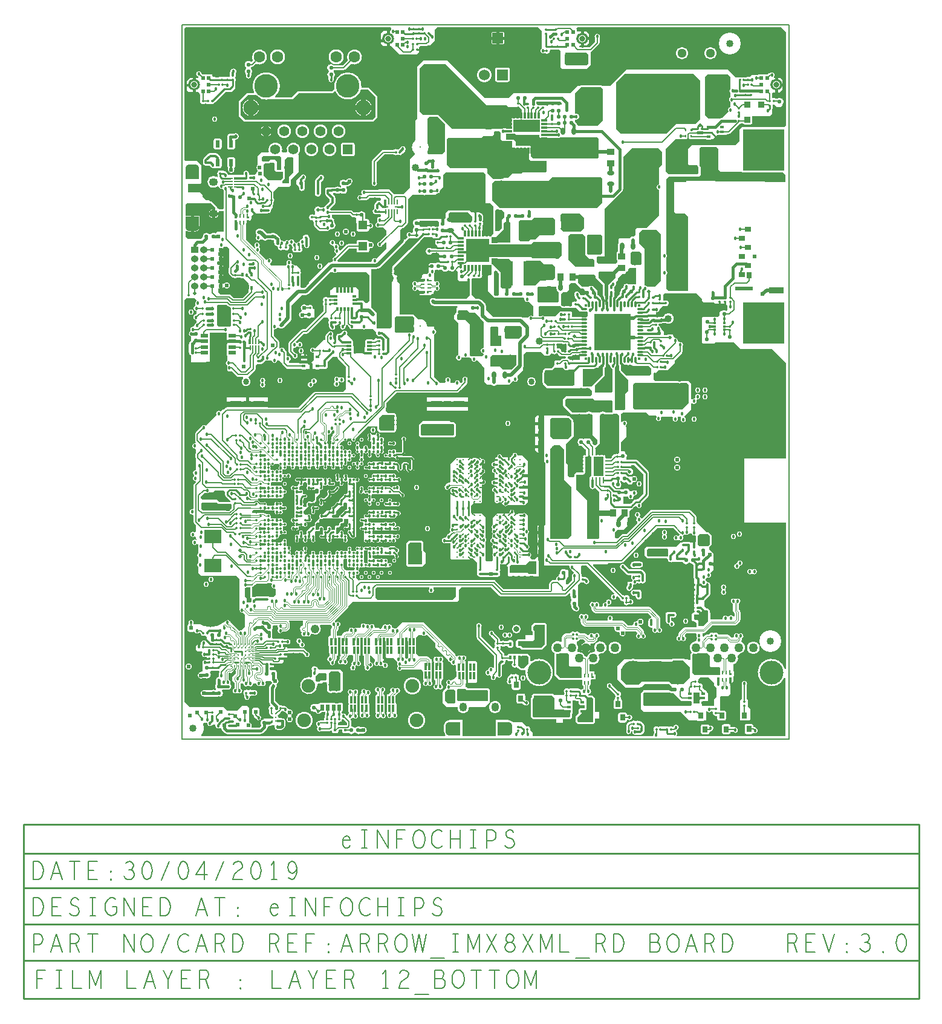
<source format=gbr>
G04 ================== begin FILE IDENTIFICATION RECORD ==================*
G04 Layout Name:  D:/ml/database/eI_Arrow_IMX8XML_RD_LAYOUT1.brd*
G04 Film Name:    L12.gbr*
G04 File Format:  Gerber RS274X*
G04 File Origin:  Cadence Allegro 17.2-S053*
G04 Origin Date:  Tue Jul 23 18:18:41 2019*
G04 *
G04 Layer:  DRAWING FORMAT/L12*
G04 Layer:  DRAWING FORMAT/FILM_LABEL_OUTLINE*
G04 Layer:  VIA CLASS/BOTTOM*
G04 Layer:  PIN/BOTTOM*
G04 Layer:  ETCH/BOTTOM*
G04 Layer:  BOARD GEOMETRY/OUTLINE*
G04 *
G04 Offset:    (0.00 0.00)*
G04 Mirror:    No*
G04 Mode:      Positive*
G04 Rotation:  0*
G04 FullContactRelief:  No*
G04 UndefLineWidth:     5.00*
G04 ================== end FILE IDENTIFICATION RECORD ====================*
%FSLAX25Y25*MOIN*%
%IR0*IPPOS*OFA0.00000B0.00000*MIA0B0*SFA1.00000B1.00000*%
%ADD125R,.035X.1*%
%ADD88R,.11X.055*%
%ADD23R,.107X.024*%
%ADD21C,.01*%
%ADD57C,.011*%
%ADD19C,.02*%
%ADD109R,.055X.107*%
%ADD22C,.04*%
%ADD124R,.216X.055*%
%ADD110R,.038X.107*%
%AMMACRO104*
4,1,24,.0374,-.01722,
.0374,.04085,
-.0374,.04085,
-.0374,-.01722,
-.037042,-.021322,
-.035978,-.0253,
-.034239,-.029033,
-.031878,-.032406,
-.028967,-.035319,
-.025594,-.037682,
-.021863,-.039423,
-.017886,-.04049,
-.013784,-.04085,
-.01378,-.04085,
.01378,-.04085,
.017882,-.040491,
.021859,-.039424,
.025591,-.037684,
.028964,-.035321,
.031875,-.032409,
.034237,-.029036,
.035976,-.025303,
.037042,-.021326,
.0374,-.017224,
.0374,-.01722,
0.0*
%
%ADD104MACRO104*%
%AMMACRO101*
4,1,24,.01722,.0374,
-.04085,.0374,
-.04085,-.0374,
.01722,-.0374,
.021322,-.037042,
.0253,-.035978,
.029033,-.034239,
.032406,-.031878,
.035319,-.028967,
.037682,-.025594,
.039423,-.021863,
.04049,-.017886,
.04085,-.013784,
.04085,-.01378,
.04085,.01378,
.040491,.017882,
.039424,.021859,
.037684,.025591,
.035321,.028964,
.032409,.031875,
.029036,.034237,
.025303,.035976,
.021326,.037042,
.017224,.0374,
.01722,.0374,
0.0*
%
%ADD101MACRO101*%
%ADD56C,.014*%
%ADD49C,.05*%
%ADD42R,.008X.014*%
%ADD14C,.032*%
%ADD140C,.024*%
%ADD130R,.038X.134*%
%ADD18C,.06*%
%ADD16C,.051*%
%ADD71C,.034*%
%ADD127R,.062X.256*%
%ADD74R,.026X.009*%
%ADD139C,.018*%
%ADD72R,.009X.026*%
%ADD58R,.027X.009*%
%ADD52C,.063*%
%ADD133R,.093X.128*%
%ADD114R,.012X.012*%
%ADD59R,.009X.027*%
%ADD54C,.055*%
%ADD51C,.083*%
%ADD105C,.048*%
%ADD48R,.05X.05*%
%ADD84R,.033X.033*%
%ADD17R,.06X.06*%
%ADD131R,.063X.063*%
%ADD55R,.055X.055*%
%ADD128C,.0748*%
%ADD62R,.01968X.008*%
%ADD121R,.14567X.06602*%
%ADD67R,.008X.01968*%
%ADD120R,.13154X.06398*%
%AMMACRO69*
4,1,6,-.008,.012,
.008,.012,
.008,.004,
0.0,.004,
0.0,-.012,
-.008,-.012,
-.008,.012,
0.0*
%
%ADD69MACRO69*%
%AMMACRO65*
4,1,6,.012,-.008,
.012,.008,
.004,.008,
.004,0.0,
-.012,0.0,
-.012,-.008,
.012,-.008,
0.0*
%
%ADD65MACRO65*%
%AMMACRO61*
4,1,6,-.012,-.008,
-.012,.008,
-.004,.008,
-.004,0.0,
.012,0.0,
.012,-.008,
-.012,-.008,
0.0*
%
%ADD61MACRO61*%
%AMMACRO63*
4,1,6,-.012,.008,
-.012,-.008,
-.004,-.008,
-.004,0.0,
.012,0.0,
.012,.008,
-.012,.008,
0.0*
%
%ADD63MACRO63*%
%ADD91O,.024X.02*%
%ADD36R,.012X.02*%
%ADD92O,.02X.024*%
%ADD35R,.02X.012*%
%ADD96O,.04X.024*%
%ADD134R,.041X.02*%
%ADD119R,.032X.012*%
%ADD111O,.011X.036*%
%ADD97O,.015X.014*%
%ADD95O,.024X.04*%
%ADD85R,.02X.032*%
%ADD45R,.02X.024*%
%ADD135R,.014X.022*%
%ADD118R,.012X.032*%
%ADD112O,.036X.011*%
%ADD98O,.014X.015*%
%ADD47R,.016X.02*%
%ADD44R,.024X.02*%
%ADD12R,.021X.024*%
%ADD137R,.022X.014*%
%ADD46R,.02X.016*%
%ADD41R,.024X.04*%
%ADD75R,.026X.013*%
%ADD136R,.062X.032*%
%ADD132R,.028X.012*%
%ADD82R,.016X.014*%
%ADD76R,.032X.044*%
%ADD73R,.013X.026*%
%ADD53C,.13*%
%ADD40R,.018X.012*%
%ADD138R,.032X.062*%
%ADD78R,.044X.032*%
%ADD60R,.013X.027*%
%ADD50C,.131*%
%ADD11O,.042X.038*%
%ADD87O,.056X.035*%
%ADD86O,.035X.056*%
%ADD10R,.042X.038*%
%ADD126R,.063X.071*%
%ADD113R,.2X.2*%
%ADD106R,.05X.048*%
%ADD83R,.047X.033*%
%ADD15R,.052X.083*%
%AMMACRO100*
4,1,24,-.01722,-.0374,
.04085,-.0374,
.04085,.0374,
-.01722,.0374,
-.021322,.037042,
-.0253,.035978,
-.029033,.034239,
-.032406,.031878,
-.035319,.028967,
-.037682,.025594,
-.039423,.021863,
-.04049,.017886,
-.04085,.013784,
-.04085,.01378,
-.04085,-.01378,
-.040491,-.017882,
-.039424,-.021859,
-.037684,-.025591,
-.035321,-.028964,
-.032409,-.031875,
-.029036,-.034237,
-.025303,-.035976,
-.021326,-.037042,
-.017224,-.0374,
-.01722,-.0374,
0.0*
%
%ADD100MACRO100*%
%ADD94R,.039X.034*%
%ADD90R,.071X.047*%
%ADD77R,.032X.059*%
%ADD43R,.028X.035*%
%ADD108R,.03346X.01102*%
%AMMACRO103*
4,1,24,-.0374,.01722,
-.0374,-.04085,
.0374,-.04085,
.0374,.01722,
.037042,.021322,
.035978,.0253,
.034239,.029033,
.031878,.032406,
.028967,.035319,
.025594,.037682,
.021863,.039423,
.017886,.04049,
.013784,.04085,
.01378,.04085,
-.01378,.04085,
-.017882,.040491,
-.021859,.039424,
-.025591,.037684,
-.028964,.035321,
-.031875,.032409,
-.034237,.029036,
-.035976,.025303,
-.037042,.021326,
-.0374,.017224,
-.0374,.01722,
0.0*
%
%ADD103MACRO103*%
%ADD93R,.034X.039*%
%ADD89R,.047X.071*%
%ADD79R,.059X.032*%
%ADD107R,.01102X.03346*%
%ADD38R,.01181X.04213*%
%ADD129C,.008*%
%ADD80C,.22441*%
%ADD24R,.079X.034*%
%ADD116R,.087X.036*%
%ADD102O,.04921X.04331*%
%ADD34R,.03543X.0315*%
%ADD115R,.036X.087*%
%ADD99O,.04331X.04921*%
%ADD13R,.004X.004*%
%ADD81R,.095X.075*%
%ADD117R,.128X.128*%
%ADD37R,.01772X.04213*%
%ADD31R,.04606X.02126*%
%ADD123R,.03365X.01181*%
%ADD20R,.228X.228*%
%ADD122R,.01181X.03365*%
%ADD39R,.01181X.04528*%
%ADD29R,.02165X.05236*%
%ADD27R,.03583X.06024*%
%ADD26R,.0748X.02362*%
%ADD33R,.02953X.03543*%
%ADD28R,.03583X.05236*%
%ADD32R,.06299X.02126*%
%AMMACRO70*
4,1,6,.008,.012,
-.008,.012,
-.008,.004,
0.0,.004,
0.0,-.012,
.008,-.012,
.008,.012,
0.0*
%
%ADD70MACRO70*%
%ADD30R,.03858X.02756*%
%ADD25R,.0748X.01969*%
%AMMACRO66*
4,1,6,.008,-.012,
-.008,-.012,
-.008,-.004,
0.0,-.004,
0.0,.012,
.008,.012,
.008,-.012,
0.0*
%
%ADD66MACRO66*%
%AMMACRO68*
4,1,6,-.008,-.012,
.008,-.012,
.008,-.004,
0.0,-.004,
0.0,.012,
-.008,.012,
-.008,-.012,
0.0*
%
%ADD68MACRO68*%
%AMMACRO64*
4,1,6,.012,.008,
.012,-.008,
.004,-.008,
.004,0.0,
-.012,0.0,
-.012,.008,
.012,.008,
0.0*
%
%ADD64MACRO64*%
%ADD141C,.03*%
%ADD142C,.012*%
%ADD143C,.015*%
%ADD144C,.025*%
%ADD145C,.003*%
%ADD146C,.004*%
%ADD147C,.005*%
%ADD148C,.006*%
%ADD149C,.007*%
%ADD150C,.009*%
%ADD151C,.0037*%
%ADD152C,.00811*%
%ADD153C,.00425*%
%ADD154C,.0048*%
%ADD155C,.00368*%
%ADD156C,.00566*%
%ADD158C,.03004*%
%ADD159C,.02204*%
%ADD161C,.05004*%
%ADD163C,.07004*%
%ADD169C,.08004*%
%ADD160R,.229X.075*%
%ADD168C,.06304*%
%ADD166C,.03604*%
%ADD157C,.0418*%
%ADD172C,.09104*%
%ADD170C,.08304*%
%ADD167C,.07504*%
%ADD165C,.04804*%
%ADD171C,.06704*%
%ADD162C,.09484*%
%ADD164C,.12006*%
G75*
%LPD*%
G75*
G36*
G01X85537Y326300D02*
G03I-3270J0D01*
G37*
G36*
G01X-11684Y179616D02*
X-6832D01*
X-6008Y178792D01*
G03X-5100Y178416I908J908D01*
G01X-4910D01*
G02X-4564Y178014I0J-350D01*
G03X-4582Y177766I1683J-247D01*
G01Y177666D01*
G03X-4400Y176899I1701J-1D01*
G01Y175349D01*
G03X-4600Y174550I1502J-800D01*
G01Y174450D01*
G03X-4400Y173651I1702J1D01*
G01Y171490D01*
X-4408Y171465D01*
G03X-4482Y170966I1627J-496D01*
G01Y170866D01*
G03X-4408Y170367I1701J-3D01*
G01X-4400Y170342D01*
Y169290D01*
X-4408Y169265D01*
G03X-4482Y168766I1627J-496D01*
G01Y168666D01*
G03X-4438Y168279I1701J-3D01*
G01X-4416Y168184D01*
X-5000Y167600D01*
X-11200D01*
Y167700D01*
X-12100Y168600D01*
Y179200D01*
X-11684Y179616D01*
G37*
G36*
G01X-13300Y77200D02*
X-8300D01*
X-7693Y76593D01*
X-7698Y76513D01*
G03X-7702Y76412I1498J-110D01*
G01Y74988D01*
G03X-7262Y73926I1502J0D01*
G01X-4568Y71232D01*
X-4902Y70898D01*
X-5004Y70931D01*
G03X-5533Y71016I-531J-1617D01*
G01X-5633D01*
G03X-6394Y70836I1J-1702D01*
G01X-6431Y70818D01*
X-6935D01*
X-6972Y70836D01*
G03X-7733Y71016I-762J-1522D01*
G01X-7833D01*
G03X-8594Y70836I1J-1702D01*
G01X-8631Y70818D01*
X-9135D01*
X-9172Y70836D01*
G03X-9933Y71016I-762J-1522D01*
G01X-10033D01*
G03X-10715Y70873I1J-1702D01*
G01X-10825Y70825D01*
X-12200Y72200D01*
X-20000D01*
X-20916Y73116D01*
Y73968D01*
X-18968Y75916D01*
X-18180D01*
X-18140Y75893D01*
G03X-17400Y75698I740J1307D01*
G03X-16279Y76200I0J1503D01*
G01X-14300D01*
X-13300Y77200D01*
G37*
G36*
G01X299537Y300916D02*
G03I-3270J0D01*
G37*
G36*
G01X192537Y326300D02*
G03I-3270J0D01*
G37*
G36*
G01X175200Y158216D02*
X177979D01*
G03X178842Y157882I864J951D01*
G01X180052D01*
G02X180402Y157518I0J-350D01*
G03X180400Y157450I1700J-84D01*
G01Y157350D01*
G03X180491Y156803I1702J2D01*
G01X180500Y156776D01*
Y154624D01*
X180491Y154597D01*
G03X180400Y154050I1611J-549D01*
G01Y153950D01*
G03X180402Y153882I1702J16D01*
G02X180052Y153518I-350J-14D01*
G01X178401D01*
X177803Y154115D01*
X177799Y154180D01*
G03X176102Y155752I-1697J-130D01*
G03X175503Y155643I0J-1702D01*
G01X175397Y155603D01*
X175200Y155800D01*
Y158216D01*
G37*
G36*
G01X58967Y39500D02*
X59500D01*
X59800Y39200D01*
Y39166D01*
G03X59678Y38616I1179J-550D01*
G03X59786Y38098I1302J1D01*
G01X59800Y38065D01*
Y35400D01*
X60300Y34900D01*
X63600D01*
X63800Y34700D01*
Y33400D01*
X63500Y33100D01*
X61386D01*
X61360Y33108D01*
G03X60980Y33166I-382J-1227D01*
G03X60600Y33108I2J-1285D01*
G01X60574Y33100D01*
X58997D01*
X58962Y33229D01*
G03X58656Y33755I-1144J-314D01*
G01X57800Y34611D01*
Y39100D01*
X58200Y39500D01*
X58613D01*
X58624Y39499D01*
G03X58790Y39488I169J1291D01*
G03X58956Y39499I-3J1302D01*
G01X58967Y39500D01*
G37*
G36*
G01X99500Y225798D02*
X109802D01*
X110445Y225155D01*
X110392Y225043D01*
G03X110198Y224184I1808J-860D01*
G03X110329Y223474I2002J2D01*
G01X110369Y223369D01*
X109700Y222700D01*
X107949D01*
G03X107085Y222936I-865J-1466D01*
G03X106260Y222722I1J-1702D01*
G01X106220Y222700D01*
X105746D01*
X105706Y222722D01*
G03X104881Y222936I-826J-1488D01*
G03X104017Y222700I1J-1702D01*
G01X100100D01*
X99500Y223300D01*
Y224159D01*
X99511Y224189D01*
G03X99602Y224684I-1311J497D01*
G03X99511Y225179I-1402J-2D01*
G01X99500Y225209D01*
Y225798D01*
G37*
G36*
G01X116300Y230500D02*
X126300D01*
X128500Y228300D01*
Y225918D01*
X128495Y225898D01*
G03X128449Y225519I1655J-393D01*
G01X128448Y225448D01*
X127933Y224933D01*
X127838Y224955D01*
G03X127450Y225000I-389J-1657D01*
G01X127350D01*
G03X126803Y224909I2J-1702D01*
G01X126776Y224900D01*
X125224D01*
X125197Y224909D01*
G03X124650Y225000I-549J-1611D01*
G01X124550D01*
G03X124003Y224909I2J-1702D01*
G01X123976Y224900D01*
X118502D01*
Y225002D01*
X117198D01*
X115800Y226400D01*
Y230000D01*
X116300Y230500D01*
G37*
G36*
G01X17117Y257900D02*
X19200D01*
X19800Y257300D01*
Y253900D01*
X20016Y253684D01*
Y253601D01*
X20802Y252814D01*
X23532D01*
X23817Y253100D01*
X24000D01*
X24216Y252884D01*
Y249331D01*
X23085Y248200D01*
X16200D01*
X13500Y250900D01*
Y257000D01*
X14214Y257714D01*
X16932D01*
X17117Y257900D01*
G37*
G36*
G01X54123Y197400D02*
X70300D01*
X71916Y195784D01*
Y181816D01*
X70700Y180600D01*
X69700D01*
X68500Y181800D01*
X68160D01*
X68135Y181808D01*
G03X67633Y181884I-503J-1626D01*
G01X67533D01*
G03X67151Y181840I2J-1702D01*
G01X67131Y181836D01*
X66464D01*
X66100Y182200D01*
Y187700D01*
X64700Y189100D01*
X52300D01*
X51100Y187900D01*
X50800D01*
X50400Y187500D01*
Y184314D01*
G02X50073Y183965I-350J0D01*
G03X49084Y183563I114J-1698D01*
G03X47982Y183968I-1102J-1297D01*
G03X46280Y182267I0J-1702D01*
G01Y182167D01*
G03X46480Y181368I1702J1D01*
G01X46500Y181330D01*
Y180804D01*
X46480Y180766D01*
G03X46280Y179967I1502J-800D01*
G01Y179867D01*
G03X46500Y179031I1702J1D01*
G01Y175917D01*
X36768Y166184D01*
X35300D01*
G03X34392Y165808I0J-1284D01*
G01X32983Y164400D01*
X30400D01*
X28600Y166200D01*
Y170775D01*
G03X29102Y172100I-1500J1326D01*
G01Y179302D01*
X34698Y184898D01*
X36921D01*
G03X38336Y185485I-1J2002D01*
G01X50252Y197400D01*
X52077D01*
G03X54123I1023J1101D01*
G37*
G36*
G01X141100Y275200D02*
X143700D01*
X144314Y274586D01*
X144327Y274555D01*
G03X144400Y274406I1473J629D01*
G01Y270700D01*
X145200Y269900D01*
X146198D01*
Y269798D01*
X146644D01*
X146683Y269777D01*
G03X147162Y269655I479J880D01*
G01X148671D01*
X148680Y269654D01*
G03X148845Y269646I160J1593D01*
G01X150600D01*
Y266600D01*
X150900Y266300D01*
X151882D01*
G03X152630Y265964I748J665D01*
G01X159861D01*
Y262912D01*
G03X159978Y262442I1001J0D01*
G01X159998Y262403D01*
Y260985D01*
X160100Y260884D01*
Y259800D01*
X160900Y259000D01*
X169500D01*
X169800Y258700D01*
Y253200D01*
X169100Y252500D01*
X156200D01*
X155600Y251900D01*
X150800D01*
X148600Y249700D01*
X146100D01*
X145408Y249008D01*
X145310Y249036D01*
G03X144850Y249100I-462J-1638D01*
G01X144750D01*
G03X144207Y249011I0J-1701D01*
G01X144180Y249002D01*
X140785D01*
X140684Y248900D01*
X140300D01*
X137100Y252100D01*
Y254200D01*
X136500Y254800D01*
X116500D01*
X114500Y256800D01*
Y263384D01*
X114802Y263685D01*
Y264840D01*
X114803Y264851D01*
G03X114816Y265066I-1688J210D01*
G01Y265166D01*
G03X114803Y265381I-1701J5D01*
G01X114802Y265392D01*
Y267140D01*
X114803Y267151D01*
G03X114816Y267366I-1688J210D01*
G01Y267466D01*
G03X114803Y267681I-1701J5D01*
G01X114802Y267692D01*
Y271002D01*
X115300Y271500D01*
X133600D01*
X134600Y272500D01*
X139500D01*
X140700Y273700D01*
Y274800D01*
X141100Y275200D01*
G37*
G36*
G01X142000Y232100D02*
X143184D01*
X143485Y231798D01*
X145102D01*
X146200Y230700D01*
Y228022D01*
X146191Y227995D01*
G03X146160Y227892I1661J-556D01*
G01X146147Y227847D01*
X144900Y226600D01*
Y221600D01*
X143400Y220100D01*
X141800D01*
X141400Y220500D01*
Y231500D01*
X142000Y232100D01*
G37*
G36*
G01X216800Y208900D02*
X221000D01*
X221900Y208000D01*
Y202000D01*
X221300Y201400D01*
X216900D01*
X216000Y202300D01*
Y208100D01*
X216800Y208900D01*
G37*
G36*
G01X182900Y191500D02*
X185800D01*
X188600Y188700D01*
X188784D01*
X188785Y188698D01*
X189802D01*
X190500Y188000D01*
Y186788D01*
X190498Y186775D01*
G03X190482Y186567I1386J-211D01*
G01Y186167D01*
G03X190498Y185959I1402J3D01*
G01X190500Y185946D01*
Y185200D01*
X190255Y184955D01*
X190166Y184970D01*
G03X189886Y184994I-285J-1678D01*
G03X189133Y184818I1J-1702D01*
G01X189097Y184800D01*
X188700D01*
X188076Y185424D01*
X188067Y185479D01*
G03X186834Y186712I-1481J-248D01*
G01X186779Y186721D01*
X186700Y186800D01*
X185800D01*
X185000Y186000D01*
Y184300D01*
X185089Y184211D01*
X185096Y184152D01*
G03X185524Y183276I1490J186D01*
G01X186034Y182767D01*
X186046Y182723D01*
G03X186452Y182017I1635J471D01*
G01X186500Y181966D01*
Y181800D01*
X186133Y181433D01*
X186038Y181455D01*
G03X185650Y181500I-389J-1657D01*
G01X185550D01*
G03X184787Y181319I1J-1702D01*
G01X184749Y181300D01*
X184200D01*
X183700Y180800D01*
Y179200D01*
X183502Y179002D01*
X178415D01*
X177800Y179616D01*
Y185500D01*
X178800Y186500D01*
X180600D01*
X181598Y187498D01*
X181902D01*
Y187802D01*
X182100Y188000D01*
Y190700D01*
X182900Y191500D01*
G37*
G36*
G01X163952Y291675D02*
X163986Y291710D01*
X177414D01*
X178100Y291023D01*
Y289900D01*
X164301D01*
G02X163951Y290259I0J350D01*
G03X163952Y290302I-1751J62D01*
G01Y291675D01*
G37*
G36*
G01X-8228Y211400D02*
X-6200D01*
X-5200Y210400D01*
Y200821D01*
G03X-5584Y199905I901J-916D01*
G01Y197001D01*
G03X-5208Y196093I1284J0D01*
G01X-4205Y195090D01*
G03X-4087Y194985I911J905D01*
G01X-4079Y194979D01*
X-3500Y194400D01*
X-2635D01*
X-2607Y194390D01*
G03X-2050Y194296I558J1608D01*
G01X-1950D01*
G03X-1393Y194390I-1J1702D01*
G01X-1365Y194400D01*
X859D01*
X882Y194393D01*
G03X1158Y194354I277J963D01*
G01X2645D01*
X5300Y191700D01*
Y190101D01*
X5296Y190083D01*
G03X5274Y189876I980J-209D01*
G01Y187876D01*
G03X5296Y187669I1002J2D01*
G01X5300Y187651D01*
Y186716D01*
X1969Y183384D01*
X-2868D01*
X-4392Y184908D01*
G03X-5300Y185284I-908J-908D01*
G01X-10084D01*
X-11400Y186600D01*
Y188614D01*
X-8979D01*
G03X-8578Y189016I0J401D01*
G01Y189370D01*
X-8303D01*
X-8252Y189284D01*
G03X-6700Y188398I1552J916D01*
G03Y192002I0J1802D01*
G03X-8132Y191294I0J-1802D01*
G02X-8675Y191278I-278J213D01*
G03X-8979Y191418I-305J-262D01*
G01X-11400D01*
Y193614D01*
X-8979D01*
G03X-8578Y194016I0J401D01*
G01Y196016D01*
G03X-8979Y196418I-402J0D01*
G01X-11400D01*
Y198614D01*
X-8979D01*
G03X-8578Y199016I0J401D01*
G01Y201016D01*
G03X-8979Y201418I-402J0D01*
G01X-11400D01*
Y203614D01*
X-8979D01*
G03X-8578Y204016I0J401D01*
G01Y206016D01*
G03X-8979Y206418I-402J0D01*
G01X-11400D01*
Y208614D01*
X-8979D01*
G03X-8578Y209016I0J401D01*
G01Y211016D01*
Y211034D01*
G02X-8228Y211400I350J16D01*
G37*
G36*
G01X192500Y218200D02*
X199700D01*
X200300Y217600D01*
Y208300D01*
X199300Y207300D01*
X192500D01*
X192100Y207700D01*
Y217800D01*
X192500Y218200D01*
G37*
G36*
G01X52726Y110126D02*
Y109159D01*
X52567Y109000D01*
Y108986D01*
X51004Y107422D01*
G03X50648Y106564I858J-859D01*
G01Y104934D01*
G03X51004Y104076I1214J1D01*
G01X51138Y103941D01*
X51059Y103822D01*
G03X50857Y103151I1012J-671D01*
G03X50859Y103077I1214J-4D01*
G02X50510Y102706I-349J-21D01*
G01X49178D01*
G02X48829Y103077I0J350D01*
G03X48831Y103151I-1212J70D01*
G03X48627Y103824I-1214J-1D01*
G01X48548Y103943D01*
X48683Y104079D01*
G03X49039Y104937I-858J859D01*
G01Y107874D01*
G02X49448Y108219I350J0D01*
G03X49700Y108198I250J1481D01*
G03X51202Y109700I0J1502D01*
G03X51197Y109825I-1502J3D01*
G02X51518Y110203I349J29D01*
G03X52192Y110424I-118J1497D01*
G02X52726Y110126I184J-298D01*
G37*
G36*
G01X141200Y198400D02*
X141784D01*
X143150Y197034D01*
Y196750D01*
X143198Y196702D01*
Y189185D01*
X143200Y189184D01*
Y185100D01*
X142700Y184600D01*
X141300D01*
X140800Y185100D01*
Y198000D01*
X141200Y198400D01*
G37*
G36*
G01X126000Y215500D02*
X137000D01*
X137700Y214800D01*
Y213400D01*
X138100Y213000D01*
X138398D01*
Y212798D01*
X139059D01*
X139089Y212787D01*
G03X139450Y212720I360J934D01*
G01X142650D01*
G03X143011Y212787I1J1001D01*
G01X143041Y212798D01*
X149815D01*
X150016Y213000D01*
X161090D01*
X162430Y214340D01*
X176930D01*
X178000Y213270D01*
Y206800D01*
X176250Y205050D01*
X174550D01*
X174540Y205060D01*
X161990D01*
X161250Y205800D01*
X143345D01*
G03X142650Y206080I-694J-721D01*
G01X139450D01*
G03X138755Y205800I-1J-1001D01*
G01X138200D01*
X137800Y205400D01*
Y203600D01*
X137600Y203400D01*
X125700D01*
X125500Y203600D01*
Y215000D01*
X126000Y215500D01*
G37*
G36*
G01X55566Y168400D02*
G02X55894Y167927I0J-350D01*
G03X58755Y167026I1406J-528D01*
G01X58767Y167072D01*
X59292Y167598D01*
G03X59473Y167826I-909J907D01*
G02X60018Y167888I297J-186D01*
G01X60802Y167103D01*
X60814Y167059D01*
G03X63077Y166200I1447J402D01*
G01X68097D01*
G03X69903I903J1199D01*
G01X73900D01*
X75600Y164500D01*
Y163863D01*
G03X75599Y163800I1600J-57D01*
G03X75600Y163737I1601J-6D01*
G01Y161600D01*
X74300Y160300D01*
X74007D01*
X73965Y160325D01*
G03X73447Y160470I-519J-857D01*
G01X70647D01*
G03X69646Y159470I0J-1001D01*
G01Y158268D01*
G03X69722Y157884I1001J-1D01*
G03X69646Y157500I925J-383D01*
G01Y156346D01*
X68800Y155500D01*
X64500D01*
X62988Y157012D01*
Y157500D01*
G03X62912Y157884I-1001J1D01*
G03X62988Y158268I-925J383D01*
G01Y159468D01*
G03X62192Y160448I-1001J0D01*
G01X62141Y160459D01*
X59658Y162942D01*
X59718Y163056D01*
G03X57168Y164932I-1418J743D01*
G01X55954Y163718D01*
X55921D01*
X55839Y163751D01*
G03X53518Y162166I-619J-1585D01*
G01Y162066D01*
G03X53609Y161516I1701J-1D01*
G01X53618Y161489D01*
Y160613D01*
G03X53622Y160488I1601J-11D01*
G01X53623Y160481D01*
Y160300D01*
X52508D01*
G02X52169Y160738I0J350D01*
G03X51806Y162147I-1454J377D01*
G02X51782Y162600I254J241D01*
G03X49713Y164732I-1194J911D01*
G03X49204Y164419I400J-1221D01*
G01X48024Y163239D01*
G03X47648Y162331I908J-908D01*
G01Y160300D01*
X46500D01*
X41868Y155668D01*
X41790D01*
G03X40749Y153114I-1073J-1052D01*
G03X40950Y153098I202J1269D01*
G01X41400D01*
Y152264D01*
X41378Y152224D01*
G03X41254Y151742I878J-483D01*
G01Y150142D01*
G03X41378Y149660I1002J1D01*
G01X41400Y149620D01*
Y149300D01*
X39700Y147600D01*
X37900D01*
X37600Y147900D01*
Y151900D01*
X37100Y152400D01*
X34600D01*
X34200Y152000D01*
Y148200D01*
X33600Y147600D01*
X27850D01*
X27589Y147861D01*
G02X27701Y148431I248J247D01*
G03X26807Y151285I-581J1385D01*
G02X26384Y151627I-73J342D01*
G01Y153262D01*
G03X26008Y154170I-1284J0D01*
G01X25234Y154945D01*
X25222Y154989D01*
G03X22752Y155687I-1447J-402D01*
G01X22628Y155572D01*
X22176Y156024D01*
X22212Y156128D01*
G03X22284Y156551I-1212J424D01*
G01Y159000D01*
G03X21908Y159908I-1284J0D01*
G01X19184Y162632D01*
Y165667D01*
G02X19585Y166014I350J0D01*
G03X21184Y166916I215J1486D01*
G02X21773Y167006I322J-136D01*
G03X24715Y166885I1527J1294D01*
G01X28331Y170500D01*
X34000D01*
X37542Y166958D01*
X36768Y166184D01*
X35300D01*
G03X34392Y165808I0J-1284D01*
G01X27792Y159208D01*
G03X27416Y158300I908J-908D01*
G01Y153732D01*
G03X27792Y152824I1284J0D01*
G01X29514Y151101D01*
X29526Y151057D01*
G03X30973Y149957I1447J402D01*
G03X32475Y151459I0J1502D01*
G03X31375Y152906I-1502J0D01*
G01X31331Y152918D01*
X29984Y154264D01*
Y155585D01*
G02X30404Y155928I350J0D01*
G03X31948Y156564I297J1472D01*
G02X32489Y156614I291J-195D01*
G03X32316Y158499I1075J1049D01*
G02X31775Y158449I-291J195D01*
G03X31496Y158674I-1076J-1048D01*
G02X31434Y159218I186J297D01*
G01X35832Y163616D01*
X37300D01*
G03X38208Y163992I0J1284D01*
G01X46617Y172400D01*
X48984D01*
G02X49333Y172062I-1J-350D01*
G03X49738Y171017I1701J58D01*
G03X49468Y169250I1296J-1102D01*
G01X49482Y169217D01*
Y168022D01*
G03X49952Y166890I1601J1D01*
G01X50008Y166834D01*
X50022Y166802D01*
G03X50368Y166285I1478J615D01*
G01X50485Y166168D01*
G03X53074Y167966I1132J1132D01*
G01X53058Y168001D01*
Y168214D01*
X53337D01*
G03X54109Y168400I-2J1701D01*
G01X55566D01*
G37*
G36*
G01X103121Y-2500D02*
X103841D01*
X108300Y-6959D01*
Y-9000D01*
X115027Y-15727D01*
X115022Y-15805D01*
G03X115020Y-15889I1500J-78D01*
G03X116402Y-17386I1502J0D01*
G02X116723Y-17707I-28J-349D01*
G03X118220Y-19089I1497J120D01*
G03X119012Y-18863I0J1501D01*
G02X119546Y-19161I184J-297D01*
G01Y-22070D01*
G03X120049Y-22938I1002J1D01*
G01X120137Y-22988D01*
Y-24963D01*
X118204Y-26896D01*
X118135Y-26898D01*
G03X117331Y-27245I35J-1186D01*
G01X116942Y-27634D01*
X116818Y-27513D01*
G03X115765Y-27082I-1053J-1071D01*
G03X114263Y-28584I0J-1502D01*
G03X114621Y-29557I1501J0D01*
G02Y-30011I-267J-227D01*
G03X114263Y-30984I1143J-973D01*
G03X114329Y-31424I1502J0D01*
G01X114360Y-31524D01*
X112598Y-33285D01*
Y-33750D01*
X105450D01*
X104900Y-33200D01*
Y-30935D01*
G02X105262Y-30585I350J0D01*
G03X105313Y-30586I55J1501D01*
G03X106815Y-29084I0J1502D01*
G03X106338Y-27986I-1502J0D01*
G02X106347Y-27466I239J256D01*
G03X106499Y-27300I-658J755D01*
G01X107633D01*
G03X108115Y-27658I811J588D01*
G01X108232Y-27699D01*
Y-29510D01*
X108127Y-29556D01*
G03X107217Y-30936I591J-1380D01*
G03X108719Y-32438I1502J0D01*
G03X109692Y-32080I0J1501D01*
G02X110146I227J-267D01*
G03X111119Y-32438I973J1143D01*
G03X112621Y-30936I0J1502D01*
G03X111711Y-29556I-1501J0D01*
G01X111606Y-29510D01*
Y-27724D01*
X111753Y-27701D01*
G03X112596Y-26712I-159J990D01*
G01Y-22498D01*
G03X112545Y-22183I-1002J-1D01*
G03X112595Y-21870I-952J313D01*
G01Y-17656D01*
G03X112344Y-16993I-1002J0D01*
G01X112300Y-16944D01*
Y-16727D01*
X112344Y-16677D01*
G03X112719Y-15684I-1127J993D01*
G03X111217Y-14182I-1502J0D01*
G03X110244Y-14540I0J-1501D01*
G02X109790I-227J267D01*
G03X108817Y-14182I-973J-1143D01*
G03X107322Y-15542I0J-1502D01*
G01X107307Y-15700D01*
X105574D01*
G03X105356Y-15400I-1057J-539D01*
G01X104401Y-14445D01*
G03X103562Y-14098I-838J-839D01*
G01X99717D01*
G03X99518Y-14114I-5J-1186D01*
G01X99429Y-14129D01*
X97795Y-12495D01*
Y-8698D01*
G03X97744Y-8384I-1001J-2D01*
G03X97795Y-8070I-950J316D01*
G01Y-3805D01*
X99100Y-2500D01*
X100879D01*
G03X103121I1121J1001D01*
G37*
G36*
G01X50317Y3294D02*
G03X50491Y3306I6J1186D01*
G02X50688Y3167I25J-173D01*
G03X51285Y2236I1474J288D01*
G02X51328Y1704I-205J-284D01*
G01X51027Y1404D01*
G03X50680Y565I839J-838D01*
G01Y-2855D01*
X50248D01*
G03X49246Y-3856I0J-1002D01*
G01Y-5400D01*
X48500D01*
Y3294D01*
X50317D01*
G37*
G36*
G01X216400Y91316D02*
X218061D01*
X223098Y86278D01*
Y75674D01*
X219871Y72446D01*
X219771D01*
G03X219425Y72406I-2J-1501D01*
G01X219406Y72402D01*
X218829D01*
G03X217767Y71962I0J-1502D01*
G01X216128Y70322D01*
G03X215938Y70162I869J-1225D01*
G01X215660Y69884D01*
X211900D01*
Y72542D01*
G03X211902Y72616I-2000J91D01*
G03X211900Y72690I-2002J-17D01*
G01Y74000D01*
X214598D01*
Y73822D01*
Y73800D01*
G03X217602I1502J0D01*
G03X217574Y74090I-1502J1D01*
G02X217952Y74505I343J67D01*
G03X218100Y74498I145J1495D01*
G03Y77502I0J1502D01*
G03X216979Y77000I0J-1503D01*
G01X215508D01*
X215465Y77111D01*
G03X213600Y78386I-1865J-727D01*
G01X213200D01*
G03X211924Y77926I1J-2002D01*
G01X211875Y77886D01*
X211225D01*
X211176Y77926D01*
G03X210521Y78287I-1277J-1542D01*
G01X210400Y78326D01*
Y78975D01*
X210434Y79021D01*
G03X210818Y80200I-1618J1179D01*
G01Y80600D01*
G03X210434Y81779I-2002J0D01*
G01X210400Y81825D01*
Y82375D01*
X210434Y82421D01*
G03X210549Y82598I-1619J1178D01*
G02X210851I151J-88D01*
G03X212584Y81598I1733J1002D01*
G03X213552Y81848I-1J2002D01*
G01X213667Y81912D01*
X213902Y81677D01*
X213914Y81633D01*
G03X215550Y80400I1636J469D01*
G01X215650D01*
G03X217292Y81657I0J1701D01*
G02X217496Y81783I169J-46D01*
G03X217850Y81748I353J1767D01*
G03Y85352I0J1802D01*
G03X216929Y85099I0J-1803D01*
G02X216400Y85400I-179J301D01*
G01Y85892D01*
G03Y89342I-1016J1725D01*
G01Y91316D01*
G37*
G36*
G01X19769Y91900D02*
X22013D01*
X22045Y91765D01*
G03X22516Y91092I1073J250D01*
G01Y90745D01*
G03X21796Y89580I583J-1165D01*
G03X22287Y88561I1303J0D01*
G02X22307Y88306I-109J-137D01*
G03X22276Y88271I809J-748D01*
G02X21997Y88286I-134J113D01*
G03X20916Y88862I-1081J-726D01*
G03X19845Y88300I0J-1301D01*
G01X19484D01*
X19433Y88350D01*
G03X18664Y88662I-768J-790D01*
G03X18144Y88532I-1J-1102D01*
G01X18030Y88470D01*
X17347Y89153D01*
X17408Y89268D01*
G03X17539Y89788I-971J521D01*
G03X17300Y90473I-1101J0D01*
G01Y91000D01*
X17465Y91165D01*
G02X17942Y91182I248J-247D01*
G03X18664Y90913I722J833D01*
G03X19737Y91765I0J1102D01*
G01X19769Y91900D01*
G37*
G36*
G01X68900Y41134D02*
Y43940D01*
G02X69404Y44254I350J0D01*
G03X69889Y44142I484J990D01*
G03X70545Y44358I1J1102D01*
G01X70591Y44392D01*
X71100D01*
Y43445D01*
X71088Y43415D01*
G03X71014Y43017I1028J-397D01*
G03X71088Y42619I1102J-1D01*
G01X71100Y42589D01*
Y41548D01*
X71085Y41514D01*
G03X70976Y40992I1193J-522D01*
G03X71085Y40470I1302J0D01*
G01X71100Y40436D01*
Y38991D01*
X71088Y38961D01*
G03X71014Y38563I1028J-397D01*
G03X71088Y38165I1102J-1D01*
G01X71100Y38135D01*
Y37145D01*
G03X71046Y37074I1009J-823D01*
G01X70994Y37000D01*
X70772D01*
X70720Y37060D01*
G03X69889Y37438I-831J-724D01*
G03X69404Y37326I-1J-1102D01*
G02X68900Y37640I-154J314D01*
G01Y40332D01*
X68907Y40357D01*
G03X68963Y40733I-1246J378D01*
G03X68907Y41109I-1302J-2D01*
G01X68900Y41134D01*
G37*
G36*
G01X24203Y60641D02*
G03X23325Y61917I-1085J194D01*
G01X23273Y61927D01*
X23200Y62000D01*
X21618D01*
X21583Y62016D01*
G03X20487I-548J-1180D01*
G01X20452Y62000D01*
X17815D01*
G02X17504Y62511I0J350D01*
G03X16437Y64264I-1067J552D01*
G01X15096D01*
X14148Y65212D01*
G03X13298Y65564I-850J-850D01*
G01X11363D01*
G03X10513Y65212I0J-1202D01*
G01X10119Y64818D01*
X7400D01*
Y66000D01*
X7915Y66514D01*
X11318D01*
G03X12804Y66639I664J1002D01*
G02X13298Y66624I239J-255D01*
G03X14684Y66290I948J892D01*
G01X14712Y66300D01*
X18195D01*
X18223Y66290D01*
G03X18661Y66214I438J1226D01*
G03X19099Y66290I0J1302D01*
G01X19127Y66300D01*
X19481D01*
G02X19802Y65810I0J-350D01*
G03X21947Y64401I1193J-521D01*
G02X22423Y64434I256J-239D01*
G03X23929Y66035I695J855D01*
G02X23956Y66536I257J237D01*
G03X24038Y66614I-855J981D01*
G01X24711D01*
G03X25345Y66413I635J902D01*
G03Y68619I0J1103D01*
G03X24711Y68418I1J-1103D01*
G01X24038D01*
G03X23956Y68496I-937J-903D01*
G02X23929Y68997I230J264D01*
G03X22362Y70544I-811J746D01*
G01X21915D01*
G03X19624Y69433I-1026J-801D01*
G02X19284Y69000I-340J-83D01*
G01X15608D01*
G02X15271Y69445I0J350D01*
G03X13346Y70428I-1061J299D01*
G01X11995D01*
X10812Y71610D01*
G03X10604Y71752I-483J-485D01*
G01X10500Y71798D01*
Y72900D01*
X11805D01*
X11812Y72899D01*
G03X11919Y72895I102J1298D01*
G03X12026Y72899I5J1302D01*
G01X12033Y72900D01*
X16259D01*
X16266Y72899D01*
G03X16373Y72895I102J1298D01*
G03X16480Y72899I5J1302D01*
G01X16487Y72900D01*
X20713D01*
X20720Y72899D01*
G03X20827Y72895I102J1298D01*
G03X20934Y72899I5J1302D01*
G01X20941Y72900D01*
X23500D01*
X24550Y73950D01*
Y75043D01*
G02X25007Y75376I350J0D01*
G03X25121Y77504I338J1049D01*
G02X24700Y77846I-71J343D01*
G01Y78100D01*
X24220Y78580D01*
Y78652D01*
G03X23600Y79643I-1102J0D01*
G01Y79800D01*
X21564D01*
X21527Y79818D01*
G03X20948Y79954I-579J-1166D01*
G03X20369Y79818I0J-1302D01*
G01X20332Y79800D01*
X18000D01*
X17700Y80100D01*
Y81600D01*
X18000Y81900D01*
X20673D01*
X20690Y81896D01*
G03X20951Y81870I259J1276D01*
G03X21212Y81896I2J1302D01*
G01X21229Y81900D01*
X23500D01*
Y82067D01*
X23599Y82114D01*
G03X23788Y83981I-481J992D01*
G01X23720Y84033D01*
Y84223D01*
X23802Y84274D01*
G03X24087Y84512I-684J1108D01*
G02X24588Y84532I260J-234D01*
G03X26010Y84454I757J801D01*
G02X26471Y84421I212J-279D01*
G03X27400Y84031I929J911D01*
G03Y86635I0J1302D01*
G03X26471Y86245I0J-1301D01*
G02X26010Y86212I-249J246D01*
G03X24624Y86166I-665J-879D01*
G02X24124Y86208I-230J264D01*
G03X23986Y86353I-1009J-822D01*
G02X23954Y86842I233J261D01*
G03X24001Y88219I-836J718D01*
G02X24031Y88672I281J209D01*
G03X24169Y88839I-931J910D01*
G02X24671Y88917I288J-199D01*
G03X26241Y90429I673J872D01*
G02X26276Y90878I285J204D01*
G03X26294Y90896I-911J930D01*
G02X26796Y90904I255J-240D01*
G01X27000Y90700D01*
X28461D01*
G02X28784Y90215I0J-350D01*
G03X28698Y89788I1017J-427D01*
G03X30902I1102J0D01*
G03X30816Y90215I-1103J0D01*
G02X31139Y90700I323J135D01*
G01X32915D01*
G02X33238Y90215I0J-350D01*
G03X33152Y89788I1017J-427D01*
G03X35356I1102J0D01*
G03X35270Y90215I-1103J0D01*
G02X35593Y90700I323J135D01*
G01X37369D01*
G02X37692Y90215I0J-350D01*
G03X37606Y89788I1017J-427D01*
G03X39810I1102J0D01*
G03X39724Y90215I-1103J0D01*
G02X40047Y90700I323J135D01*
G01X41824D01*
G02X42147Y90215I0J-350D01*
G03X42061Y89788I1017J-427D01*
G03X44265I1102J0D01*
G03X44179Y90215I-1103J0D01*
G02X44502Y90700I323J135D01*
G01X45400D01*
Y90800D01*
X45500Y90900D01*
X46816D01*
Y90547D01*
X46774Y90498D01*
G03X46515Y89788I844J-710D01*
G03X48719I1102J0D01*
G03X48460Y90498I-1103J0D01*
G01X48418Y90547D01*
Y90900D01*
X49700D01*
X49900Y90700D01*
X51170D01*
Y90424D01*
X51142Y90381D01*
G03X50969Y89788I930J-593D01*
G03X53173I1102J0D01*
G03X53000Y90381I-1103J0D01*
G01X52972Y90424D01*
Y90700D01*
X55187D01*
G02X55510Y90215I0J-350D01*
G03X57228Y90638I1016J-427D01*
G01Y91090D01*
G03X57448Y91267I-702J1097D01*
G02X57950Y91260I248J-247D01*
G03X59654Y92649I803J755D01*
G01Y93217D01*
G03X59790Y93352I-847J989D01*
G02X60278Y93393I265J-229D01*
G03X61796Y94983I702J849D01*
G02X61827Y95484I259J235D01*
G03X61966Y95622I-845J990D01*
G02X62467Y95653I266J-228D01*
G03X62469Y97287I740J816D01*
G02X61969Y97319I-234J260D01*
G03X61830Y97458I-987J-849D01*
G02X61798Y97958I228J266D01*
G03X60212Y99486I-818J738D01*
G02X59716Y99494I-244J251D01*
G03X57820Y99475I-939J-902D01*
G02X57313Y99467I-257J237D01*
G03X57252Y99525I-789J-769D01*
G02X57264Y99798I115J132D01*
G03X55986Y102047I-768J1051D01*
G02X55500Y102369I-136J322D01*
G01Y102699D01*
X57400Y104600D01*
X57973D01*
G03X59847Y105509I780J778D01*
G02X60194Y105900I348J41D01*
G01X62006D01*
Y105378D01*
G03X64356Y105027I1201J0D01*
G01X64369Y105069D01*
X64400Y105100D01*
Y105235D01*
X64401Y105245D01*
G03X64408Y105378I-1194J130D01*
G01Y105900D01*
X66553Y108045D01*
X66580Y108057D01*
G03X66933Y108308I-557J1157D01*
G01X71126Y112500D01*
X76200D01*
X76416Y112284D01*
Y110601D01*
X77802Y109214D01*
X85732D01*
X86718Y110201D01*
Y110718D01*
X87000Y111000D01*
Y118700D01*
X86718Y118982D01*
Y119131D01*
X85832Y120018D01*
X82183D01*
X81000Y121200D01*
Y122375D01*
G03X81350Y123255I-934J881D01*
G01Y125444D01*
X86972Y131066D01*
X120251D01*
G03X121159Y131442I0J1284D01*
G01X122118Y132400D01*
X122200D01*
X125600Y135800D01*
Y135881D01*
X125648Y135931D01*
G03X126002Y136816I-931J886D01*
G01Y137803D01*
G03X123410Y137842I-1285J779D01*
G01X123432Y137802D01*
Y137348D01*
X122784Y136700D01*
X121943D01*
X121909Y136831D01*
G03X119001I-1454J-376D01*
G01X118967Y136700D01*
X116743D01*
G02X116464Y137261I0J350D01*
G03X116768Y138167I-1198J906D01*
G03X113764I-1502J0D01*
G03X114068Y137261I1502J0D01*
G02X113789Y136700I-279J-211D01*
G01X111000D01*
X107700Y140000D01*
Y163222D01*
X107825Y163260D01*
G03Y166140I-426J1440D01*
G01X107700Y166178D01*
Y167500D01*
X104028D01*
G02X103679Y167863I1J350D01*
G03X99003Y171525I-3662J140D01*
G01X98904Y171496D01*
X97618Y172782D01*
Y173031D01*
X96332Y174318D01*
X96083D01*
X95900Y174500D01*
X95717Y174318D01*
X88883D01*
X88600Y174600D01*
Y191200D01*
X87200Y192600D01*
Y195600D01*
X86800Y196000D01*
X86000D01*
X85518Y196482D01*
Y200102D01*
X100102Y214685D01*
Y214878D01*
X102123Y216900D01*
X104044D01*
X104078Y216884D01*
G03X105484I703J1550D01*
G01X105518Y216900D01*
X106248D01*
X106282Y216884D01*
G03X106698Y216757I701J1551D01*
G01X106752Y216748D01*
X108475Y215025D01*
X108394Y214905D01*
G03X108100Y213950I1408J-956D01*
G01Y213850D01*
G03X109188Y212263I1701J0D01*
G01X109300Y212220D01*
Y210668D01*
X106245D01*
G03X106733Y208098I-1245J-1568D01*
G01X109218D01*
G03X110020Y207816I803J1002D01*
G01X110400D01*
Y203700D01*
X109679Y202979D01*
X109625Y202969D01*
G03X108659Y202500I359J-1969D01*
G01X105370D01*
X104625Y201755D01*
Y197625D01*
X103500Y196500D01*
X101700D01*
X101000Y195800D01*
Y194800D01*
X100200Y194000D01*
X100000D01*
X99651Y193652D01*
X99548D01*
Y193548D01*
X99000Y193000D01*
Y192300D01*
X98733Y192033D01*
G02X98214Y192061I-247J248D01*
G03X95903Y190143I-1167J-945D01*
G02Y189689I-267J-227D01*
G03X98276Y187853I1144J-973D01*
G02X98810Y187900I287J-201D01*
G01X99500Y187210D01*
Y185180D01*
X99710Y184970D01*
X102884D01*
Y184780D01*
X105686D01*
Y184970D01*
X105820D01*
X106431Y185580D01*
X107286D01*
Y186436D01*
X107750Y186900D01*
Y187217D01*
G02X108305Y187500I350J0D01*
G03X110331Y189689I882J1216D01*
G02Y190143I267J227D01*
G03X108305Y192332I-1144J973D01*
G02X107750Y192615I-205J283D01*
G01Y197030D01*
G03X108022Y198547I-1133J986D01*
G01X107982Y198652D01*
X108537Y199207D01*
X108660Y199099D01*
G03X111301Y199093I1324J1501D01*
G02X111857Y198959I231J-263D01*
G03X115320Y198502I1859J741D01*
G02X115880I280J-209D01*
G03X119172Y198625I1604J1198D01*
G02X119715Y198685I296J-188D01*
G01X120600Y197800D01*
Y193600D01*
X121700Y192500D01*
X126468D01*
G03X126550Y192496I95J1097D01*
G01X126650D01*
G03X126732Y192500I-13J1101D01*
G01X127290D01*
X127398Y192391D01*
Y185029D01*
X125171Y182802D01*
X108629D01*
X108515Y182915D01*
G03X107100Y183501I-1415J-1415D01*
G03X105099Y181500I0J-2001D01*
G03X105685Y180085I2001J0D01*
G01X106385Y179385D01*
G03X107800Y178798I1416J1415D01*
G01X120324D01*
G02X120571Y178201I0J-350D01*
G01X120000Y177630D01*
Y176716D01*
X119998Y176715D01*
Y176504D01*
X119972Y176462D01*
G03X119718Y175566I1447J-894D01*
G01Y175466D01*
G03X119746Y175153I1701J-6D01*
G01X119763Y175063D01*
X119416Y174715D01*
Y174616D01*
X118700Y173900D01*
Y171700D01*
X121000Y169400D01*
Y151895D01*
X120864Y151864D01*
G03X122702Y150422I336J-1464D01*
G01Y150600D01*
X124148D01*
G03X125652I752J1299D01*
G01X127017D01*
X127502Y150114D01*
X127866D01*
G02X128216Y149755I0J-350D01*
G03X130953Y148863I1501J-39D01*
G02X131488Y148912I288J-199D01*
G01X134100Y146300D01*
Y146100D01*
X135300Y144900D01*
Y137300D01*
X137100Y135500D01*
X138987D01*
G03X141965Y135335I1563J1250D01*
G01X142131Y135500D01*
X148900D01*
X150874Y137474D01*
G02X151363Y137480I248J-248D01*
G03X152400Y137064I1038J1086D01*
G03X153902Y138566I0J1502D01*
G03X153486Y139603I-1502J-1D01*
G02X153492Y140092I254J241D01*
G01X156500Y143100D01*
Y144475D01*
G03X157002Y145800I-1500J1326D01*
G01Y152201D01*
X158500Y153700D01*
X166600D01*
X168800Y151500D01*
X171000D01*
X172224Y152724D01*
G02X172714Y152728I247J-248D01*
G03X175000Y152654I1184J1222D01*
G03X175972Y152253I1103J1295D01*
G01X176037Y152249D01*
X176961Y151325D01*
G03X177869Y150948I909J908D01*
G01X178500D01*
Y150244D01*
X178368Y150210D01*
G03X177744Y149856I331J-1310D01*
G01X176689Y148800D01*
X176551D01*
X176513Y148819D01*
G03X175750Y149000I-764J-1521D01*
G01X175650D01*
G03X174887Y148819I1J-1702D01*
G01X174849Y148800D01*
X174400D01*
X174100Y148500D01*
Y148001D01*
X174086Y147968D01*
G03X173949Y147298I1564J-669D01*
G03X174086Y146628I1701J-1D01*
G01X174100Y146595D01*
Y146400D01*
X173701Y146002D01*
X173685D01*
X172184Y144500D01*
X168600D01*
X168501Y144402D01*
X168481D01*
X168461Y144361D01*
X167500Y143400D01*
Y142439D01*
X167398Y142236D01*
Y136585D01*
X167500Y136484D01*
Y135800D01*
X169600Y133700D01*
X189684D01*
X189685Y133698D01*
X192901D01*
X194500Y132100D01*
Y130100D01*
X193500Y129100D01*
X180200D01*
X178700Y127600D01*
Y124200D01*
X178898Y124001D01*
Y123685D01*
X183385Y119198D01*
X194501D01*
X194900Y118800D01*
Y108000D01*
X197600Y105300D01*
Y103216D01*
X196684Y102300D01*
X195801D01*
X194900Y103201D01*
Y104300D01*
X194241Y104959D01*
G03X193464Y105745I-1757J-959D01*
G01X193443Y105757D01*
X193300Y105900D01*
X193114D01*
X193088Y105908D01*
G03X192484Y106001I-603J-1908D01*
G03X191880Y105908I-1J-2001D01*
G01X191854Y105900D01*
X190600D01*
Y105782D01*
G02X190022Y105517I-350J0D01*
G03X186714Y104000I-1306J-1517D01*
G01Y103600D01*
G03X189189Y101655I2002J0D01*
G01X189284Y101678D01*
X191298Y99664D01*
Y97299D01*
X190868Y96868D01*
X190664D01*
G03X189662Y95867I0J-1002D01*
G01Y95379D01*
X189598Y95315D01*
Y87699D01*
X189048Y87148D01*
X186485D01*
G03X186205Y87108I0J-1000D01*
G01X186181Y87102D01*
X185985D01*
X185784Y86900D01*
X185500D01*
X184900Y86300D01*
Y85200D01*
X184300Y84600D01*
X182100D01*
X181200Y85500D01*
Y91700D01*
X180350Y92550D01*
Y95578D01*
X180356Y95601D01*
G03X180420Y96060I-1638J462D01*
G01Y96160D01*
G03X180356Y96619I-1702J-3D01*
G01X180350Y96642D01*
Y103050D01*
X184600Y107300D01*
Y114900D01*
X184202Y115299D01*
Y116215D01*
X182115Y118302D01*
X181199D01*
X180800Y118700D01*
X164500D01*
X163400Y117600D01*
Y99300D01*
X164600Y98100D01*
X168200D01*
X168400Y97900D01*
Y97382D01*
X168370Y97338D01*
G03X168400Y95620I1247J-837D01*
G01Y92900D01*
X168890Y92410D01*
X168898Y92400D01*
G03X169100Y92179I1204J898D01*
G01Y88100D01*
X169050Y88050D01*
Y67350D01*
X169000Y67300D01*
Y58500D01*
X168500Y58000D01*
X164800D01*
X164500Y57700D01*
Y40700D01*
X163100Y39300D01*
X161700D01*
X160712Y40288D01*
G02X160739Y40806I248J247D01*
G03X159707Y43101I-822J1010D01*
G02X159300Y43446I-57J345D01*
G01Y44866D01*
X159409Y44910D01*
G03Y47322I-491J1206D01*
G01X159300Y47366D01*
Y53272D01*
G03Y55568I-614J1148D01*
G01Y63400D01*
X158200Y64500D01*
X158097D01*
X158048Y64540D01*
G03X156340Y64500I-831J-1002D01*
G01X152158D01*
G02X151831Y64974I0J350D01*
G03X149315Y65355I-1217J463D01*
G01X149320Y65276D01*
X148544Y64500D01*
X142400D01*
X142386Y64486D01*
X142323Y64480D01*
G03X141461Y63618I86J-948D01*
G01X141455Y63555D01*
X140100Y62200D01*
Y58426D01*
X139992Y58382D01*
G03X139750Y56109I499J-1203D01*
G02X139792Y55567I-199J-288D01*
G03X140100Y53463I897J-943D01*
G01Y53212D01*
X140020Y53161D01*
G03X139628Y51375I710J-1092D01*
G02X139436Y50854I-296J-187D01*
G03X139781Y48310I387J-1243D01*
G01X139851Y48307D01*
X140100Y48058D01*
Y47481D01*
G03Y45167I599J-1157D01*
G01Y42647D01*
G03Y40893I961J-877D01*
G01Y38900D01*
X139300Y38100D01*
X136500D01*
X136100Y38500D01*
Y49162D01*
G03Y50870I-984J854D01*
G01Y62500D01*
X134100Y64500D01*
X128600D01*
X128100Y65000D01*
Y68800D01*
X129500Y70200D01*
X133400D01*
X134000Y70800D01*
Y80544D01*
X134458D01*
G03X134568Y80551I-2J902D01*
G03X134453Y83069I269J1274D01*
G02X134000Y83403I-103J334D01*
G01Y85990D01*
X134505Y86495D01*
X134575Y86498D01*
G03X134389Y89093I-40J1301D01*
G02X134000Y89440I-39J348D01*
G01Y91446D01*
X134484Y91930D01*
X134554Y91933D01*
G03X134216Y94502I-41J1301D01*
G01X134121Y94479D01*
X133300Y95300D01*
X120000D01*
X116700Y92000D01*
Y82002D01*
G02X116305Y81655I-350J0D01*
G03X116117Y81668I-194J-1439D01*
G01X116017D01*
G03X114991Y81242I1J-1451D01*
G01X114064Y80316D01*
X114046Y80305D01*
G03X116116Y78263I771J-1289D01*
G01X116154Y78300D01*
X116700D01*
Y58449D01*
X116684Y58414D01*
G03Y57322I1182J-546D01*
G01X116700Y57287D01*
Y56554D01*
G03X116581Y54703I853J-984D01*
G01X116691Y54580D01*
X115375Y53264D01*
X115357Y53253D01*
G03X115091Y53042I763J-1235D01*
G01X114964Y52916D01*
X114946Y52905D01*
G03X114216Y51577I771J-1289D01*
G02X113866Y51218I-350J-9D01*
G01X113417D01*
G03X112355Y50778I0J-1502D01*
G01X112255Y50678D01*
G03X113828Y48204I1062J-1062D01*
G01X113857Y48214D01*
X116700D01*
Y39800D01*
X117300Y39200D01*
X127300D01*
X128100Y40000D01*
X128784D01*
X128849Y39934D01*
G03X128954Y39846I566J568D01*
G01X131200Y37600D01*
Y33859D01*
X131197Y33843D01*
G03X131166Y33518I1670J-323D01*
G03X131197Y33193I1701J-2D01*
G01X131200Y33177D01*
Y31655D01*
X131197Y31639D01*
G03X132867Y29612I1670J-326D01*
G01X132967D01*
G03X133515Y29703I-1J1702D01*
G01X133542Y29712D01*
X138089D01*
G03X138915Y29512I825J1602D01*
G03X139741Y29712I1J1802D01*
G01X141792D01*
X141819Y29703D01*
G03X142367Y29612I549J1611D01*
G01X142467D01*
G03X143763Y32416I0J1702D01*
G03X143860Y34494I-1296J1102D01*
G01Y36436D01*
G02X144372Y36746I350J0D01*
G03X145428Y36679I603J1154D01*
G02X145897Y36400I122J-328D01*
G01X147100D01*
X148200Y35300D01*
Y30400D01*
X148600Y30000D01*
X165200D01*
Y30384D01*
X165802Y30985D01*
Y35900D01*
X171041D01*
X171069Y35890D01*
G03X171500Y35816I431J1218D01*
G01X182007D01*
G02X182346Y35378I0J-350D01*
G03X183399Y33553I1454J-377D01*
G01X183443Y33540D01*
X184600Y32383D01*
Y31773D01*
X184491Y31729D01*
G03X183776Y29560I570J-1390D01*
G01Y27893D01*
X181583Y25700D01*
X180300D01*
X180200Y25800D01*
Y27449D01*
G03X181096Y28835I-802J1501D01*
G01X181100Y28900D01*
X181800Y29600D01*
Y33000D01*
X181400Y33400D01*
X180538D01*
G03X177014Y32100I-1522J-1300D01*
G01Y31715D01*
X176200Y30900D01*
Y30042D01*
X176069Y30008D01*
G03X174947Y28523I379J-1453D01*
G01X174948Y28448D01*
X174484Y27984D01*
X173300D01*
G03X172392Y27608I0J-1284D01*
G01X171492Y26708D01*
G03X171116Y25800I908J-908D01*
G01Y23002D01*
X146015D01*
X141408Y27608D01*
G03X140500Y27984I-908J-908D01*
G01X67099D01*
G03X66213Y27629I0J-1284D01*
G02X65969Y27631I-121J126D01*
G01X64500Y29100D01*
Y30552D01*
G02X64991Y30872I350J0D01*
G03X66128Y32737I443J1009D01*
G02X66106Y33261I221J272D01*
G03X66458Y34555I-901J940D01*
G02X66795Y35000I337J95D01*
G01X66917D01*
X66958Y34977D01*
G03X68283Y35000I643J1132D01*
G01X83500D01*
Y35255D01*
X83617Y35296D01*
G03X82421Y37060I-365J1040D01*
G01X82369Y37000D01*
X82178D01*
X82126Y37076D01*
G03X81889Y37335I-1071J-742D01*
G02X81851Y37835I225J269D01*
G03X81499Y39557I-827J728D01*
G01X81437Y39587D01*
X81371Y39609D01*
G03X80677I-347J-1047D01*
G01X80650Y39600D01*
X79472D01*
G03X77898I-787J-1036D01*
G01X76944D01*
X76917Y39609D01*
G03X76223I-347J-1047D01*
G01X76196Y39600D01*
X75137D01*
G03X74114Y39843I-787J-1037D01*
G02X73700Y40187I-64J344D01*
G01Y41700D01*
X85350D01*
G02X85689Y41260I1J-350D01*
G03X87662Y42014I1258J-334D01*
G03X87419Y42511I-845J-105D01*
G01X87162Y42768D01*
X87323Y42929D01*
X87375Y42940D01*
G03X87095Y45518I-258J1276D01*
G01X87021Y45517D01*
X86219Y46318D01*
G03X85617Y46568I-603J-602D01*
G01X83724D01*
G03X83146Y46341I1J-852D01*
G03X82450Y46000I106J-1097D01*
G01X79599D01*
G03X78043Y46047I-802J-756D01*
G01X77992Y46000D01*
X77698D01*
X77646Y46065D01*
G03X75575Y46000I-1011J-821D01*
G01X75145D01*
G03X73589Y46047I-802J-756D01*
G01X73538Y46000D01*
X73286D01*
X73234Y46065D01*
G03X71238Y46096I-1011J-821D01*
G01X70589D01*
G03X69077Y45989I-700J-852D01*
G02X68559Y45991I-258J236D01*
G03X66679Y46047I-967J-872D01*
G02X66193Y46043I-245J250D01*
G03X64604Y44519I-759J-799D01*
G02X64570Y44024I-263J-231D01*
G03X64431Y43883I855J-982D01*
G02X63933Y43846I-267J226D01*
G03X62514Y43874I-726J-829D01*
G02X62015Y43933I-221J272D01*
G03X61877Y44088I-1038J-785D01*
G02X61843Y44559I241J254D01*
G03X62082Y45244I-862J685D01*
G03X59878I-1102J0D01*
G03X60117Y44559I1101J0D01*
G02X60083Y44088I-275J-217D01*
G03X59945Y43933I900J-940D01*
G02X59446Y43874I-278J213D01*
G03X58025Y43845I-693J-857D01*
G02X57541Y43866I-231J263D01*
G03X55605Y43805I-941J-900D01*
G02X55087Y43787I-267J226D01*
G03X53319Y42511I-789J-769D01*
G02X53009Y42000I-311J-161D01*
G01X51133D01*
G02X50823Y42511I1J350D01*
G03X50946Y43017I-979J506D01*
G03X48742I-1102J0D01*
G03X48865Y42511I1102J0D01*
G02X48555Y42000I-311J-161D01*
G01X46679D01*
G02X46369Y42511I1J350D01*
G03X46492Y43017I-979J506D01*
G03X44288I-1102J0D01*
G03X44411Y42511I1102J0D01*
G02X44101Y42000I-311J-161D01*
G01X42225D01*
G02X41915Y42511I1J350D01*
G03X42038Y43017I-979J506D01*
G03X39834I-1102J0D01*
G03X39957Y42511I1102J0D01*
G02X39647Y42000I-311J-161D01*
G01X37770D01*
G02X37460Y42511I1J350D01*
G03X37344Y43702I-979J506D01*
G02X37378Y44173I275J217D01*
G03X37783Y45117I-898J944D01*
G03X35179I-1302J0D01*
G03X35584Y44173I1303J0D01*
G02X35618Y43702I-241J-254D01*
G03X35595Y43672I863J-685D01*
G02X35312Y43675I-140J104D01*
G03X33305Y43808I-1058J-759D01*
G02X32804Y43799I-255J239D01*
G03X31202Y42287I-777J-782D01*
G02X31170Y41791I-262J-232D01*
G03X31076Y41700I857J-980D01*
G01X30422D01*
G03X29800Y41892I-622J-910D01*
G03X29178Y41700I0J-1102D01*
G01X28656D01*
G02X28395Y42283I0J350D01*
G03X28174Y43940I-822J734D01*
G01Y44261D01*
G03X26693Y46376I-601J1155D01*
G01X26575Y46330D01*
G02X26400Y46505I0J175D01*
G01Y46851D01*
X26429Y46895D01*
G03X26400Y48379I-1084J721D01*
G01Y49380D01*
X26406Y49403D01*
G03X24248Y49805I-1061J297D01*
G01X24242Y49742D01*
X23200Y48700D01*
X21355D01*
X21328Y48709D01*
G03X20591Y48731I-406J-1237D01*
G01X20494Y48706D01*
X20200Y49000D01*
Y50400D01*
X20600Y50800D01*
X21000D01*
X21011Y50811D01*
X21069Y50819D01*
G03X22181Y51931I-178J1290D01*
G01X22189Y51989D01*
X22200Y52000D01*
Y52600D01*
X22602Y53002D01*
X22711Y52956D01*
G03X24064Y53159I512J1197D01*
G01X24112Y53200D01*
X24200D01*
Y53290D01*
X24239Y53338D01*
G03X24273Y53383I-1022J807D01*
G01X24414Y53454D01*
X24541Y53399D01*
G03X25345Y53051I804J755D01*
G03Y55255I0J1102D01*
G03X24541Y54907I0J-1103D01*
G01X24414Y54852D01*
X24273Y54923D01*
G03X24200Y55014I-1051J-768D01*
G01Y56170D01*
X24203Y56186D01*
G03X24220Y56380I-1085J193D01*
G03X24203Y56574I-1102J1D01*
G01X24200Y56590D01*
Y57392D01*
G02X24742Y57685I350J0D01*
G03X25345Y57505I604J922D01*
G03Y59709I0J1102D01*
G03X24742Y59529I1J-1102D01*
G02X24200Y59822I-192J293D01*
G01Y60625D01*
X24203Y60641D01*
G37*
G36*
G01X234800Y186000D02*
X236629D01*
X236700Y185950D01*
X252150D01*
X255300Y182800D01*
Y181800D01*
X256300Y180800D01*
X261900D01*
X262600Y180100D01*
X268300D01*
X269400Y179000D01*
Y177000D01*
X268711Y176311D01*
G03X266055Y176100I-1210J-1595D01*
G01X265500D01*
X265000Y175600D01*
Y174000D01*
X264000Y173000D01*
X262912D01*
G03X261408I-752J-1299D01*
G01X255900D01*
X255300Y172400D01*
Y158800D01*
X256000Y158100D01*
X262100D01*
X262900Y158900D01*
X273100D01*
X276800Y155200D01*
X294100D01*
X301700Y147600D01*
Y94718D01*
X278484D01*
Y59714D01*
X301700D01*
Y-20916D01*
X301472Y-21144D01*
G02X300889Y-20993I-247J248D01*
G03X300546Y-26128I-7256J-2094D01*
G02X301216Y-26269I320J-141D01*
G01Y-41684D01*
X301217D01*
Y-58200D01*
X241462D01*
G02X241300Y-57958I0J175D01*
G01X241324Y-57901D01*
X241379Y-57846D01*
G03X241162Y-55543I-1062J1062D01*
G02X241111Y-55006I197J290D01*
G01X241374Y-54744D01*
X241418Y-54731D01*
G03X242519Y-53284I-400J1447D01*
G03X241017Y-51782I-1502J0D01*
G03X239570Y-52882I0J-1502D01*
G01X239558Y-52926D01*
X239375Y-53110D01*
X239253Y-53016D01*
G03X237116Y-53071I-1034J-1351D01*
G03X235126Y-52916I-1102J-1296D01*
G01X233156D01*
G03X231286Y-53135I-770J-1517D01*
G03X228478Y-54433I-1104J-1298D01*
G01Y-54533D01*
G03X228859Y-55606I1704J1D01*
G01X228898Y-55654D01*
Y-56283D01*
G03X228587Y-57743I1119J-1001D01*
G02X228254Y-58200I-333J-107D01*
G01X162133D01*
X161917Y-57984D01*
Y-56100D01*
X161900D01*
X160667Y-54867D01*
X160686Y-54775D01*
G03X160720Y-54434I-1667J338D01*
G01Y-54334D01*
G03X158604Y-52684I-1701J0D01*
G01X158508Y-52708D01*
X156300Y-50500D01*
X151101D01*
G03X150718Y-50087I-2649J-2073D01*
G02X150715Y-50085I190J289D01*
G03X148455Y-49212I-2261J-2491D01*
G01X141644D01*
Y-58200D01*
X123176D01*
Y-49212D01*
X116366D01*
G03X113002Y-52575I0J-3364D01*
G01Y-55331D01*
G03X113895Y-57613I3364J1D01*
G02X113638Y-58200I-257J-237D01*
G01X-20491D01*
G02X-20755Y-57621I1J350D01*
G03X-19298Y-53700I-4545J3920D01*
G03X-19762Y-51385I-6002J1D01*
G02X-19439Y-50900I323J135D01*
G01X-17501D01*
Y-51077D01*
G03X-17502Y-51100I1598J-81D01*
G03X-15900Y-52702I1602J0D01*
G03X-14768Y-52232I-1J1601D01*
G01X-14335Y-51800D01*
X-12981D01*
Y-51980D01*
X-12982Y-51986D01*
G03X-12984Y-52083I1599J-81D01*
G01Y-52400D01*
G03X-11383Y-54002I1602J0D01*
G03X-10371Y-53641I-1J1602D01*
G02X-9800Y-53913I221J-271D01*
G01Y-54600D01*
X-9536D01*
G03X-9271Y-54938I1500J903D01*
G01X-7771Y-56438D01*
G03X-6533Y-56952I1239J1237D01*
G01X12084D01*
G03X13322Y-56438I-1J1751D01*
G01X15338Y-54422D01*
G03X15852Y-53184I-1237J1239D01*
G01Y-52636D01*
X16500D01*
G03X17178Y-52499I-1J1752D01*
G01X17210Y-52486D01*
X17401D01*
G03X18550Y-52000I0J1601D01*
G01X19437D01*
G02X19764Y-52475I0J-350D01*
G03X19648Y-53100I1636J-627D01*
G03X21400Y-54852I1752J0D01*
G01X23100D01*
G03X24338Y-54338I-1J1751D01*
G01X25138Y-53538D01*
G03X25652Y-52300I-1237J1239D01*
G01Y-49902D01*
G03X23900Y-48150I-1752J0D01*
G03X23299Y-48257I2J-1752D01*
G01X23270Y-48268D01*
X22136D01*
G02X21786Y-47914I0J350D01*
G01Y-47900D01*
G03X21382Y-46916I-1402J-1D01*
G03X21677Y-46473I-998J984D01*
G01X21690Y-46441D01*
X23756Y-44376D01*
X23780Y-44363D01*
G03X23979Y-44243I-777J1514D01*
G02X24480Y-44350I201J-286D01*
G03X25769Y-45080I1289J773D01*
G03X25853Y-45078I6J1502D01*
G02X26219Y-45374I20J-349D01*
G03X27079Y-46649I1781J274D01*
G02Y-47251I-178J-301D01*
G03X26198Y-48800I921J-1549D01*
G03X29802I1802J0D01*
G03X28921Y-47251I-1802J0D01*
G02Y-46649I178J301D01*
G03X29802Y-45100I-921J1549D01*
G03X28000Y-43298I-1802J0D01*
G03X27605Y-43342I1J-1802D01*
G02X27196Y-43109I-76J342D01*
G03X26170Y-42131I-1427J-469D01*
G01X26126Y-42118D01*
X25899Y-41892D01*
G03X24991Y-41516I-908J-908D01*
G01X24173D01*
G03X23002Y-41048I-1172J-1234D01*
G03X22425Y-41149I1J-1702D01*
G03X22036Y-40560I-1626J-651D01*
G01X20052Y-38575D01*
Y-32042D01*
X20355Y-31738D01*
G03X20868Y-30500I-1237J1238D01*
G03X20753Y-29874I-1751J2D01*
G02X20914Y-29440I327J126D01*
G03X21863Y-27853I-852J1587D01*
G03X21016Y-26325I-1802J0D01*
G01X21000Y-26315D01*
X20852Y-26168D01*
Y-24853D01*
G03X21102Y-23885I-1751J969D01*
G01Y-23484D01*
G03X19406Y-21506I-2001J0D01*
G01X19400Y-21500D01*
Y-18500D01*
X19870Y-18030D01*
X23770D01*
X24600Y-17200D01*
Y-15700D01*
X25600Y-14700D01*
X26300D01*
X26600Y-14400D01*
Y-12774D01*
X26744Y-12748D01*
G03X27433Y-12384I-227J1264D01*
G01X34984D01*
X36140Y-13541D01*
X36153Y-13585D01*
G03X37600Y-14686I1447J400D01*
G03X39102Y-13184I0J1502D01*
G03X38001Y-11737I-1501J0D01*
G01X37957Y-11724D01*
X36424Y-10192D01*
G03X35516Y-9816I-908J-908D01*
G01X26901D01*
G03X26790Y-9820I-9J-1284D01*
G02X26600Y-9646I-15J174D01*
G01Y-9200D01*
X24700D01*
X24215Y-8715D01*
X24218Y-8639D01*
G03X24219Y-8584I-1501J55D01*
G03X24202Y-8359I-1502J0D01*
G01X24200Y-8345D01*
Y-7697D01*
X24323Y-7659D01*
G03X24785Y-7434I-505J1624D01*
G01X26178D01*
G03X26957Y-7652I779J1283D01*
G03Y-4648I0J1502D01*
G03X26178Y-4866I0J-1501D01*
G01X25143D01*
G03X23819Y-4232I-1325J-1068D01*
G03X22763Y-4600I1J-1702D01*
G01X22671D01*
G03X21615Y-4232I-1057J-1334D01*
G03X20675Y-4516I1J-1702D01*
G01X19116D01*
X18400Y-3800D01*
Y-3463D01*
X18406Y-3440D01*
G03X18466Y-2987I-1691J454D01*
G01Y-781D01*
G03X18406Y-328I-1751J-1D01*
G01X18400Y-305D01*
Y557D01*
X18424Y598D01*
G03X18702Y1615I-1723J1018D01*
G01Y2019D01*
G03X18644Y2496I-2001J-1D01*
G02X18984Y2930I340J84D01*
G01X20972D01*
G02X21321Y2549I0J-350D01*
G03X21315Y2416I1496J-134D01*
G03X21673Y1443I1501J0D01*
G02Y989I-267J-227D01*
G03X21315Y16I1143J-973D01*
G03X22817Y-1486I1502J0D01*
G03X24197Y-576I0J1501D01*
G01X24243Y-470D01*
X25963D01*
G03X26801Y-123I0J1186D01*
G01X27756Y832D01*
G03X28104Y1671I-839J840D01*
G01Y4161D01*
G03X27756Y5000I-1185J0D01*
G01X27652Y5104D01*
G02X27776Y5402I124J123D01*
G01X35188D01*
G02X35501Y4894I1J-350D01*
G03X35372Y4358I1058J-538D01*
G01Y2892D01*
X35221Y2872D01*
G03X34538Y2535I156J-1176D01*
G01X34078Y2075D01*
G03X33730Y1236I837J-839D01*
G01Y586D01*
G03X34078Y-253I1185J0D01*
G01X34538Y-713D01*
G03X34583Y-756I842J836D01*
G02X34611Y-983I-117J-130D01*
G03X34357Y-1819I1249J-836D01*
G03X35859Y-3321I1502J0D01*
G03X36832Y-2963I0J1501D01*
G02X37286I227J-267D01*
G03X38259Y-3321I973J1143D01*
G03X39754Y-1965I0J1502D01*
G02X40287Y-1702I348J-34D01*
G03X41977Y-2185I1691J2719D01*
G01X41979D01*
G03X45181Y1017I0J3202D01*
G03X44669Y2754I-3202J0D01*
G02X44963Y3294I294J190D01*
G01X49700D01*
Y-3018D01*
G03X49246Y-3856I548J-839D01*
G01Y-8070D01*
G03X49700Y-8908I1002J1D01*
G01Y-12300D01*
X49836Y-12436D01*
Y-12912D01*
G03X50098Y-13587I1002J1D01*
G02X49907Y-14167I-258J-236D01*
G03X48691Y-15641I285J-1474D01*
G03X49803Y-17092I1503J0D01*
G02X50061Y-17465I-90J-338D01*
G03X50053Y-17618I1494J-155D01*
G03X53057I1502J0D01*
G03X53054Y-17530I-1502J-7D01*
G03X53082Y-17278I-1159J256D01*
G01Y-16628D01*
X53644Y-16066D01*
G03X53992Y-15227I-839J840D01*
G01Y-13925D01*
X54140Y-13902D01*
G03X54799Y-13500I-152J990D01*
G01X55933D01*
G03X56043Y-13628I812J587D01*
G01X56044Y-13629D01*
X56169Y-13753D01*
X55878Y-14044D01*
G03X55530Y-14883I839J-840D01*
G01Y-15854D01*
G03X54616Y-17236I588J-1382D01*
G03X56118Y-18738I1502J0D01*
G03X57091Y-18380I0J1501D01*
G02X57545I227J-267D01*
G03X58518Y-18738I973J1143D01*
G03X60020Y-17236I0J1502D01*
G03X59325Y-15969I-1502J0D01*
G02X59266Y-15427I189J295D01*
G01X59656Y-15037D01*
G03X60004Y-14198I-839J840D01*
G01Y-13917D01*
X60136Y-13884D01*
G03X60704Y-13500I-243J972D01*
G01X62328D01*
G03X62894Y-13883I811J588D01*
G01X63026Y-13917D01*
Y-16623D01*
X62921Y-16669D01*
G03X62011Y-18049I591J-1380D01*
G03X62177Y-18735I1502J0D01*
G02X62045Y-19195I-311J-160D01*
G03X61315Y-20484I773J-1289D01*
G03X64319I1502J0D01*
G03X64153Y-19798I-1502J0D01*
G02X64285Y-19338I311J160D01*
G03X64486Y-19193I-775J1287D01*
G02X64940I227J-267D01*
G03X65913Y-19551I973J1143D01*
G03X67415Y-18049I0J1502D01*
G03X66505Y-16669I-1501J0D01*
G01X66400Y-16623D01*
Y-13917D01*
X66532Y-13883D01*
G03X67099Y-13500I-243J972D01*
G01X68233D01*
G03X68798Y-13883I811J588D01*
G01X68930Y-13916D01*
Y-18881D01*
G03X69278Y-19720I1187J1D01*
G01X69471Y-19913D01*
X69428Y-20020D01*
G03X69320Y-20579I1393J-559D01*
G03X70822Y-22081I1502J0D01*
G03X72319Y-20699I0J1502D01*
G02X72640Y-20378I349J-28D01*
G03X74022Y-18881I-120J1497D01*
G03X72628Y-17383I-1502J0D01*
G02X72304Y-17034I26J349D01*
G01Y-13917D01*
X72436Y-13884D01*
G03X72695Y-13779I-243J972D01*
G01X72812Y-13712D01*
X75000Y-15900D01*
Y-16786D01*
G03X74311Y-18049I813J-1263D01*
G03X75813Y-19551I1502J0D01*
G01X75815D01*
G03X76733Y-19237I-1J1502D01*
G01X76780Y-19200D01*
X77246D01*
X77293Y-19237D01*
G03X78211Y-19551I919J1188D01*
G01X78213D01*
G03X78813Y-19426I0J1502D01*
G02X79286Y-19640I140J-321D01*
G03X80717Y-20686I1431J456D01*
G03Y-17682I0J1502D01*
G03X80117Y-17807I0J-1503D01*
G02X79644Y-17593I-140J321D01*
G03X79355Y-17073I-1431J-455D01*
G01X79250Y-16950D01*
X81100Y-15100D01*
X85200D01*
X85717Y-15617D01*
Y-15700D01*
X86610Y-16593D01*
X86621Y-16612D01*
G03X87155Y-17146I1295J761D01*
G01X87174Y-17157D01*
X87504Y-17487D01*
X87433Y-17605D01*
G03X87215Y-18384I1283J-779D01*
G03X87573Y-19357I1501J0D01*
G02Y-19811I-267J-227D01*
G03X87215Y-20784I1143J-973D01*
G03X88717Y-22286I1502J0D01*
G03X90087Y-21400I0J1502D01*
G01X100700D01*
X100946Y-21646D01*
Y-21870D01*
G03X101449Y-22738I1002J1D01*
G01X101537Y-22788D01*
Y-26712D01*
G03X101900Y-27483I1001J1D01*
G01Y-27975D01*
G03X101411Y-29084I1013J-1109D01*
G03X102913Y-30586I1502J0D01*
G03X103886Y-30228I0J1501D01*
G02X104340I227J-267D01*
G03X105313Y-30586I973J1143D01*
G03X106463Y-30050I0J1502D01*
G01X106946D01*
G02X107281Y-30501I0J-350D01*
G03X107217Y-30934I1438J-434D01*
G01Y-30936D01*
G03X108719Y-32438I1502J0D01*
G03X109692Y-32080I0J1501D01*
G02X110146I227J-267D01*
G03X111119Y-32438I973J1143D01*
G03X111793Y-32278I-1J1502D01*
G02X112300Y-32591I157J-313D01*
G01Y-39700D01*
X114600Y-42000D01*
X120483D01*
Y-42437D01*
G03X126817I3167J0D01*
G01Y-42000D01*
X135900D01*
X138441Y-39459D01*
G02X138400Y-39295I309J164D01*
G01Y-38816D01*
X138402Y-38815D01*
Y-32685D01*
X137515Y-31798D01*
X126215D01*
X125415Y-30998D01*
X125100D01*
Y-29000D01*
X125300Y-28800D01*
X130500D01*
X131300Y-28000D01*
Y-17700D01*
X131147Y-17547D01*
X131134Y-17511D01*
G03X130539Y-16916I-940J-345D01*
G01X130495Y-16900D01*
X130493D01*
X130469Y-16893D01*
G03X130194Y-16854I-277J-963D01*
G01X127044D01*
G03X126768Y-16893I1J-1002D01*
G01X126744Y-16900D01*
X124612D01*
X124556Y-16891D01*
X124547Y-16889D01*
G03X124493Y-16876I-261J-967D01*
G01X124352Y-16848D01*
Y-16498D01*
X124471Y-16458D01*
G03X123015Y-13892I-483J1422D01*
G02X122561I-227J267D01*
G03X120617Y-13890I-973J-1144D01*
G01X120494Y-13994D01*
X106017Y483D01*
Y516D01*
X102117Y4416D01*
X90117D01*
X87214Y1513D01*
X87153Y1506D01*
G03X86344Y1157I164J-1493D01*
G02X85890I-227J267D01*
G03X84816Y1512I-974J-1144D01*
G02X84443Y1880I-24J349D01*
G03X81970Y3108I-1500J84D01*
G02X81516I-227J267D01*
G03X79045Y1861I-973J-1144D01*
G02X78695Y1486I-349J-25D01*
G01X75225D01*
G02X74879Y1889I0J350D01*
G03X72421Y3257I-1485J224D01*
G02X71967I-227J267D01*
G03X70281Y3435I-973J-1144D01*
G02X69837Y3529I-167J308D01*
G03X67278Y1994I-1191J-915D01*
G02X66959Y1500I-319J-144D01*
G01X65124D01*
X65049Y1517D01*
X65032Y1525D01*
G03X63455Y1329I-631J-1363D01*
G02X63002Y1340I-220J272D01*
G03X60548Y-159I-1001J-1120D01*
G02X60209Y-598I-339J-89D01*
G01X58971D01*
G03X58133Y-945I0J-1186D01*
G01X57078Y-2000D01*
G03X56745Y-2653I839J-839D01*
G01X56722Y-2800D01*
X54052D01*
Y-341D01*
X54622Y228D01*
G03X54970Y1067I-837J839D01*
G01Y2004D01*
X55084Y2047D01*
G03X53589Y4599I-522J1408D01*
G02X53135I-227J267D01*
G03X52903Y4761I-972J-1145D01*
G02X52828Y5313I173J305D01*
G01X60156Y12641D01*
G03X60504Y13480I-839J840D01*
G01Y13703D01*
X62716Y15916D01*
X77497D01*
X77524Y15907D01*
G03X78067Y15816I549J1610D01*
G01X78167D01*
G03X78710Y15907I-6J1701D01*
G01X78737Y15916D01*
X79697D01*
X79724Y15907D01*
G03X80267Y15816I549J1610D01*
G01X80367D01*
G03X80910Y15907I-6J1701D01*
G01X80937Y15916D01*
X81897D01*
X81924Y15907D01*
G03X82467Y15816I549J1610D01*
G01X82567D01*
G03X83110Y15907I-6J1701D01*
G01X83137Y15916D01*
X84097D01*
X84124Y15907D01*
G03X84667Y15816I549J1610D01*
G01X84767D01*
G03X85310Y15907I-6J1701D01*
G01X85337Y15916D01*
X120400D01*
X121300Y16816D01*
Y22400D01*
X122816Y23916D01*
X138968D01*
X143692Y19192D01*
G03X144600Y18816I908J908D01*
G01X179900D01*
G03X180808Y19192I0J1284D01*
G01X182151Y20535D01*
G02X182748Y20287I247J-248D01*
G01Y19229D01*
X182744Y19211D01*
G03X183200Y17459I1956J-426D01*
G01Y16341D01*
G03X183112Y13797I1500J-1325D01*
G01X183148Y13750D01*
Y13366D01*
G03X183662Y12128I1751J1D01*
G01X184762Y11028D01*
G03X186000Y10515I1238J1237D01*
G03X187751Y12266I0J1751D01*
G03X187238Y13504I-1750J0D01*
G01X187000Y13743D01*
Y14360D01*
X187009Y14415D01*
X187014Y14435D01*
G03X187101Y15015I-1914J584D01*
G01Y15017D01*
G03X187016Y15593I-2001J-1D01*
G01X187015Y15595D01*
X187008Y15620D01*
X187000Y15646D01*
Y18128D01*
X187009Y18183D01*
X187014Y18203D01*
G03X187101Y18783I-1914J584D01*
G01Y18785D01*
G03X187016Y19361I-2001J-1D01*
G01X187015Y19363D01*
X187008Y19388D01*
X187000Y19414D01*
Y25383D01*
X188317Y26700D01*
X188500D01*
Y26734D01*
X188731D01*
X188776Y26702D01*
G03X189750Y26396I974J1397D01*
G01X189850D01*
G03X190148Y26423I-4J1702D01*
G01X190238Y26439D01*
X190638Y26038D01*
G03X191700Y25598I1062J1062D01*
G03X193202Y27100I0J1502D01*
G03X192762Y28162I-1502J0D01*
G01X191764Y29160D01*
G03X190702Y29600I-1062J-1062D01*
G01X190650D01*
X190613Y29619D01*
G03X189850Y29800I-764J-1521D01*
G01X189750D01*
G03X189322Y29745I1J-1702D01*
G02X188884Y30084I-88J339D01*
G01Y31200D01*
G03X188500Y32116I-1285J0D01*
G01Y35200D01*
X189116Y35816D01*
X191799D01*
X207023Y20591D01*
G02X206743Y19995I-247J-248D01*
G03X206600Y20002I-145J-1495D01*
G03X208102Y18500I0J-1502D01*
G03X208095Y18643I-1502J-2D01*
G02X208691Y18923I348J33D01*
G01X209814Y17801D01*
X209818Y17736D01*
G03X211642Y16169I1697J130D01*
G02X212018Y15811I26J-349D01*
G01Y15666D01*
G03X214890Y14432I1701J0D01*
G01X215440D01*
X215512Y14416D01*
X215526Y14410D01*
G03X215821Y17275I573J1389D01*
G02X215408Y17661I-66J344D01*
G03X215420Y17866I-1689J202D01*
G01Y17966D01*
G03X212617Y19262I-1701J0D01*
G03X211645Y19663I-1103J-1295D01*
G01X211580Y19667D01*
X195245Y36003D01*
G02X195492Y36600I248J247D01*
G01X203100D01*
X203816Y37316D01*
X210900D01*
G03X211808Y37692I0J1284D01*
G01X230517Y56400D01*
X239583D01*
X242892Y53092D01*
G03X242946Y53041I908J908D01*
G02X242867Y52465I-233J-262D01*
G03X242555Y52260I662J-1348D01*
G02X242101I-227J267D01*
G03X241128Y52618I-973J-1143D01*
G03Y49614I0J-1502D01*
G03X242101Y49972I0J1501D01*
G02X242555I227J-267D01*
G03X244765Y51968I973J1144D01*
G02X244991Y52510I289J198D01*
G03X245849Y52997I-271J1477D01*
G02X246298Y53062I263J-231D01*
G03X248346Y53500I799J1272D01*
G01X249543D01*
X249581Y53376D01*
G03X251529Y52404I1436J440D01*
G02X251998Y52075I119J-329D01*
G01Y49099D01*
X251450Y48550D01*
X249121D01*
G03X248067Y48916I-1054J-1335D01*
G01X247967D01*
G03X247423Y48825I5J-1701D01*
G01X247396Y48816D01*
X245738D01*
X245711Y48825D01*
G03X245167Y48916I-549J-1610D01*
G01X245067D01*
G03X244013Y48550I0J-1701D01*
G01X243350D01*
X241000Y46200D01*
X235988D01*
X235959Y46211D01*
G03X235371Y46316I-589J-1597D01*
G01X235263D01*
G03X234675Y46211I1J-1702D01*
G01X234646Y46200D01*
X233788D01*
X233759Y46211D01*
G03X233171Y46316I-589J-1597D01*
G01X233063D01*
G03X232475Y46211I1J-1702D01*
G01X232446Y46200D01*
X231588D01*
X231559Y46211D01*
G03X230971Y46316I-589J-1597D01*
G01X230863D01*
G03X230275Y46211I1J-1702D01*
G01X230246Y46200D01*
X229388D01*
X229359Y46211D01*
G03X228771Y46316I-589J-1597D01*
G01X228663D01*
G03X228075Y46211I1J-1702D01*
G01X228046Y46200D01*
X227188D01*
X227159Y46211D01*
G03X226571Y46316I-589J-1597D01*
G01X226463D01*
G03X225875Y46211I1J-1702D01*
G01X225846Y46200D01*
X224700D01*
X223600Y45100D01*
Y41400D01*
X224800Y40200D01*
X224817D01*
X225102Y39914D01*
X236085D01*
X236389Y39611D01*
X236378Y39526D01*
G03X238067Y37616I1689J-208D01*
G01X238167D01*
G03X238936Y37800I-1J1702D01*
G01X241136D01*
X241161Y37792D01*
G03X241665Y37716I503J1626D01*
G01X241769D01*
G03X242273Y37792I1J1702D01*
G01X242298Y37800D01*
X243336D01*
X243361Y37792D01*
G03X243865Y37716I503J1626D01*
G01X243969D01*
G03X244473Y37792I1J1702D01*
G01X244498Y37800D01*
X244705D01*
G03X248137Y37418I1828J816D01*
G02X248697I280J-209D01*
G03X250172Y36619I1603J1198D01*
G01X250238Y36614D01*
X250689Y36163D01*
X250666Y36067D01*
G03X250618Y35668I1653J-401D01*
G01Y35565D01*
G03X250709Y35019I1701J3D01*
G01X250718Y34992D01*
Y34040D01*
X250709Y34013D01*
G03X250618Y33467I1610J-549D01*
G01Y33365D01*
G03X250709Y32819I1701J3D01*
G01X250718Y32792D01*
Y29279D01*
G03X251100Y28242I1601J1D01*
G01Y20217D01*
X251093Y20167D01*
X251089Y20154D01*
G03X251018Y19668I1630J-486D01*
G01Y19566D01*
G03X251092Y19067I1701J-3D01*
G01X251100Y19042D01*
Y18017D01*
X251093Y17967D01*
X251089Y17954D01*
G03X251018Y17468I1630J-486D01*
G01Y17366D01*
G03X251092Y16867I1701J-3D01*
G01X251100Y16842D01*
Y15817D01*
X251093Y15767D01*
X251089Y15754D01*
G03X251018Y15268I1630J-486D01*
G01Y15166D01*
G03X251092Y14667I1701J-3D01*
G01X251100Y14642D01*
Y10600D01*
X249700Y9200D01*
Y5800D01*
X250400Y5100D01*
X250817D01*
X250902Y5014D01*
X251585D01*
X252316Y4284D01*
Y2301D01*
X252429Y2188D01*
X252449Y2138D01*
X252452Y2122D01*
G02X252280Y1914I-172J-33D01*
G01X246102D01*
G03X245244Y1558I1J-1214D01*
G01X242585Y-1101D01*
G03X242229Y-1959I858J-859D01*
G01Y-2854D01*
X242122Y-2899D01*
G03X243676Y-5428I581J-1385D01*
G02X244130I227J-267D01*
G03X245957Y-3048I973J1145D01*
G02X245908Y-2513I199J288D01*
G01X246987Y-1434D01*
X252022D01*
G02X252323Y-1962I0J-350D01*
G03X252549Y-3781I1294J-763D01*
G01X252600Y-3832D01*
Y-4016D01*
X252549Y-4067D01*
G03X252140Y-5398I1068J-1057D01*
G02X251816Y-5811I-344J-64D01*
G03X249519Y-11759I203J-3496D01*
G02X249516Y-12251I-250J-244D01*
G01X248998Y-12769D01*
Y-16100D01*
X247500D01*
Y-15800D01*
X245916D01*
X245515Y-15398D01*
X238985D01*
X238584Y-15800D01*
X219270D01*
G03X215326Y-15794I-1983J-7287D01*
G01X215304Y-15800D01*
X212600D01*
X208800Y-19600D01*
Y-26800D01*
X213300Y-31300D01*
X221200D01*
X221259Y-31251D01*
X222135D01*
X223800Y-29586D01*
X237370D01*
X238385Y-30602D01*
X238401D01*
X238600Y-30800D01*
Y-32700D01*
X238400Y-32900D01*
X223100D01*
X223017Y-32982D01*
X223002D01*
X221916Y-34069D01*
Y-34084D01*
X221500Y-34500D01*
Y-43000D01*
X223400Y-44900D01*
X226401D01*
X226417Y-44884D01*
X243717D01*
X248417Y-49584D01*
Y-49600D01*
X252727D01*
G03X253158Y-49698I433J906D01*
G01X255958D01*
G03X256389Y-49600I-2J1004D01*
G01X257600D01*
Y-44500D01*
X258227D01*
G03X260558Y-44561I1190J916D01*
G01X260610Y-44500D01*
X260887D01*
G02X261225Y-44941I0J-350D01*
G03X262867Y-47088I1642J-446D01*
G01X262967D01*
G03X263332Y-47048I-2J1702D01*
G02X263756Y-47390I74J-342D01*
G01Y-48594D01*
G03X264758Y-49596I1002J0D01*
G01X267558D01*
G03X268560Y-48594I0J1002D01*
G01Y-45094D01*
G03X267558Y-44092I-1002J0D01*
G01X265200D01*
Y-41617D01*
X265317Y-41500D01*
Y-36584D01*
X265817Y-36084D01*
X269680D01*
Y-36040D01*
X270830Y-34890D01*
Y-30050D01*
X270800Y-30020D01*
Y-29740D01*
X272650Y-27890D01*
Y-25218D01*
X272852D01*
Y-22414D01*
X272650D01*
Y-18585D01*
G03X274972Y-13955I-946J3372D01*
G01X274931Y-13849D01*
X275988Y-12792D01*
X276048Y-12785D01*
G03X276987Y-6074I-407J3478D01*
G01X276955Y-6061D01*
X276807Y-5912D01*
X276978Y-5740D01*
G03X277334Y-4882I-858J859D01*
G01Y-4253D01*
G03X275718Y-1762I-617J1369D01*
G02X275265Y-1773I-233J261D01*
G03X272895Y-3423I-948J-1165D01*
G02X272564Y-3886I-331J-113D01*
G01X271505D01*
X270100Y-2482D01*
G03X269242Y-2126I-859J-858D01*
G01X264525D01*
X264481Y-2016D01*
G03X261800Y-1354I-1579J-634D01*
G03X259142Y-1962I-1102J-1296D01*
G01X259096Y-2066D01*
X258118D01*
G03X257260Y-2422I1J-1214D01*
G01X256141Y-3541D01*
X255540Y-2940D01*
Y-1434D01*
X256281D01*
G03X257139Y-1078I-1J1214D01*
G01X261084Y2866D01*
X273474D01*
G03X274332Y3222I-1J1214D01*
G01X276178Y5068D01*
G03X276534Y5926I-858J859D01*
G01Y10382D01*
G03X276178Y11240I-1214J-1D01*
G01X275651Y11768D01*
Y14908D01*
X275752Y14955D01*
G03X274063Y17386I-635J1361D01*
G02X273571I-246J249D01*
G03X272169Y14855I-1054J-1070D01*
G01X272287Y14827D01*
X272303Y14811D01*
Y10883D01*
G03X272659Y10025I1214J1D01*
G01X273186Y9497D01*
Y7900D01*
X272531D01*
G03X270103I-1214J-883D01*
G01X269256D01*
G03X266685Y6621I-1089J-1034D01*
G02X266340Y6214I-345J-57D01*
G01X260040D01*
Y9960D01*
X259618Y10382D01*
Y11331D01*
X258632Y12318D01*
X257683D01*
X256600Y13400D01*
Y16227D01*
G03X256659Y16284I-1083J1180D01*
G01X259549Y19174D01*
G03X260018Y20306I-1132J1132D01*
G01Y25116D01*
G03X258247Y26708I-1601J0D01*
G02X257869Y26975I-37J348D01*
G03X257391Y27762I-1461J-349D01*
G02Y28292I229J265D01*
G03X257850Y29008I-983J1135D01*
G02X258327Y29231I336J-97D01*
G03X260004Y31658I605J1375D01*
G01X259882Y31782D01*
X261700Y33600D01*
Y42400D01*
X261170Y42930D01*
X261159Y42948D01*
G03X260549Y43558I-1542J-932D01*
G01X260531Y43569D01*
X259400Y44700D01*
Y46084D01*
X260602Y47285D01*
Y52515D01*
X259015Y54102D01*
X257999D01*
X252766Y59334D01*
X252759Y59396D01*
G03X252302Y60389I-1692J-177D01*
G01Y62583D01*
G03X251925Y63491I-1285J-1D01*
G01X249208Y66208D01*
G03X248300Y66584I-908J-908D01*
G01X227600D01*
G03X226692Y66208I0J-1284D01*
G01X222318Y61834D01*
G02X221774Y61896I-247J248D01*
G03X221173Y62443I-1274J-796D01*
G02X221040Y62953I156J313D01*
G03X219127Y62457I-1240J847D01*
G02X219260Y61947I-156J-313D01*
G03X219704Y59826I1240J-847D01*
G02X219766Y59282I-186J-297D01*
G01X213768Y53284D01*
X212000D01*
G03X211092Y52908I0J-1284D01*
G01X210939Y52756D01*
X210933Y52751D01*
G03X210850Y52674I831J-979D01*
G01X210597Y52422D01*
X210591Y52417D01*
G03X210508Y52340I831J-979D01*
G01X208967Y50800D01*
X208100D01*
X207200Y51700D01*
Y54070D01*
G03X207849Y54736I-698J1330D01*
G01X207862Y54762D01*
X208700Y55600D01*
X212100D01*
X213598Y57098D01*
X214002D01*
Y57502D01*
X214300Y57800D01*
Y62037D01*
X214456Y62054D01*
G03X215352Y63050I-106J996D01*
G01Y65751D01*
X216494Y66894D01*
X216548Y66904D01*
G03X217344Y67320I-266J1478D01*
G01X217901Y67878D01*
X217913Y67886D01*
G03X218091Y68038I-883J1215D01*
G01X218612Y68560D01*
G02X219188Y68432I247J-248D01*
G03X221774Y69882I1412J513D01*
G01X221676Y70005D01*
X225662Y73990D01*
G03X226102Y75052I-1062J1062D01*
G01Y86900D01*
G03X225662Y87962I-1502J0D01*
G01X219745Y93879D01*
G03X218685Y94318I-1061J-1062D01*
G01X213824D01*
G02X213550Y94886I0J350D01*
G03X212900Y97913I-1566J1247D01*
G01Y98600D01*
X212600Y98900D01*
X210700D01*
X210602Y98998D01*
Y102685D01*
X210702Y102785D01*
Y104001D01*
X213700Y107000D01*
Y112100D01*
X213323Y112477D01*
G02X213388Y113022I248J247D01*
G03X214104Y114302I-786J1280D01*
G03X212602Y115804I-1502J0D01*
G03X211322Y115088I0J-1502D01*
G02X210777Y115023I-298J183D01*
G01X210776Y115024D01*
X210702Y115099D01*
Y118915D01*
X210558Y119058D01*
X211800Y120300D01*
X224400D01*
X226200Y118500D01*
X229900D01*
X230398Y118002D01*
X230273Y117877D01*
G03X232711Y117368I1047J-1077D01*
G02X233035Y117850I324J132D01*
G01X238982D01*
G02X239287Y117330I-1J-350D01*
G03X239098Y116601I1313J-729D01*
G01Y116600D01*
G03X242102I1502J0D01*
G01Y116601D01*
G03X241913Y117330I-1502J0D01*
G02X242218Y117850I306J170D01*
G01X243590D01*
G02X243856Y117273I0J-350D01*
G03X245788Y117579I1144J-973D01*
G02X245724Y118124I184J298D01*
G01X249300Y121700D01*
Y125034D01*
G02X249886Y125292I350J0D01*
G03X252255Y127048I1014J1108D01*
G02X252652Y127539I316J150D01*
G03X251645Y128352I348J1461D01*
G02X251248Y127861I-316J-150D01*
G03X249886Y127508I-348J-1461D01*
G02X249300Y127766I-236J258D01*
G01Y136100D01*
X248000Y137400D01*
X247516D01*
X247515Y137402D01*
X229599D01*
X228600Y138400D01*
Y141000D01*
X231300Y143700D01*
X232063D01*
X232133Y143686D01*
X232149Y143679D01*
G03X232801Y143549I652J1571D01*
G01X232803D01*
G03X233472Y143686I0J1701D01*
G01X233505Y143700D01*
X236300D01*
X240300Y147700D01*
Y148983D01*
X244308Y152992D01*
G03X244684Y153900I-908J908D01*
G01Y156821D01*
G03X243035Y159057I-1284J779D01*
G02X242614Y159300I-85J339D01*
G01X242346D01*
G02X241997Y159678I0J350D01*
G03X240300Y161289I-1497J122D01*
G01Y161400D01*
X240151D01*
G02X239802Y161743I1J350D01*
G03X236264Y162984I-2002J-43D01*
G01X234400D01*
Y164900D01*
X232947Y166353D01*
G03X232788Y166607I-1431J-719D01*
G03X231800Y167885I-1588J-207D01*
G01Y169248D01*
X232802D01*
G03X233779Y169546I0J1752D01*
G01X235069D01*
X235114Y169516D01*
G03X233987Y173050I1686J2484D01*
G01X233100D01*
G03X232123Y172752I0J-1752D01*
G01X230149D01*
X230000Y172900D01*
Y175398D01*
X230400D01*
G03X231983Y177239I0J1601D01*
G01Y177240D01*
X231965Y177365D01*
X233497Y178896D01*
X234450D01*
X234487Y178877D01*
G03X235250Y178696I764J1521D01*
G01X235350D01*
G03Y182100I0J1702D01*
G01X235250D01*
G03X234487Y181919I1J-1702D01*
G01X234450Y181900D01*
X234000D01*
Y185200D01*
X234800Y186000D01*
G37*
G36*
G01X-24708Y81008D02*
G03X-25084Y80100I908J-908D01*
G01Y67216D01*
G02X-25504Y66872I-350J-1D01*
G03X-25800Y66901I-294J-1472D01*
G03Y63899I0J-1501D01*
G03X-25504Y63928I2J1501D01*
G02X-25084Y63584I70J-343D01*
G01Y60000D01*
G03X-24708Y59092I1284J0D01*
G01X-23800Y58183D01*
Y54481D01*
G02X-24364Y54204I-350J0D01*
G03X-25283Y54518I-919J-1188D01*
G03Y51514I0J-1502D01*
G03X-24364Y51828I0J1502D01*
G02X-23800Y51551I214J-277D01*
G01Y50733D01*
X-23226Y50159D01*
X-23444Y49941D01*
X-23560Y50007D01*
G03X-23110Y47783I-740J-1307D01*
G02X-22483Y47570I277J-214D01*
G01Y46886D01*
X-22485Y46872D01*
G03X-22502Y46647I1485J-225D01*
G03X-22485Y46422I1502J0D01*
G01X-22483Y46408D01*
Y42636D01*
G03Y40364I984J-1136D01*
G01Y37236D01*
G03Y34964I984J-1136D01*
G01Y31916D01*
X-20783Y30216D01*
X-1516D01*
X417Y28283D01*
Y11787D01*
X405Y11756D01*
G03X2216Y9757I1395J-556D01*
G01X2315Y9785D01*
X3400Y8700D01*
Y2200D01*
X1284Y84D01*
X1195Y98D01*
G03X399Y12I-243J-1482D01*
G01X367Y0D01*
X200D01*
X-4842Y5042D01*
X-4854Y5067D01*
G03X-7471Y5200I-1346J-667D01*
G01X-8700D01*
X-10500Y3400D01*
X-24580D01*
G03X-24868Y3608I-721J-695D01*
G01X-24967Y3766D01*
X-24950Y3842D01*
G03X-27697Y3948I-1350J658D01*
G01X-27684Y3917D01*
Y3635D01*
X-27776Y3585D01*
G03X-28302Y2704I475J-881D01*
G01Y304D01*
G03X-27300Y-698I1002J0D01*
G01X-25300D01*
G03X-24811Y-570I-1J1002D01*
G01X-24695Y-505D01*
X-23900Y-1300D01*
X-23754D01*
X-23715Y-1321D01*
G03X-22285I715J1322D01*
G01X-22246Y-1300D01*
X-21519D01*
X-21303Y-1515D01*
X-21299Y-1580D01*
G03X-18645Y-2857I1697J130D01*
G01X-18525Y-2775D01*
X-17700Y-3600D01*
Y-4700D01*
X-18553Y-5553D01*
X-18668Y-5488D01*
G03X-20873Y-6504I-732J-1312D01*
G03X-21066Y-7181I1091J-677D01*
G01Y-7700D01*
X-23100D01*
X-23700Y-8300D01*
Y-10400D01*
X-22800Y-11300D01*
X-20407D01*
G02X-20152Y-11889I0J-350D01*
G03X-18983Y-14586I1169J-1095D01*
G01X-17700D01*
Y-16098D01*
X-18800D01*
G03X-20000Y-18502I0J-1502D01*
G01Y-22532D01*
X-20484D01*
G03X-21722Y-23046I1J-1751D01*
G01X-21839Y-23162D01*
X-21855Y-23172D01*
G03X-19690Y-26036I956J-1528D01*
G01X-18870D01*
X-18831Y-26056D01*
G03X-17900Y-26286I932J1772D01*
G01X-17500D01*
G03X-15868Y-23126I0J2001D01*
G01X-15900Y-23080D01*
Y-22800D01*
X-15118Y-22018D01*
X-15016D01*
G03X-14250Y-22200I766J1521D01*
G01X-14150D01*
G03X-13351Y-22000I-1J1702D01*
G01X-12349D01*
G03X-11550Y-22200I800J1502D01*
G01X-11450D01*
G03X-11253Y-22188I-5J1702D01*
G02X-10867Y-22593I41J-348D01*
G03X-10884Y-22801I1267J-208D01*
G01Y-23896D01*
G03X-11057Y-25124I1268J-805D01*
G02X-11324Y-25566I-336J-99D01*
G03X-12734Y-27284I342J-1718D01*
G01Y-29536D01*
G03X-12595Y-32219I1551J-1265D01*
G02X-12842Y-32816I-247J-247D01*
G01X-12913D01*
X-12952Y-32796D01*
G03X-13883Y-32566I-932J-1772D01*
G01X-14283D01*
G03X-15252Y-32816I0J-2003D01*
G01X-18859D01*
X-18878Y-32812D01*
G03X-19283Y-32766I-405J-1756D01*
G03Y-36370I0J-1802D01*
G03X-18878Y-36324I0J1802D01*
G01X-18859Y-36320D01*
X-15252D01*
G03X-14283Y-36570I969J1753D01*
G01X-13883D01*
G03X-12952Y-36340I-1J2002D01*
G01X-12913Y-36320D01*
X-12153D01*
X-12114Y-36340D01*
G03X-11183Y-36570I932J1772D01*
G01X-10783D01*
G03X-9387Y-33134I0J2002D01*
G02X-9143Y-32534I245J250D01*
G01X-5883D01*
G03X-4736Y-29458I0J1752D01*
G01X-4796Y-29326D01*
X-4771Y-29235D01*
G03X-5463Y-27076I-1284J779D01*
G01X-5568Y-27030D01*
Y-23800D01*
X-5400D01*
X-4970Y-23370D01*
X-4274D01*
G03X-3436Y-23023I0J1186D01*
G01X-2358Y-21945D01*
G02X-1760Y-22192I248J-247D01*
G01Y-23484D01*
X-3346Y-25069D01*
G03X-3694Y-25908I839J-840D01*
G01Y-27260D01*
G03X-3346Y-28099I1187J1D01*
G01X-2420Y-29025D01*
Y-31786D01*
X-2533Y-31829D01*
G03X-1035Y-34380I525J-1407D01*
G02X-581I227J-267D01*
G03X1052Y-31887I973J1144D01*
G01X954Y-31839D01*
Y-29124D01*
X1008Y-29070D01*
X2415D01*
Y-29247D01*
G03X4890Y-30405I1502J-14D01*
G02X5344I227J-267D01*
G03X7819Y-29247I973J1144D01*
G01Y-29070D01*
X9510D01*
X9516Y-29239D01*
G03X11990Y-30328I1501J55D01*
G02X12444I227J-267D01*
G03X14658Y-28337I974J1144D01*
G02X14947Y-27790I289J197D01*
G01X17597D01*
G03X17863Y-28131I1503J898D01*
G01X18221Y-28490D01*
G02X18164Y-29031I-248J-247D01*
G03X17879Y-29262I954J-1468D01*
G01X17062Y-30079D01*
G03X16548Y-31317I1237J-1239D01*
G01Y-39300D01*
G03X17062Y-40538I1751J1D01*
G01X17240Y-40717D01*
G02X17165Y-41269I-248J-247D01*
G03X16300Y-42750I837J-1482D01*
G01Y-42850D01*
G03X16718Y-43966I1702J1D01*
G01Y-45517D01*
G03X17094Y-46425I1284J0D01*
G01X17110Y-46442D01*
G03X18601Y-47321I1306J511D01*
G02X18994Y-47714I46J-347D01*
G03X19034Y-48278I1390J-185D01*
G01X19040Y-48301D01*
Y-48500D01*
X18717D01*
X18699Y-48496D01*
G03X18416Y-48467I-284J-1373D01*
G03X18133Y-48496I1J-1402D01*
G01X18115Y-48500D01*
X13500D01*
Y-48918D01*
X13371Y-48954D01*
G03X12312Y-52103I529J-1930D01*
G01X12348Y-52150D01*
Y-52459D01*
X11359Y-53448D01*
X7177D01*
G02X6856Y-52961I1J350D01*
G03X5633Y-50501I-1656J711D01*
G01X5500Y-50468D01*
Y-42500D01*
X4500Y-41500D01*
X1500D01*
X-1000Y-44000D01*
X-6500D01*
X-8550Y-41950D01*
X-26950D01*
X-29900Y-39000D01*
X-29874Y93089D01*
Y182226D01*
X-29000Y183100D01*
X-24400D01*
X-23442Y182142D01*
G02X-23480Y181615I-248J-247D01*
G03X-23859Y179625I900J-1202D01*
G02X-24029Y179115I-298J-184D01*
G03X-23565Y176216I546J-1399D01*
G01X-23400Y176042D01*
Y174840D01*
X-24072Y174167D01*
X-24115Y174155D01*
G03X-23737Y171215I432J-1439D01*
G02X-23400Y170866I-13J-350D01*
G01Y169739D01*
X-23515Y169698D01*
G03X-24494Y168459I513J-1412D01*
G01X-24501Y168399D01*
X-25353Y167547D01*
X-25424Y167546D01*
G03X-26676Y165252I24J-1502D01*
G02X-26828Y164750I-298J-184D01*
G03X-26541Y162291I544J-1183D01*
G01X-26400Y162262D01*
Y159762D01*
X-27023Y159138D01*
G03X-27536Y157900I1237J-1238D01*
G01Y153316D01*
G03X-26503Y151719I1751J0D01*
G01X-26400Y151672D01*
Y148100D01*
X-26100Y147800D01*
X-16600D01*
X-15900Y148500D01*
Y151793D01*
X-15888Y151824D01*
G03X-15818Y152192I-932J368D01*
G01Y154192D01*
G03X-15888Y154560I-1002J0D01*
G01X-15900Y154591D01*
Y154943D01*
X-15888Y154974D01*
G03X-15818Y155342I-932J368D01*
G01Y157342D01*
G03X-15888Y157710I-1002J0D01*
G01X-15900Y157741D01*
Y158091D01*
X-15888Y158122D01*
G03X-15818Y158490I-932J368D01*
G01Y159900D01*
X-15408D01*
G03X-13558I925J915D01*
G01X-6500D01*
Y158002D01*
G03X-6748Y157342I754J-660D01*
G01Y155340D01*
G03X-6567Y154767I1001J1D01*
G03X-6748Y154194I820J-574D01*
G01Y152192D01*
G03X-6500Y151532I1002J0D01*
G01Y148729D01*
G03Y146071I700J-1329D01*
G01Y145654D01*
X-6521Y145615D01*
G03Y144185I1322J-715D01*
G01X-6500Y144146D01*
Y143600D01*
X-5700Y142800D01*
X-3817D01*
X-1208Y140192D01*
G03X-300Y139816I908J908D01*
G01X2324D01*
G02X2527Y139181I-1J-350D01*
G03X5270Y139299I1461J-2031D01*
G02X5310Y139921I179J301D01*
G03X5709Y140192I-509J1179D01*
G01X8925Y143408D01*
G03X9302Y144316I-908J909D01*
G01Y146101D01*
X9981Y146781D01*
X10076Y146758D01*
G03X10467Y146712I393J1656D01*
G01X10567D01*
G03X11115Y146803I-1J1702D01*
G01X11142Y146812D01*
X12017D01*
G03X13149Y147282I-1J1601D01*
G01X14349Y148482D01*
G03X14651Y148900I-1130J1135D01*
G01X15210D01*
X15241Y148887D01*
G03X15799Y148780I557J1395D01*
G03X16357Y148887I1J1502D01*
G01X16388Y148900D01*
X18091D01*
X18116Y148754D01*
G03X21078I1481J249D01*
G01X21103Y148900D01*
X22100D01*
X23836Y147164D01*
X23848Y147114D01*
G03X24192Y146492I1252J286D01*
G01X25768Y144916D01*
G03X26390Y144572I908J908D01*
G01X26440Y144560D01*
X26800Y144200D01*
X34207D01*
G03X34776Y144022I570J824D01*
G01X36776D01*
G03X37345Y144200I-1J1002D01*
G01X41687D01*
G03X42256Y144022I570J824D01*
G01X44256D01*
G03X44825Y144200I-1J1002D01*
G01X47004D01*
X47015Y144199D01*
G03X47233Y144184I226J1686D01*
G01X47333D01*
G03X47551Y144199I-8J1701D01*
G01X47562Y144200D01*
X48000D01*
X48257Y144457D01*
X48272Y144467D01*
G03X48752Y144947I-939J1419D01*
G01X48762Y144962D01*
X49000Y145200D01*
Y145545D01*
X49003Y145561D01*
G03X49034Y145886I-1670J323D01*
G03X49003Y146211I-1701J2D01*
G01X49000Y146227D01*
Y148240D01*
X51660Y150900D01*
X54209D01*
X54217Y150734D01*
G03X54592Y149892I1283J67D01*
G01X59000Y145483D01*
Y140318D01*
X58995Y140298D01*
G03X58948Y139902I1655J-397D01*
G03X58995Y139506I1702J1D01*
G01X59000Y139486D01*
Y138114D01*
X58995Y138094D01*
G03X58948Y137698I1655J-397D01*
G03X58995Y137302I1702J1D01*
G01X59000Y137282D01*
Y133300D01*
X57384Y131684D01*
X42300D01*
G03X41392Y131308I0J-1284D01*
G01X32968Y122884D01*
X15900D01*
Y128500D01*
X-6800D01*
Y122894D01*
X-6954Y122875D01*
G03X-7708Y122508I154J-1275D01*
G01X-8317Y121900D01*
X-9100D01*
X-10138Y120862D01*
X-10257Y120943D01*
G03X-11100Y121202I-843J-1242D01*
G03X-12602Y119700I0J-1502D01*
G03X-12343Y118857I1501J0D01*
G01X-12262Y118738D01*
X-17944Y113056D01*
G02X-18420Y113038I-248J247D01*
G03X-20887Y112113I-980J-1138D01*
G01X-20895Y112055D01*
X-23791Y109159D01*
G03X-24168Y108251I908J-909D01*
G01Y104761D01*
G03X-23844Y103909I1285J1D01*
G01X-23800Y103859D01*
Y103651D01*
G02X-24159Y103301I-350J0D01*
G03X-24200Y103302I-57J-1501D01*
G03Y100298I0J-1502D01*
G03X-24159Y100299I-16J1502D01*
G02X-23800Y99949I9J-350D01*
G01Y97755D01*
X-23810Y97727D01*
G03X-23884Y97296I1218J-431D01*
G01Y95300D01*
G03X-23810Y94869I1292J0D01*
G01X-23800Y94841D01*
Y88410D01*
X-23957Y88394D01*
G03X-24720Y85713I157J-1494D01*
G02X-24739Y85146I-214J-277D01*
G03X-23967Y82400I839J-1246D01*
G02X-23800Y82225I-8J-175D01*
G01Y81917D01*
X-24708Y81008D01*
G37*
G36*
G01X67580Y239784D02*
X67540Y239807D01*
G03X67579Y237216I-740J-1307D01*
G01X70300D01*
G03X71208Y237592I0J1284D01*
G01X72332Y238716D01*
X76200D01*
Y237992D01*
X76195Y237972D01*
G03X76165Y237718I1072J-255D01*
G03X76195Y237464I1102J1D01*
G01X76200Y237444D01*
Y236839D01*
G03X75702Y236182I1067J-1326D01*
G01X75689Y236151D01*
X75185Y235646D01*
G03X74716Y234514I1132J-1132D01*
G01Y233316D01*
G03X74774Y232887I1601J-2D01*
G02X74575Y232472I-337J-94D01*
G03X74105Y230030I592J-1380D01*
G01X74179Y229956D01*
G03X75241Y229516I1062J1062D01*
G01X76200D01*
Y229088D01*
X76195Y229068D01*
G03X76165Y228814I1072J-255D01*
G03X76195Y228560I1102J1D01*
G01X76200Y228540D01*
Y226173D01*
G03X76198Y226100I1500J-78D01*
G03X76200Y226027I1502J5D01*
G01Y225700D01*
X76050Y225550D01*
X76204Y225396D01*
G02X76116Y224837I-248J-247D01*
G03X77579Y222216I684J-1337D01*
G01X79384D01*
X81200Y220400D01*
Y218190D01*
X77370Y214360D01*
X77326Y214347D01*
G03X76225Y212900I400J-1447D01*
G03X77727Y211398I1502J0D01*
G03X79174Y212499I0J1501D01*
G01X79187Y212543D01*
X80603Y213959D01*
G02X81200Y213712I247J-248D01*
G01Y210400D01*
X75781Y204981D01*
G03X73320Y203710I-964J-1151D01*
G02X72972Y203332I-349J-28D01*
G01X70157D01*
G03X69826Y203304I3J-2002D01*
G01X69811Y203302D01*
X54668D01*
G02X54377Y203845I1J350D01*
G03X54572Y204274I-1253J828D01*
G01X54585Y204318D01*
X54771Y204505D01*
X54788Y204515D01*
G03X55008Y204692I-690J1083D01*
G01X60840Y210524D01*
X64816D01*
Y209408D01*
G03X65817Y208406I1002J0D01*
G01X70817D01*
G03X71818Y209406I0J1001D01*
G01Y210436D01*
G02X72258Y210774I350J-1D01*
G03X72213Y214246I459J1742D01*
G02X71779Y214485I-98J336D01*
G03X70817Y215210I-962J-276D01*
G01X65817D01*
G03X64816Y214210I0J-1001D01*
G01Y213092D01*
X60308D01*
G03X59400Y212716I0J-1284D01*
G01X56109Y209425D01*
G02X55528Y209564I-248J247D01*
G03X55020Y210287I-1428J-464D01*
G02X54945Y210759I215J276D01*
G03X53386Y213069I-1245J841D01*
G02X52970Y213485I-74J342D01*
G03X51816Y212332I-1468J316D01*
G02X52232Y211916I74J-342D01*
G03X52780Y210413I1468J-316D01*
G02X52855Y209941I-215J-276D01*
G03X53636Y207672I1245J-840D01*
G02X53775Y207091I-108J-333D01*
G01X53379Y206695D01*
X53362Y206685D01*
G03X53142Y206508I690J-1083D01*
G01X52768Y206135D01*
X52724Y206122D01*
G03X51873Y203845I401J-1447D01*
G02X51582Y203302I-292J-193D01*
G01X51321D01*
G03X50043Y202840I1J-2002D01*
G01X49994Y202800D01*
X49400D01*
X38700Y192100D01*
Y191510D01*
X36092Y188902D01*
X34699D01*
X33900Y189700D01*
Y190007D01*
X33922Y190047D01*
G03X34118Y190813I-1405J768D01*
G01Y194315D01*
X34132Y194347D01*
G03X33900Y196071I-1565J667D01*
G01Y196161D01*
G03Y198275I-1334J1057D01*
G01Y199100D01*
X31700Y201300D01*
X30856D01*
G03X29474Y201909I-1215J-884D01*
G02X29105Y202372I-39J348D01*
G03X26375Y202140I-1417J498D01*
G02X26286Y201695I-306J-170D01*
G03X25936Y201300I932J-1178D01*
G01X17900D01*
X17371Y201829D01*
G02X17464Y202390I248J247D01*
G03X18303Y203738I-663J1348D01*
G03X16801Y205240I-1502J0D01*
G03X15453Y204401I0J-1502D01*
G02X14892Y204308I-314J155D01*
G01X14481Y204719D01*
X14469Y204763D01*
G03X14158Y205293I-1168J-329D01*
G01X11159Y208293D01*
G02X11200Y208822I248J247D01*
G03X11327Y211139I-889J1211D01*
G02X11271Y211590I236J258D01*
G03X9001Y211310I-1254J826D01*
G02X9057Y210859I-236J-258D01*
G03X9000Y210766I1251J-831D01*
G01X8988Y210745D01*
X8848Y210604D01*
X4000Y215452D01*
Y224600D01*
X5300Y225900D01*
X5900D01*
X6483Y226482D01*
X6652D01*
Y226652D01*
X7100Y227100D01*
Y228500D01*
X8400Y229800D01*
X15300D01*
X15515Y230014D01*
X15805D01*
X15825Y230010D01*
G03X17916Y231666I390J1656D01*
G01Y231766D01*
G03X17853Y232227I-1701J2D01*
G01X17825Y232325D01*
X18800Y233300D01*
Y234291D01*
G03X19104Y235120I-981J830D01*
G01Y236150D01*
G03X19520Y237266I-1285J1115D01*
G01Y237366D01*
G03X19104Y238482I-1701J1D01*
G01Y241682D01*
G03X19097Y241807I-1284J-9D01*
G01X19089Y241889D01*
X21900Y244700D01*
X28000D01*
X28800Y245500D01*
Y248700D01*
X33000Y252900D01*
Y262000D01*
X32612Y262388D01*
X32736Y262512D01*
G03X26520Y264055I-2637J2669D01*
G02X26186Y263600I-334J-105D01*
G01X24012D01*
G02X23678Y264055I0J350D01*
G03X23851Y265181I-3578J1126D01*
G03X16347I-3752J0D01*
G03X16520Y264055I3751J0D01*
G02X16186Y263600I-334J-105D01*
G01X12200D01*
X10200Y261600D01*
Y256545D01*
G03Y253887I1217J-1329D01*
G01Y253146D01*
G03X9755Y252295I1317J-1230D01*
G01X9744Y252244D01*
X8700Y251200D01*
X5516D01*
Y252016D01*
G03X2514I-1501J0D01*
G01Y251200D01*
X-5986D01*
X-6016Y251338D01*
G03X-6421Y252078I-1467J-322D01*
G01X-7403Y253060D01*
G03X-8465Y253500I-1062J-1062D01*
G01X-9349D01*
X-9386Y253518D01*
G03X-10150Y253700I-766J-1520D01*
G01X-10250D01*
G03X-11702Y251110I0J-1702D01*
G01Y250178D01*
G03X-11701Y250147I1501J33D01*
G01Y250143D01*
G02X-11876Y249968I-175J0D01*
G01X-11967Y249994D01*
G03X-13616Y250457I-1649J-2705D01*
G01X-14206D01*
G03Y244123I0J-3167D01*
G01X-13616D01*
G03X-11685Y244780I0J3166D01*
G02X-11134Y244594I213J-278D01*
G03X-9204Y243566I1449J395D01*
G01X-9101Y243601D01*
X-8735Y243235D01*
X-8721Y243197D01*
G03X-8384Y242655I1415J504D01*
G01Y232816D01*
X-9000Y232200D01*
X-10784D01*
X-15085Y236502D01*
X-15601D01*
X-16400Y237300D01*
X-18100D01*
X-20000Y239200D01*
Y240300D01*
X-21300Y241600D01*
X-27700D01*
X-27900Y241800D01*
Y245600D01*
X-27400Y246100D01*
X-21200D01*
X-20700Y246600D01*
Y256500D01*
X-23100Y258900D01*
X-29200D01*
X-29900Y259600D01*
Y331900D01*
X-29300Y332500D01*
X83600D01*
X84100Y332000D01*
Y331535D01*
G03X83462Y330462I855J-1235D01*
G01X83400Y330400D01*
X79700D01*
X78400Y329100D01*
Y323500D01*
X79800Y322100D01*
X84000D01*
X88400Y317700D01*
X90037D01*
G03X90699Y317516I662J1100D01*
G01X94699D01*
G03X95361Y317700I0J1284D01*
G01X98300D01*
X99400Y318800D01*
Y320068D01*
G03X99404Y320150I-1097J95D01*
G01Y320250D01*
G03X99400Y320332I-1101J-13D01*
G01Y321700D01*
X99816Y322116D01*
X103400D01*
G03X104308Y322492I0J1284D01*
G01X104517Y322700D01*
X105600D01*
X108000Y325100D01*
Y326591D01*
X108016Y326625D01*
G03X108153Y327251I-1365J627D01*
G03X108016Y327877I-1502J-1D01*
G01X108000Y327911D01*
Y331100D01*
X109399Y332499D01*
X165001D01*
X167100Y330400D01*
Y321500D01*
X167105Y321495D01*
G02X167016Y320936I-248J-247D01*
G03X168438Y318291I682J-1338D01*
G01X168478Y318314D01*
X168632D01*
X168681Y318275D01*
G03X169750Y317896I1071J1322D01*
G01X169850D01*
G03X171539Y319807I0J1702D01*
G02X171886Y320200I347J43D01*
G01X172176D01*
X172203Y320191D01*
G03X172750Y320100I549J1611D01*
G01X172850D01*
G03X173397Y320191I-2J1702D01*
G01X173424Y320200D01*
X175176D01*
X175203Y320191D01*
G03X175750Y320100I549J1611D01*
G01X175850D01*
G03X176423Y320200I-2J1702D01*
G01X176500D01*
X177400Y319300D01*
Y310500D01*
X178200Y309700D01*
X191900D01*
X194050Y311850D01*
Y319017D01*
X194186Y319048D01*
G03X194808Y319392I-286J1252D01*
G01X198508Y323092D01*
G03X198884Y324000I-908J908D01*
G01Y326621D01*
G03X199102Y327400I-1283J779D01*
G03X196098I-1502J0D01*
G03X196316Y326621I1501J0D01*
G01Y324532D01*
X193368Y321584D01*
X187500D01*
Y322100D01*
X188000Y322600D01*
X191800D01*
X193000Y323800D01*
Y328800D01*
X191700Y330100D01*
X186600D01*
X186280Y330420D01*
Y331043D01*
G03X186071Y331655I-1001J0D01*
G01X185977Y331777D01*
X186699Y332499D01*
X292301D01*
X292400Y332400D01*
X299100D01*
X301700Y329800D01*
Y278600D01*
X300800Y277700D01*
X277300D01*
X275900Y276300D01*
Y269800D01*
X273800Y267700D01*
X249800D01*
X247600Y265500D01*
Y257000D01*
X248200Y256400D01*
X252800D01*
X253116Y256084D01*
Y255701D01*
X253300Y255517D01*
Y252000D01*
X252700Y251400D01*
X237000D01*
X235400Y253000D01*
Y265400D01*
X240900Y270900D01*
X245640D01*
X245670Y270889D01*
G03X246022Y270825I352J938D01*
G01X249578D01*
G03X249930Y270889I0J1002D01*
G01X249960Y270900D01*
X257191D01*
G03X257960Y270540I769J641D01*
G01X259960D01*
G03X260729Y270900I0J1001D01*
G01X261300D01*
X263500Y273100D01*
X265389D01*
G03X265440Y273098I65J999D01*
G01X267440D01*
G03X267491Y273100I-14J1001D01*
G01X268600D01*
X269116Y273616D01*
X269883D01*
G03X270791Y273992I0J1284D01*
G01X275854Y279055D01*
X275913Y279062D01*
G03X276869Y279516I-216J1688D01*
G01X277826D01*
X277876Y279425D01*
G03X278754Y278904I879J481D01*
G01X282054D01*
G03X283056Y279906I0J1002D01*
G01Y283206D01*
G03X283055Y283222I-999J-54D01*
G01Y283400D01*
X285000D01*
X285100Y283500D01*
X292700D01*
X294000Y284800D01*
Y286992D01*
G03X294200Y287740I-1302J749D01*
G01Y288349D01*
X294218Y288386D01*
G03X294400Y289150I-1520J766D01*
G01Y289250D01*
G03X294355Y289638I-1702J-1D01*
G01X294333Y289733D01*
X294600Y290000D01*
X295300D01*
X296600Y288700D01*
X298900D01*
X299700Y289500D01*
Y290054D01*
G03X298300Y293486I-1400J1430D01*
G01X297900D01*
G03X297091Y293315I1J-2002D01*
G01X297058Y293300D01*
X296056D01*
G03X294370Y293666I-1154J-1250D01*
G01X294268Y293632D01*
X293982Y293918D01*
Y295904D01*
G03X293979Y295994I-1284J2D01*
G01X293974Y296074D01*
X294500Y296600D01*
X298300D01*
X299800Y298100D01*
Y303400D01*
X298800Y304400D01*
X295167D01*
G02X294928Y305005I1J350D01*
G03X293160Y307407I-1028J1095D01*
G01X293120Y307384D01*
X292870D01*
G03X291962Y307008I0J-1284D01*
G01X291614Y306661D01*
X287052D01*
G03X286282Y306300I0J-1002D01*
G01X282700D01*
X281490Y305090D01*
X281387Y305126D01*
G03X280830Y305220I-558J-1608D01*
G01X280730D01*
G03X279966Y305038I2J-1702D01*
G01X279929Y305020D01*
X279251D01*
X279212Y305041D01*
G03X277554Y305023I-813J-1495D01*
G01X277514Y305000D01*
X277080D01*
X277040Y305023D01*
G03X275311Y305000I-845J-1477D01*
G01X273900D01*
X269800Y309100D01*
X213700D01*
X212401Y307802D01*
X212385D01*
X206998Y302415D01*
Y302399D01*
X204900Y300300D01*
X200016D01*
X199915Y300402D01*
X188185D01*
X188084Y300300D01*
X186700D01*
X182700Y296300D01*
X151500D01*
X148700Y293500D01*
X135600D01*
X135100Y294000D01*
Y294100D01*
X115100Y314100D01*
X101700D01*
X98300Y310700D01*
Y282100D01*
X97200Y281000D01*
Y270125D01*
G03X96980Y262911I2817J-3696D01*
G02X96999Y262399I-229J-265D01*
G01X94400Y259800D01*
Y256283D01*
G03X94198Y255200I2800J-1083D01*
G03X94400Y254117I3002J0D01*
G01Y244300D01*
X90800Y240700D01*
X85600D01*
X83100Y243200D01*
X77100D01*
X76684Y242784D01*
X69679D01*
G03X67885Y240393I-779J-1284D01*
G02X67649Y239784I-236J-259D01*
G01X67580D01*
G37*
G36*
G01X-20283Y70416D02*
X-11983D01*
X-11383Y69816D01*
X-4483D01*
X-4083Y69416D01*
Y67434D01*
X-5432Y66084D01*
X-19768D01*
X-20583Y66900D01*
Y70116D01*
X-20283Y70416D01*
G37*
G36*
G01X180600Y128000D02*
X195100D01*
X196300Y126800D01*
X205500D01*
X206000Y126300D01*
Y120700D01*
X205500Y120200D01*
X202318D01*
G03X200540Y120852I-1779J-2100D01*
G03X198762Y120200I1J-2752D01*
G01X194838D01*
G03X193060Y120852I-1779J-2100D01*
G03X191282Y120200I1J-2752D01*
G01X183800D01*
X179900Y124100D01*
Y127300D01*
X180600Y128000D01*
G37*
G36*
G01X243464Y136400D02*
X247100D01*
X247900Y135600D01*
Y125400D01*
X244500Y122000D01*
X239873D01*
G03X239800Y122002I-78J-1500D01*
G03X239727Y122000I5J-1502D01*
G01X218200D01*
X217200Y123000D01*
Y135400D01*
X218200Y136400D01*
X242536D01*
X242547Y136399D01*
G03X242800Y136382I260J1985D01*
G01X243200D01*
G03X243453Y136399I-7J2002D01*
G01X243464Y136400D01*
G37*
G36*
G01X174100Y145000D02*
X178500D01*
X178541Y144959D01*
G03X178836Y144540I1357J642D01*
G01X179338Y144038D01*
G03X179757Y143743I1061J1062D01*
G01X180100Y143400D01*
X184300D01*
X184800Y142900D01*
Y135500D01*
X184300Y135000D01*
X170400D01*
X168400Y137000D01*
Y142000D01*
X169100Y143400D01*
X172500D01*
X174100Y145000D01*
G37*
G36*
G01X107351Y23916D02*
X119384D01*
X119500Y23800D01*
Y18800D01*
X117716Y17016D01*
X76417D01*
X75317Y18116D01*
Y18988D01*
X75325Y19014D01*
G03X75384Y19400I-1233J386D01*
G01Y23068D01*
X76232Y23916D01*
X104849D01*
G02X105085Y23307I0J-350D01*
G03X104598Y22200I1015J-1107D01*
G03X107602I1502J0D01*
G03X107115Y23307I-1502J0D01*
G02X107351Y23916I236J259D01*
G37*
G36*
G01X86917Y173316D02*
X95917D01*
X96617Y172616D01*
Y169370D01*
G03X96605Y166667I3400J-1367D01*
G01X96617Y166636D01*
Y165216D01*
X95717Y164316D01*
X94488D01*
X94466Y164322D01*
G03X93690I-388J-1450D01*
G01X93668Y164316D01*
X86517D01*
X86017Y164816D01*
Y172416D01*
X86917Y173316D01*
G37*
G36*
G01X222400Y220900D02*
X230100D01*
X232600Y218400D01*
Y192800D01*
X229400Y189600D01*
X225079D01*
G03X224046Y190111I-1179J-1084D01*
G01X223983Y190117D01*
X223700Y190400D01*
Y210600D01*
X221600Y212700D01*
X221500D01*
X220800Y213400D01*
Y219300D01*
X222400Y220900D01*
G37*
G36*
G01X4726Y24016D02*
X6316D01*
Y18201D01*
X7000Y17517D01*
Y16993D01*
X6985Y16959D01*
G03X6846Y16308I1463J-653D01*
G03X6859Y16109I1602J5D01*
G02X6512Y15716I-347J-43D01*
G01X4717D01*
X4417Y16016D01*
Y17816D01*
X3417Y18816D01*
Y23350D01*
G02X3774Y23700I350J0D01*
G01X3805D01*
G03X4726Y24016I-1J1502D01*
G37*
G36*
G01X216800Y265900D02*
X231300D01*
X233300Y263900D01*
Y256810D01*
X231545Y255055D01*
Y245886D01*
X231415Y245852D01*
G03Y242948I385J-1452D01*
G01X231545Y242914D01*
Y228945D01*
X224600Y222000D01*
X219600D01*
X218800Y221200D01*
Y218300D01*
X217752Y217252D01*
X217662Y217269D01*
G03X217300Y217302I-362J-1969D01*
G03X215488Y216150I0J-2001D01*
G01X209550D01*
X209200Y215800D01*
Y213461D01*
X209193Y213437D01*
G03X209098Y212800I2107J-640D01*
G01Y209060D01*
X208957Y209033D01*
G03X208148Y208050I193J-983D01*
G01Y204650D01*
G03X208654Y203780I1001J0D01*
G02X208728Y203228I-173J-304D01*
G01X207700Y202200D01*
X198300D01*
X197400Y203100D01*
Y205900D01*
X197700Y206200D01*
X201300D01*
X201800Y206700D01*
Y232400D01*
X211000Y241600D01*
Y241723D01*
X211355Y242079D01*
G03X211868Y243317I-1237J1238D01*
G01Y260968D01*
X216800Y265900D01*
G37*
G36*
G01X184034Y151826D02*
X187774D01*
X188100Y151500D01*
Y150900D01*
X188050Y150850D01*
Y149102D01*
X182610D01*
X181956Y149756D01*
G03X181341Y150108I-955J-956D01*
G03X181400Y150550I-1643J444D01*
G01Y150650D01*
G03X181396Y150762I-1702J-5D01*
G01X181395Y150768D01*
Y150948D01*
X181932D01*
G03X182470Y151066I0J1285D01*
G01X182505Y151082D01*
X182758D01*
G03X183666Y151459I-1J1285D01*
G01X184034Y151826D01*
G37*
G36*
G01X85717Y110616D02*
X85317Y110216D01*
X78217D01*
X77417Y111016D01*
Y117216D01*
X79217Y119016D01*
X85417D01*
X85717Y118716D01*
Y110616D01*
G37*
G36*
G01X116267Y-32400D02*
X118700D01*
X119300Y-33000D01*
Y-39400D01*
X118500Y-40200D01*
X115200D01*
X113600Y-38600D01*
Y-33700D01*
X114900Y-32400D01*
X115263D01*
X115290Y-32409D01*
G03X115765Y-32486I475J1425D01*
G03X116240Y-32409I0J1502D01*
G01X116267Y-32400D01*
G37*
G36*
G01X160117Y38216D02*
X163900D01*
Y38200D01*
X164116Y37984D01*
Y31116D01*
X159917D01*
X159017Y32016D01*
X149717D01*
X149417Y32316D01*
Y35516D01*
X150017Y36116D01*
X158017D01*
X160117Y38216D01*
G37*
G36*
G01X189600Y218500D02*
X191000Y217100D01*
Y207200D01*
X193400Y204800D01*
X195400D01*
X196100Y204100D01*
Y200600D01*
X185700D01*
X181630Y204670D01*
Y209670D01*
X181625Y209675D01*
Y217455D01*
X182660Y218490D01*
X183790D01*
X183800Y218500D01*
X189600D01*
G37*
G36*
G01X15686Y26100D02*
X18100D01*
X18380Y25820D01*
X18271Y25697D01*
G03X17897Y24705I1129J-992D01*
G03X19399Y23203I1502J0D01*
G03X19765Y23248I1J1502D01*
G02X20200Y22909I85J-339D01*
G01Y19800D01*
X19099Y18699D01*
X16598D01*
G03X15767Y18916I-832J-1485D01*
G01X15667D01*
G03X15119Y18825I1J-1702D01*
G01X15092Y18816D01*
X14142D01*
X14115Y18825D01*
G03X13567Y18916I-549J-1611D01*
G01X13467D01*
G03X12919Y18825I1J-1702D01*
G01X12892Y18816D01*
X11942D01*
X11915Y18825D01*
G03X11367Y18916I-549J-1611D01*
G01X11267D01*
G03X10719Y18825I1J-1702D01*
G01X10692Y18816D01*
X9354D01*
G03X8296Y18416I1J-1602D01*
G01X7517D01*
X7317Y18616D01*
Y24017D01*
X7453Y24048D01*
G03X8075Y24392I-286J1252D01*
G01X8591Y24908D01*
G03X8842Y25261I-906J910D01*
G01X8854Y25288D01*
X9565Y25998D01*
X15201D01*
G03X15654Y26087I-1J1202D01*
G01X15686Y26100D01*
G37*
G36*
G01X253000Y47700D02*
Y52100D01*
X254000Y53100D01*
X258600D01*
X259600Y52100D01*
Y47700D01*
X258600Y46700D01*
X254000D01*
X253000Y47700D01*
G37*
G36*
G01X177980Y229790D02*
X188090D01*
X190340Y227540D01*
Y221840D01*
X188370Y219870D01*
X179130D01*
X177400Y221600D01*
G02X177524Y221898I124J123D01*
G01X177602D01*
Y225502D01*
X177300D01*
Y229110D01*
X177980Y229790D01*
G37*
G36*
G01X20903Y261516D02*
X22717D01*
X23217Y261016D01*
Y253916D01*
X23117Y253816D01*
X21217D01*
X21017Y254016D01*
Y258216D01*
X19817Y259416D01*
X17217D01*
X16517Y258716D01*
X13117D01*
X12717Y259116D01*
Y261016D01*
X13217Y261516D01*
X19295D01*
X19314Y261512D01*
G03X20099Y261429I785J3669D01*
G03X20884Y261512I0J3752D01*
G01X20903Y261516D01*
G37*
G36*
G01X121116Y176416D02*
X125917D01*
X127017Y175316D01*
X130184D01*
X132386Y173114D01*
X132399Y173075D01*
G03X132885Y172285I1901J625D01*
G01X135017Y170152D01*
Y156147D01*
G02X134692Y155798I-350J0D01*
G03Y152802I108J-1498D01*
G02X135017Y152453I-25J-349D01*
G01Y152316D01*
X133817Y151116D01*
X130262D01*
X130233Y151127D01*
G03X129717Y151218I-515J-1411D01*
G03X129201Y151127I-1J-1502D01*
G01X129172Y151116D01*
X127917D01*
X127417Y151616D01*
Y168716D01*
X125017Y171116D01*
X120917D01*
X120417Y171616D01*
Y174262D01*
G03X120613Y174496I-1201J1205D01*
G01X121000Y174883D01*
Y176300D01*
X121116Y176416D01*
G37*
G36*
G01X105100Y283100D02*
X109684D01*
X113800Y278984D01*
Y268233D01*
G03X113618Y267466I1519J-766D01*
G01Y267366D01*
G03X113783Y266634I1701J-1D01*
G01X113800Y266598D01*
Y265934D01*
X113783Y265898D01*
G03X113618Y265166I1536J-731D01*
G01Y265066D01*
G03X113783Y264334I1701J-1D01*
G01X113800Y264298D01*
Y264100D01*
X112100Y262400D01*
X104500D01*
X104000Y262900D01*
Y264033D01*
X104024Y264074D01*
G03X104000Y268823I-4007J2354D01*
G01Y282000D01*
X105100Y283100D01*
G37*
G36*
G01X93700Y216300D02*
X96943D01*
G03X98000Y215998I1057J1699D01*
G03X98438Y216047I-2J2002D01*
G01X98532Y216068D01*
X99100Y215500D01*
Y215100D01*
X84517Y200517D01*
Y200067D01*
X84498Y200029D01*
G03X84318Y199266I1521J-762D01*
G01Y199166D01*
G03X84498Y198403I1701J-1D01*
G01X84517Y198365D01*
Y197867D01*
X84498Y197829D01*
G03X84318Y197066I1521J-762D01*
G01Y196966D01*
G03X84498Y196203I1701J-1D01*
G01X84517Y196165D01*
Y196016D01*
X85117Y195416D01*
Y192916D01*
X84217Y192016D01*
Y167616D01*
X83217Y166616D01*
X76284D01*
X75900Y167000D01*
Y168100D01*
X76000Y168200D01*
Y169156D01*
X76011Y169185D01*
G03Y170215I-1412J515D01*
G01X76000Y170244D01*
Y172000D01*
X75900Y172100D01*
Y174226D01*
G03X75902Y174300I-2000J91D01*
G03X75900Y174374I-2002J-17D01*
G01Y175217D01*
X72917Y178200D01*
Y199328D01*
X75853D01*
G03X76628Y199485I-2J2002D01*
G01X76661Y199498D01*
X76700D01*
G03X78115Y200085I-1J2002D01*
G01X91415Y213385D01*
G03X91984Y214533I-1414J1416D01*
G01X91991Y214591D01*
X93700Y216300D01*
G37*
G36*
G01X255617Y11316D02*
X258217D01*
X258617Y10916D01*
Y5135D01*
X256098Y2616D01*
X253417D01*
X253317Y2716D01*
Y5516D01*
X252817Y6016D01*
X251563D01*
X251537Y6024D01*
G03X251292Y6085I-605J-1908D01*
G01X251238Y6095D01*
X250817Y6516D01*
Y8616D01*
X251012Y8811D01*
X251057Y8823D01*
G03X251285Y8902I-442J1643D01*
G01X251318Y8916D01*
X253217D01*
X255617Y11316D01*
G37*
G36*
G01X225517Y40916D02*
X225017Y41416D01*
Y44516D01*
X225617Y45116D01*
X236417D01*
X236717Y44816D01*
Y41316D01*
X236317Y40916D01*
X225517D01*
G37*
G36*
G01X208000Y302000D02*
X212800Y306800D01*
X250579D01*
X254200Y303179D01*
Y281894D01*
X251606Y279300D01*
X241300D01*
X235800Y273800D01*
X210800D01*
X208100Y276500D01*
Y280100D01*
X208000Y280200D01*
Y302000D01*
G37*
G36*
G01X179700Y312400D02*
Y317700D01*
X180700Y318700D01*
X191800D01*
X192800Y317700D01*
Y312400D01*
X191800Y311400D01*
X180700D01*
X179700Y312400D01*
G37*
G36*
G01X258436Y306636D02*
X269736D01*
X271100Y305272D01*
Y298765D01*
G03Y296035I1097J-1365D01*
G01Y294077D01*
G03Y291323I600J-1377D01*
G01Y288510D01*
X270943Y288494D01*
G03X269598Y287000I157J-1494D01*
G03X269951Y286032I1502J-1D01*
G01X266470Y282552D01*
X266071D01*
G03X265167Y282300I1J-1752D01*
G01X258758D01*
X257000Y284058D01*
Y305200D01*
X258436Y306636D01*
G37*
G36*
G01X188600Y299400D02*
X199500D01*
X200500Y298400D01*
Y281100D01*
X197600Y278200D01*
X187300D01*
X186297Y279203D01*
G03X185938Y279722I-1596J-720D01*
G01X185364Y280297D01*
X185354Y280351D01*
G03X185215Y280809I-1971J-348D01*
G01X185200Y280842D01*
Y281698D01*
X186100D01*
G03Y284902I0J1602D01*
G01X185200D01*
Y296000D01*
X188600Y299400D01*
G37*
G36*
G01X26617Y261016D02*
X29617D01*
X30117Y260516D01*
Y252516D01*
X27617Y250016D01*
Y246816D01*
X27317Y246516D01*
X24317D01*
X24117Y246716D01*
Y247816D01*
X24417Y248116D01*
X24444Y248129D01*
G03X25416Y249666I-729J1537D01*
G01Y249766D01*
G03X25236Y250529I-1701J1D01*
G01X25217Y250567D01*
Y251265D01*
X25236Y251303D01*
G03X25416Y252066I-1521J762D01*
G01Y252166D01*
G03X25217Y252965I-1701J1D01*
G01Y259616D01*
X26617Y261016D01*
G37*
G36*
G01X206216Y119500D02*
X208700D01*
X209700Y118500D01*
Y103200D01*
X209600Y103100D01*
Y100165D01*
X209599Y100154D01*
G03X209582Y99901I1985J-260D01*
G03X209599Y99648I2002J7D01*
G01X209600Y99637D01*
Y97900D01*
X209117Y97417D01*
X209017Y97446D01*
G03X208534Y97516I-483J-1631D01*
G01X208434D01*
G03X207641Y97320I0J-1702D01*
G01X207602Y97300D01*
X206900D01*
X205700Y96100D01*
Y95716D01*
X205007Y95022D01*
X202278D01*
X202206Y95094D01*
Y95867D01*
G03X201204Y96868I-1001J0D01*
G01X196502D01*
Y99966D01*
G03X196393Y100422I-1001J2D01*
G01X196335Y100535D01*
X197608Y101808D01*
X197632Y101821D01*
G03X198507Y102707I-916J1779D01*
G01X199000Y103200D01*
Y118500D01*
X199698Y119198D01*
X205915D01*
X206216Y119500D01*
G37*
G36*
G01X147100Y168000D02*
X155200D01*
X156017Y167183D01*
Y162487D01*
X154346Y160816D01*
X147184D01*
X146600Y161400D01*
Y167500D01*
X147100Y168000D01*
G37*
G36*
G01X102200Y312200D02*
X114000D01*
X136600Y289600D01*
X147800D01*
X148800Y288600D01*
X154600D01*
X156000Y287200D01*
Y286078D01*
X155989Y286048D01*
G03X155924Y285694I936J-355D01*
G01Y282640D01*
X151216D01*
G03X150363Y282163I0J-1001D01*
G01X150200Y282000D01*
Y277000D01*
X149976Y276776D01*
X149019D01*
X149010Y276777D01*
G03X148845Y276786I-170J-1593D01*
G01X145800D01*
G03X145052Y276600I1J-1602D01*
G01X117600D01*
X109840Y284360D01*
X101570D01*
X99800Y286130D01*
Y309800D01*
X102200Y312200D01*
G37*
G36*
G01X120700Y-32000D02*
X125000D01*
X125800Y-32800D01*
X137100D01*
X137400Y-33100D01*
Y-38400D01*
X137000Y-38800D01*
X124514D01*
X124491Y-38794D01*
G03X123650Y-38680I-842J-3053D01*
G03X122809Y-38794I1J-3167D01*
G01X122786Y-38800D01*
X121000D01*
X120400Y-38200D01*
Y-32300D01*
X120700Y-32000D01*
G37*
G36*
G01X192566Y100100D02*
X193398D01*
Y96620D01*
G03X193650Y95955I1001J-1D01*
G01Y95350D01*
X194100Y94900D01*
Y85377D01*
X193996Y85331D01*
G03X193398Y84414I404J-917D01*
G01Y83135D01*
X193393Y83115D01*
G03X193348Y82741I1557J-377D01*
G01Y79500D01*
G03X194950Y77898I1602J0D01*
G03X196105Y78390I0J1602D01*
G02X196605Y78395I252J-242D01*
G01X198800Y76200D01*
Y61303D01*
G03Y59497I1199J-903D01*
G01Y51200D01*
X198000Y50400D01*
X192000D01*
X191900Y50500D01*
Y71850D01*
X187350Y76400D01*
X187300D01*
X186100Y77600D01*
Y85800D01*
X186321Y86021D01*
X186402Y86014D01*
G03X186485Y86011I78J999D01*
G01X189831D01*
G03X190213Y86087I-1J1002D01*
G01X190245Y86100D01*
X190300D01*
X190365Y86165D01*
X190380Y86175D01*
G03X190833Y87013I-549J838D01*
G01Y95133D01*
X191318Y95618D01*
X191564D01*
G03X192214Y95858I-1J1002D01*
G01X192263Y95900D01*
X192300D01*
Y95938D01*
X192339Y95986D01*
G03X192566Y96620I-775J635D01*
G01Y100100D01*
G37*
G36*
G01X139617Y152016D02*
X152998D01*
Y146629D01*
X150285Y143916D01*
X145617D01*
X144017Y145516D01*
X138917D01*
X138617Y145816D01*
Y151016D01*
X139617Y152016D01*
G37*
G36*
G01X138800Y157300D02*
Y167200D01*
X139000Y167400D01*
X142800D01*
X143100Y167100D01*
Y162900D01*
X143300Y162700D01*
X144300D01*
X144517Y162483D01*
Y160516D01*
X144500Y160499D01*
Y157216D01*
X144300Y157016D01*
X139084D01*
X138800Y157300D01*
G37*
G36*
G01X181300Y105700D02*
X173000D01*
X171500Y107200D01*
Y116500D01*
X172300Y117300D01*
X181700D01*
X183200Y115800D01*
Y107600D01*
X181300Y105700D01*
G37*
G36*
G01X254400Y-25900D02*
X259100D01*
X262117Y-28917D01*
Y-30084D01*
X263317Y-31284D01*
Y-36284D01*
X261817Y-37784D01*
Y-41484D01*
X261717Y-41584D01*
X255517D01*
X255317Y-41384D01*
Y-39084D01*
X255516Y-38886D01*
X257017D01*
G03X257068Y-38884I-14J1001D01*
G01X258317D01*
X258517Y-38684D01*
Y-35484D01*
X258567Y-35434D01*
Y-34367D01*
X258014Y-33814D01*
X258005Y-33759D01*
G03X257183Y-32937I-988J-166D01*
G01X257128Y-32928D01*
X255800Y-31600D01*
Y-30183D01*
X255704Y-30087D01*
X255691Y-30052D01*
G03X254098Y-28948I-1593J-597D01*
G03X253863Y-28965I5J-1702D01*
G01X253777Y-28977D01*
X253400Y-28600D01*
Y-26900D01*
X254400Y-25900D01*
G37*
G36*
G01X173600Y102300D02*
X176800D01*
X179270Y99830D01*
Y96568D01*
X179265Y96548D01*
G03X179220Y96160I1657J-389D01*
G01Y96060D01*
G03X179265Y95672I1702J1D01*
G01X179270Y95652D01*
Y83130D01*
X183320Y79080D01*
Y52520D01*
X181300Y50500D01*
X176959D01*
X176931Y50510D01*
G03X176500Y50584I-431J-1218D01*
G01X171732D01*
X171659Y50658D01*
G03X171500Y51052I-1458J-359D01*
G01Y92723D01*
X171511Y92785D01*
G03X171592Y93474I-1411J515D01*
G03X171511Y93815I-1492J-174D01*
G01X171500Y93845D01*
Y100200D01*
X173600Y102300D01*
G37*
G36*
G01X253691Y-12384D02*
X258117D01*
X259517Y-13784D01*
Y-19284D01*
X260317Y-20084D01*
X265117D01*
X265317Y-20284D01*
Y-24284D01*
X265017Y-24584D01*
X251184D01*
X250000Y-23400D01*
Y-13184D01*
X250651Y-12533D01*
X250757Y-12574D01*
G03X252019Y-12809I1261J3267D01*
G03X253691Y-12384I0J3501D01*
G37*
G36*
G01X223417Y-33984D02*
X237115D01*
G03X238317Y-34386I1203J1600D01*
G01X239518D01*
X244017Y-38884D01*
X247366D01*
G03X247417Y-38886I65J999D01*
G01X249418D01*
X249517Y-38984D01*
Y-40884D01*
X249017Y-41384D01*
X223617D01*
X222917Y-40684D01*
Y-34484D01*
X223417Y-33984D01*
G37*
G36*
G01X254817Y266616D02*
X263117D01*
X264217Y265516D01*
Y254316D01*
X265617Y252916D01*
X276945D01*
G03X277790Y252452I845J537D01*
G01X300080D01*
X301217Y251316D01*
Y247516D01*
X300817Y247116D01*
X289917D01*
X289817Y247216D01*
Y247516D01*
X289728Y247604D01*
Y247614D01*
X289718D01*
X289717Y247616D01*
X262817D01*
X262517Y247916D01*
X246817D01*
X246717Y247816D01*
Y247316D01*
X246617Y247216D01*
X240117D01*
Y230716D01*
X241017Y229816D01*
X246117D01*
X247717Y228216D01*
Y187316D01*
X236917D01*
X235617Y188616D01*
Y195940D01*
G03Y198460I-816J1260D01*
G01Y205495D01*
G03Y207705I-1016J1105D01*
G01Y248817D01*
X236916Y250116D01*
X253517D01*
X254517Y251116D01*
Y255716D01*
X254117Y256116D01*
Y265916D01*
X254817Y266616D01*
G37*
G36*
G01X-28600Y235500D02*
X-15500D01*
X-12896Y232896D01*
G02X-13200Y232303I-247J-248D01*
G03X-13616Y232337I-416J-2533D01*
G01X-14206D01*
G03Y227203I0J-2567D01*
G01X-13616D01*
G03X-11049Y229770I0J2567D01*
G03X-11198Y230632I-2568J0D01*
G02X-10869Y231100I329J118D01*
G01X-8400D01*
X-8384Y231084D01*
Y219916D01*
X-12083D01*
X-13003Y218996D01*
X-13119Y219061D01*
G03X-14099Y219318I-981J-1745D01*
G03X-15703Y218514I0J-2002D01*
G02X-16263I-280J209D01*
G03X-17867Y219318I-1604J-1198D01*
G03X-19868Y217316I0J-2001D01*
G01Y216916D01*
Y216825D01*
X-20777Y215916D01*
X-28083D01*
X-29383Y217216D01*
Y220045D01*
G02X-28816Y220320I350J0D01*
G03X-27100Y219722I1717J2166D01*
G01X-24344D01*
G03X-21580Y222486I0J2764D01*
G01Y228696D01*
X-29383D01*
Y234717D01*
X-28600Y235500D01*
G37*
G36*
G01X158400Y203800D02*
X166400D01*
X168200Y202000D01*
X173000D01*
X174400Y200600D01*
Y194600D01*
X173001Y193202D01*
X169198D01*
Y193000D01*
X166000D01*
X163200Y190200D01*
X159000D01*
X158400Y190800D01*
Y203800D01*
G37*
G36*
G01X139400Y204798D02*
X149002D01*
X150200Y203600D01*
Y189400D01*
X149400Y188600D01*
X145200D01*
X144203Y189597D01*
X144200Y189667D01*
Y197400D01*
X140093Y201507D01*
X140091Y201577D01*
G03X139503Y202462I-1001J-27D01*
G01X139400Y202509D01*
Y204798D01*
G37*
G36*
G01X150654Y273600D02*
X152400D01*
X152800Y273200D01*
X165471D01*
Y272626D01*
G03X165751Y271931I1001J0D01*
G01X165800Y271880D01*
Y271800D01*
X165903D01*
X165946Y271774D01*
G03X166472Y271624I527J851D01*
G01X167981D01*
X167990Y271623D01*
G03X168155Y271614I170J1593D01*
G01X171917D01*
G03X172750Y271396I833J1484D01*
G01X172850D01*
G03X173398Y271487I-1J1702D01*
G01X173425Y271496D01*
X176200D01*
G03X177138Y271800I-1J1602D01*
G01X197800D01*
X198400Y271200D01*
Y261000D01*
X197600Y260200D01*
X162200D01*
X161000Y261400D01*
Y262526D01*
X161011Y262556D01*
G03X161076Y262912I-937J355D01*
G01Y266276D01*
G03X160074Y267278I-1002J0D01*
G01X152922D01*
X152800Y267400D01*
Y269200D01*
X151200Y270800D01*
X150899D01*
X150870Y270811D01*
G03X150528Y270871I-341J-942D01*
G01X149019D01*
X149010Y270872D01*
G03X148845Y270880I-160J-1593D01*
G01X147200D01*
Y273582D01*
X148845D01*
G03X149010Y273591I-5J1602D01*
G01X149019Y273592D01*
X150528D01*
G03X150644Y273599I-2J1001D01*
G01X150654Y273600D01*
G37*
G36*
G01X172600Y250000D02*
X199600D01*
X200300Y249300D01*
Y235900D01*
X197200Y232800D01*
X143900D01*
X139600Y237100D01*
Y246400D01*
X141200Y248000D01*
X144176D01*
X144203Y247991D01*
G03X144750Y247900I549J1611D01*
G01X144850D01*
G03X145397Y247991I-2J1702D01*
G01X145424Y248000D01*
X170600D01*
X172600Y250000D01*
G37*
G36*
G01X162600Y227440D02*
X173160D01*
X174400Y226200D01*
Y225502D01*
X174398D01*
Y221898D01*
X174400D01*
Y219000D01*
X173200Y217800D01*
X165800D01*
X163600Y215600D01*
X160600D01*
X159600Y214600D01*
X155000D01*
X154200Y215400D01*
Y225400D01*
X154900Y226100D01*
X161260D01*
X162600Y227440D01*
G37*
G36*
G01X146700Y225200D02*
X149200D01*
X149800Y224600D01*
Y214200D01*
X149400Y213800D01*
X143186D01*
X143146Y213823D01*
G03X142650Y213954I-495J-870D01*
G01X139400D01*
Y216291D01*
X139503Y216338D01*
G03X139985Y216800I-412J913D01*
G01X141800D01*
X146100Y221100D01*
Y224600D01*
X146700Y225200D01*
G37*
G36*
G01X203500Y146700D02*
X203787D01*
X203836Y146657D01*
G03X204304Y146375I1022J1167D01*
G01X204338Y146362D01*
X204600Y146100D01*
X204698D01*
Y145800D01*
G03X205730Y144374I1501J0D01*
G01X205850Y144334D01*
Y143350D01*
X205900Y143300D01*
Y133900D01*
X206000Y133800D01*
Y131800D01*
X205400Y131200D01*
X196600D01*
X196200Y131600D01*
Y135000D01*
X201600Y140400D01*
Y144800D01*
X202200Y145400D01*
X202300D01*
Y146100D01*
X202900D01*
X203500Y146700D01*
G37*
G36*
G01X215300Y199900D02*
X218800D01*
X219100Y199600D01*
Y191000D01*
X214378D01*
G03X213600Y191202I-779J-1400D01*
G03X211998Y189600I0J-1602D01*
G01Y189088D01*
X211874Y189050D01*
G03X210451Y187262I574J-1917D01*
G01X210446Y187196D01*
X210366Y187115D01*
G03X209896Y185983I1131J-1133D01*
G01Y185248D01*
G03X209768Y185132I1010J-1243D01*
G01X207663Y183027D01*
G03X207194Y181895I1132J-1132D01*
G01Y179958D01*
G03X207239Y179581I1602J0D01*
G01X207244Y179560D01*
Y178644D01*
X207000Y178400D01*
X206600D01*
X206407Y178593D01*
X206409Y178668D01*
G03X206410Y178708I-1551J59D01*
G01Y179560D01*
X206414Y179581D01*
G03X206460Y179958I-1555J381D01*
G01Y183395D01*
X206532Y183468D01*
G03X206769Y183769I-1131J1134D01*
G01X207000Y184000D01*
Y184534D01*
G03X207002Y184600I-1600J82D01*
G01Y185999D01*
X207015Y186031D01*
G03X207152Y186698I-1565J669D01*
G03X207014Y187368I-1702J-1D01*
G01X207000Y187401D01*
Y188199D01*
X207014Y188232D01*
G03X207152Y188902I-1564J671D01*
G03X207101Y189315I-1702J-1D01*
G01X207076Y189412D01*
X207532Y189868D01*
G03X208002Y191000I-1131J1133D01*
G03X207848Y191684I-1602J-1D01*
G01X207795Y191795D01*
X208900Y192900D01*
Y194200D01*
X211400Y196700D01*
X212700D01*
X213152Y197152D01*
X213208Y197161D01*
G03X214039Y197992I-158J989D01*
G01X214048Y198048D01*
X214600Y198600D01*
Y199200D01*
X215300Y199900D01*
G37*
G36*
G01X210800Y146800D02*
X211566D01*
G03X212732Y146272I1166J1023D01*
G03X213716Y146624I0J1551D01*
G03X214700Y146272I984J1199D01*
G03X215684Y146625I-1J1552D01*
G03X216669Y146272I985J1198D01*
G03X216828Y146281I-8J1552D01*
G01X216911Y146289D01*
X217400Y145800D01*
X226100D01*
X227400Y144500D01*
Y141500D01*
X226500Y140600D01*
X213800D01*
X210800Y143600D01*
Y146800D01*
G37*
G36*
G01X208271Y146700D02*
X209217D01*
X209260Y146585D01*
G03X209631Y146005I1503J553D01*
G01X209798Y145837D01*
Y143185D01*
X210200Y142784D01*
Y142700D01*
X214700Y138200D01*
Y132200D01*
X213100Y130600D01*
Y122200D01*
X212400Y121500D01*
X207700D01*
X207200Y122000D01*
Y144680D01*
G03X207702Y145800I-1000J1121D01*
G01Y145878D01*
X207888Y146064D01*
G03X208228Y146588I-1062J1062D01*
G01X208271Y146700D01*
G37*
G36*
G01X200554Y150900D02*
X201100D01*
X201288Y150712D01*
Y145904D01*
X200598Y145215D01*
Y140815D01*
X195198Y135415D01*
Y135398D01*
X194500Y134700D01*
X190100D01*
X189800Y135000D01*
Y144336D01*
X195837D01*
G03X196899Y144775I1J1501D01*
G01X197123Y145000D01*
X198000D01*
X199315Y146315D01*
X199360Y146327D01*
G03X200504Y147824I-407J1497D01*
G01Y148676D01*
X200508Y148697D01*
G03X200554Y149074I-1555J381D01*
G01Y150900D01*
G37*
G36*
G01X114100Y252400D02*
X135100D01*
X136000Y251500D01*
Y231100D01*
X135500Y230600D01*
X128200D01*
X127100Y231700D01*
X115400D01*
X114000Y230300D01*
Y227600D01*
X113200Y226800D01*
X97900D01*
X97787Y226687D01*
X97718Y226684D01*
G03X95798Y224684I82J-2000D01*
G03X96500Y223162I2001J0D01*
G01Y222438D01*
G03X95798Y220916I1299J-1522D01*
G03X96123Y219823I2002J0D01*
G01X95584Y219284D01*
X94824D01*
G03X93900Y219602I-924J-1183D01*
G03X92398Y218100I0J-1502D01*
G03X92810Y217067I1501J0D01*
G01X92927Y216943D01*
X91684Y215700D01*
X89500D01*
X89000Y216200D01*
Y220800D01*
X89916Y221716D01*
X90100D01*
G03X91008Y222092I0J1284D01*
G01X92808Y223892D01*
G03X93184Y224800I-908J908D01*
G01Y228484D01*
X93200Y228500D01*
Y237800D01*
X95700Y240300D01*
X101260D01*
G03X102316Y239998I1057J1700D01*
G03X103372Y240300I-1J2002D01*
G01X105028D01*
G03X106084Y239998I1057J1700D01*
G03X107140Y240300I-1J2002D01*
G01X108400D01*
X109016Y240916D01*
X109200D01*
G03X109489Y240949I0J1284D01*
G03X110952Y242450I-38J1501D01*
G03X110927Y242721I-1502J-2D01*
G01X110911Y242811D01*
X112700Y244600D01*
Y251000D01*
X114100Y252400D01*
G37*
G36*
G01X135810Y235400D02*
X138500D01*
X140200Y233700D01*
Y218800D01*
X139278Y217878D01*
X139229Y217867D01*
G03X139066Y217815I222J-977D01*
G01X139034Y217802D01*
X138398D01*
Y217400D01*
X134800D01*
X134200Y218000D01*
Y222839D01*
X134210Y222867D01*
G03X134271Y223113I-1210J431D01*
G03X134752Y224298I-1221J1186D01*
G03X134354Y225391I-1702J-1D01*
G03X134752Y226502I-1354J1112D01*
G01Y228100D01*
G03X134238Y229338I-1751J-1D01*
G01X133728Y229848D01*
G03X132929Y230306I-1240J-1237D01*
G01X132882Y230318D01*
X131100Y232100D01*
Y234900D01*
X131600Y235400D01*
X132590D01*
X132607Y235244D01*
G03X135793I1593J172D01*
G01X135810Y235400D01*
G37*
G36*
G01X134186Y201600D02*
X138491D01*
X138538Y201497D01*
G03X139088Y200976I913J413D01*
G01X139200Y200933D01*
Y196600D01*
X138650Y196050D01*
X137650D01*
X137200Y195600D01*
Y187100D01*
X140300Y184000D01*
X140484D01*
X140885Y183598D01*
X141002D01*
X141200Y183400D01*
X147642D01*
G03X147716Y183398I91J2000D01*
G03X147790Y183400I-17J2002D01*
G01X151410D01*
G03X151484Y183398I91J2000D01*
G03X151558Y183400I-17J2002D01*
G01X155342D01*
G03X155416Y183398I91J2000D01*
G03X155490Y183400I-17J2002D01*
G01X157014D01*
G02X157353Y182965I0J-350D01*
G03X157308Y182600I1458J-365D01*
G03X158810Y181098I1502J0D01*
G03X159647Y181353I0J1501D01*
G01X162400Y178600D01*
Y173364D01*
X161692D01*
X161651Y173389D01*
G03X160880Y173602I-771J-1289D01*
G03X159503Y172700I0J-1502D01*
G01X156030D01*
X156004Y172708D01*
G03X155400Y172802I-606J-1908D01*
G01X140298D01*
X136302Y176798D01*
Y178936D01*
G03X135715Y180351I-2002J-1D01*
G01X133851Y182215D01*
G03X132436Y182802I-1416J-1415D01*
G01X130698D01*
X128400Y185100D01*
Y193900D01*
X128600Y194100D01*
X128976D01*
X129003Y194091D01*
G03X129550Y194000I549J1611D01*
G01X129650D01*
G03X130197Y194091I-2J1702D01*
G01X130224Y194100D01*
X131776D01*
X131803Y194091D01*
G03X132350Y194000I549J1611D01*
G01X132450D01*
G03X132997Y194091I-2J1702D01*
G01X133024Y194100D01*
X133100D01*
X133152Y194152D01*
G03X134152Y195702I-701J1550D01*
G03X133900Y196592I-1702J-1D01*
G01Y197650D01*
G03X134186Y198350I-716J701D01*
G01Y201600D01*
G37*
G36*
G01X198800Y197800D02*
X207700D01*
X207800Y197700D01*
Y194400D01*
X205932Y192532D01*
X205893Y192519D01*
G03X205268Y192132I508J-1519D01*
G01X204268Y191132D01*
G03X203881Y190507I1132J-1133D01*
G01X203868Y190468D01*
X203800Y190400D01*
Y190066D01*
G03X203798Y190000I1600J-82D01*
G01Y189601D01*
X203785Y189569D01*
G03X203648Y188902I1565J-669D01*
G03X203786Y188232I1702J1D01*
G01X203800Y188199D01*
Y187401D01*
X203786Y187368D01*
G03X203648Y186698I1564J-671D01*
G03X203785Y186031I1702J2D01*
G01X203798Y185999D01*
Y185263D01*
X203726Y185190D01*
G03X203256Y184058I1131J-1133D01*
G01Y182200D01*
X202627D01*
X202588Y182321D01*
G03X202539Y182454I-1667J-538D01*
G01X201600Y184721D01*
Y191200D01*
X198200Y194600D01*
Y197200D01*
X198800Y197800D01*
G37*
G36*
G01X187400Y196100D02*
X196100D01*
X196800Y195400D01*
Y194200D01*
X200598Y190402D01*
Y182705D01*
X200278Y182609D01*
G03X200074Y182857I-1333J-888D01*
G01X198299Y184632D01*
G03X197804Y184970I-1135J-1130D01*
G01Y185817D01*
G03X197710Y186356I-1602J-2D01*
G01X197700Y186384D01*
Y187500D01*
X195500Y189700D01*
X195267D01*
X195217Y189744D01*
G03X194150Y190152I-1068J-1194D01*
G03X193035Y189700I0J-1601D01*
G01X189200D01*
X187100Y191800D01*
Y195800D01*
X187400Y196100D01*
G37*
G36*
G01X165300Y189600D02*
X175098D01*
Y188500D01*
G03X176200Y186593I2201J0D01*
G01Y181300D01*
X175700Y180800D01*
X165300D01*
X164800Y181300D01*
Y189100D01*
X165300Y189600D01*
G37*
G36*
G01X165650Y178750D02*
X177250D01*
X178000Y178000D01*
X178253D01*
X178300Y177963D01*
G03X179350Y177600I1051J1339D01*
G01X179450D01*
G03X180545Y178000I-1J1702D01*
G01X181455D01*
G03X182550Y177600I1096J1302D01*
G01X182650D01*
G03X183745Y178000I-1J1702D01*
G01X185800D01*
X187850Y175950D01*
X188404D01*
X188442Y175931D01*
G03X189150Y175760I708J1380D01*
G01X191650D01*
G03X191913Y175782I3J1551D01*
G01X192003Y175797D01*
X192200Y175600D01*
Y173297D01*
G02X191813Y172949I-350J0D01*
G03X191650Y172958I-167J-1543D01*
G01X189150D01*
G03X188503Y172816I1J-1552D01*
G01X188468Y172800D01*
X184100D01*
X183550Y173350D01*
Y173726D01*
X183555Y173747D01*
G03X183604Y174150I-1653J405D01*
G01Y174250D01*
G03X183555Y174653I-1702J-2D01*
G01X183550Y174674D01*
Y175650D01*
X183200Y176000D01*
X177200D01*
X176607Y175407D01*
G03X176293Y175093I893J-1207D01*
G01X174300Y173100D01*
X168733D01*
G03X167630Y173582I-1103J-1021D01*
G03X166851Y173364I0J-1501D01*
G01X165300D01*
Y178400D01*
X165650Y178750D01*
G37*
G36*
G01X210700Y-26800D02*
Y-21100D01*
X214800Y-17000D01*
X238800D01*
X239400Y-16400D01*
X245100D01*
X248700Y-20000D01*
Y-25800D01*
X244900Y-29600D01*
X238800D01*
X237300Y-28100D01*
X222000D01*
X220400Y-29700D01*
X213600D01*
X210700Y-26800D01*
G37*
%LPC*%
G75*
G36*
G01X34500Y175762D02*
Y176918D01*
G02X34115Y178031I1416J1113D01*
G02X35917Y179833I1802J0D01*
G02X37301Y179184I-1J-1802D01*
G01X38027D01*
G02X39198Y179652I1172J-1234D01*
G02X40900Y177950I0J-1702D01*
G01Y177850D01*
G02X40881Y177601I-1702J5D01*
G03X41227Y177200I346J-51D01*
G01X41500D01*
Y172600D01*
X40146D01*
G02X38716Y171998I-1431J1400D01*
G02X37286Y172600I1J2002D01*
G01X36035D01*
G02X34900Y172198I-1135J1401D01*
G02X33098Y174000I0J1802D01*
G02X34376Y175724I1802J0D01*
G01X34500Y175762D01*
G37*
G36*
G01X101816Y47366D02*
Y47266D01*
G02X101802Y47041I-1701J-7D01*
G01X101800Y47029D01*
Y45103D01*
X101802Y45091D01*
G02X101816Y44866I-1687J-218D01*
G01Y44766D01*
G02X101802Y44541I-1701J-7D01*
G01X101800Y44529D01*
Y44249D01*
X102018Y44031D01*
Y43882D01*
X102900Y43000D01*
Y37000D01*
X101100Y35200D01*
X93400D01*
X92300Y36300D01*
Y47800D01*
X92316Y47816D01*
Y48131D01*
X93802Y49618D01*
X100532D01*
X100549Y49600D01*
X100900D01*
X101800Y48700D01*
Y47603D01*
X101802Y47591D01*
G02X101816Y47366I-1687J-218D01*
G37*
G36*
G01X79513Y66400D02*
X82824D01*
X82854Y66411D01*
G02X83316Y66496I463J-1217D01*
G02X83778Y66411I-1J-1302D01*
G01X83808Y66400D01*
X86900D01*
Y66140D01*
X87344D01*
G02X87922Y65915I1J-852D01*
G02X87450Y63444I95J-1299D01*
G03X86948Y63148I-153J-315D01*
G02X85450Y61934I-1300J73D01*
G02X85163Y61884I-288J802D01*
G01X84800D01*
Y61800D01*
X81334D01*
X81314Y61795D01*
G02X81013Y61760I-300J1267D01*
G02X80712Y61795I-1J1302D01*
G01X80692Y61800D01*
X76858D01*
X76838Y61795D01*
G02X76537Y61760I-300J1267D01*
G02X76236Y61795I-1J1302D01*
G01X76216Y61800D01*
X72460D01*
X72440Y61795D01*
G02X72139Y61760I-300J1267D01*
G02X71838Y61795I-1J1302D01*
G01X71818Y61800D01*
X71485D01*
G03X71174Y61291I1J-350D01*
G02X71302Y60500I-1159J-593D01*
G01X71300Y60487D01*
Y60326D01*
G03X71728Y59985I350J0D01*
G02X72870Y59700I290J-1269D01*
G01X74202D01*
X74212Y59701D01*
G02X74343Y59709I133J-1094D01*
G02X74474Y59701I-2J-1102D01*
G01X74484Y59700D01*
X78656D01*
X78666Y59701D01*
G02X78797Y59709I133J-1094D01*
G02X78928Y59701I-2J-1102D01*
G01X78938Y59700D01*
X80385D01*
G02X81092Y59909I707J-1093D01*
G02X81799Y59700I0J-1302D01*
G01X83111D01*
X83121Y59701D01*
G02X83252Y59709I133J-1094D01*
G02X83383Y59701I-2J-1102D01*
G01X83393Y59700D01*
X84695D01*
G02X86160Y57549I707J-1093D01*
G01X86087Y57496D01*
Y57363D01*
G02X86260Y57232I-608J-983D01*
G01X86644D01*
G02X87405Y55097I985J-852D01*
G01X87390Y55100D01*
X83843D01*
X83811Y55087D01*
G02X82825I-493J1204D01*
G01X82793Y55100D01*
X79033D01*
X79018Y55097D01*
G02X78794Y55078I-222J1283D01*
G02X78570Y55097I-2J1302D01*
G01X78555Y55100D01*
X74610D01*
X74595Y55097D01*
G02X74356Y55075I-238J1280D01*
G02X74117Y55097I-1J1302D01*
G01X74102Y55100D01*
X73600D01*
Y53200D01*
X74043D01*
X74060Y53203D01*
G02X74312Y53228I254J-1277D01*
G02X74564Y53203I-2J-1302D01*
G01X74581Y53200D01*
X78251D01*
X78280Y53211D01*
G02X79190I455J-1221D01*
G01X79219Y53200D01*
X82978D01*
X82995Y53203D01*
G02X83247Y53228I254J-1277D01*
G02X83499Y53203I-2J-1302D01*
G01X83516Y53200D01*
X84719D01*
G03X85153Y52979I331J113D01*
G02X86122Y52821I326J-1053D01*
G03X86573Y52857I204J284D01*
G02X86487Y51105I918J-923D01*
G03X86232Y51122I-135J-111D01*
G02X86166Y51064I-760J798D01*
G03X86176Y50783I109J-137D01*
G02X84471Y48841I-733J-1076D01*
G03X83979Y48871I-261J-233D01*
G02X82520Y48876I-727J828D01*
G03X82023Y48844I-233J-262D01*
G02X80056Y48848I-982J855D01*
G01X79497D01*
G02X78029Y48908I-700J851D01*
G03X77517Y48882I-244J-251D01*
G02X75553Y48848I-997J837D01*
G01X75043D01*
G02X73590Y48894I-700J851D01*
G03X73083Y48863I-239J-256D01*
G02X71100Y48848I-998J836D01*
G01X70589D01*
G02X69000Y50350I-700J851D01*
G01Y53502D01*
G02X68971Y54762I889J651D01*
G01X69000Y54806D01*
Y55376D01*
X68118D01*
X68085Y55363D01*
G02X68032Y57418I-424J1017D01*
G03X68500Y57747I118J329D01*
G01Y59468D01*
G03X68032Y59797I-350J0D01*
G02X68295Y61736I-371J1038D01*
G01X69231D01*
G02X69338Y61809I786J-1038D01*
G03X69335Y62110I-91J150D01*
G02X70589Y63914I555J952D01*
G01X71154D01*
G02X71280Y64041I985J-852D01*
G03X71307Y64541I-231J263D01*
G02X71606Y66266I809J748D01*
G01X71700Y66315D01*
Y66400D01*
X73604D01*
G02X74962I679J-1111D01*
G01X78155D01*
G02X79513I679J-1111D01*
G37*
G36*
G01X41875Y68386D02*
X42487D01*
G02X42614Y66560I676J-870D01*
G01X42574Y66584D01*
X41875D01*
G02X41838Y66546I-951J889D01*
G01Y65923D01*
G02X42039Y65289I-902J-635D01*
G02X39833I-1103J0D01*
G02X40034Y65923I1103J-1D01*
G01Y66546D01*
G02X41875Y68386I902J939D01*
G37*
G36*
G01X81337Y70800D02*
X82054D01*
G03X82343Y71348I0J350D01*
G02X83984Y71146I910J622D01*
G03X84012Y70865I117J-130D01*
G02X84111Y70800I-664J-1120D01*
G01X85166D01*
X85189Y70806D01*
G02X85479Y70845I291J-1063D01*
G02X85769Y70806I-1J-1102D01*
G01X85792Y70800D01*
X86869D01*
G02X86850Y68700I760J-1057D01*
G01X85836D01*
X85810Y68692D01*
G02X85479Y68641I-331J1051D01*
G02X85148Y68692I0J1102D01*
G01X85122Y68700D01*
X84130D01*
G02X82572I-779J1042D01*
G01X81381D01*
X81355Y68692D01*
G02X81024Y68641I-331J1051D01*
G02X80693Y68692I0J1102D01*
G01X80667Y68700D01*
X80600D01*
Y68720D01*
X80507Y68770D01*
G02Y70716I517J973D01*
G01X80600Y70766D01*
Y70800D01*
X80711D01*
X80734Y70806D01*
G02X81024Y70845I291J-1063D01*
G02X81314Y70806I-1J-1102D01*
G01X81337Y70800D01*
G37*
G36*
G01X54536Y77576D02*
X54486Y77565D01*
X53158Y76237D01*
X53147Y76187D01*
G02X51478Y75496I-1076J238D01*
G01X51435Y75524D01*
X50910D01*
G02X50746Y75378I-945J896D01*
G01Y74833D01*
X50773Y74790D01*
G02X50082Y73121I-929J-593D01*
G01X50032Y73110D01*
X48704Y71782D01*
X48693Y71732D01*
G02X46983Y71068I-1076J238D01*
G01X46341D01*
G02X46292Y71019I-945J896D01*
G01Y70377D01*
G02X46493Y69743I-902J-635D01*
G02X44287I-1103J0D01*
G02X44488Y70377I1103J-1D01*
G01Y71042D01*
G02X46341Y72872I914J928D01*
G01X46983D01*
G02X47379Y73046I633J-902D01*
G01X47429Y73057D01*
X48757Y74385D01*
X48768Y74435D01*
G02X48942Y74831I1076J-237D01*
G01Y75627D01*
G02X50910Y77326I1029J798D01*
G01X51435D01*
X51478Y77354D01*
G02X51833Y77501I593J-929D01*
G01X51883Y77512D01*
X53211Y78840D01*
X53222Y78890D01*
G02X54298Y79754I1076J-238D01*
G02X55400Y78652I0J-1102D01*
G02X54536Y77576I-1102J0D01*
G37*
G36*
G01X86429Y79725D02*
G02X88744Y79146I1031J-795D01*
G01X88769Y79000D01*
X88800D01*
Y77201D01*
G02X88944Y77087I-426J-686D01*
G01X90080Y75950D01*
X90158Y75955D01*
G02X90234Y75957I72J-1300D01*
G02X88932Y74655I0J-1302D01*
G02X88934Y74731I1302J4D01*
G01X88939Y74809D01*
X88648Y75100D01*
X73458D01*
G03X73135Y74617I1J-350D01*
G02X73045Y73604I-1019J-420D01*
G01X73018Y73561D01*
Y73055D01*
G02X73158Y72896I-904J-937D01*
G03X73657Y72832I280J210D01*
G02X73550Y71205I686J-862D01*
G03X73048Y71206I-251J-243D01*
G02X72902Y71078I-929J913D01*
G03X72873Y70544I211J-279D01*
G02X73218Y69743I-757J-801D01*
G02X71014I-1102J0D01*
G02X71359Y70544I1102J0D01*
G03X71330Y71078I-240J255D01*
G02X71184Y71206I783J1041D01*
G03X70682Y71205I-251J-244D01*
G02X70575Y72832I-793J765D01*
G03X71074Y72896I219J274D01*
G02X71214Y73055I1044J-778D01*
G01Y73561D01*
X71187Y73604D01*
G02X71268Y74901I929J593D01*
G03X71214Y75400I-269J223D01*
G02X71003Y75608I803J1025D01*
G01X70950Y75674D01*
X70698D01*
X70647Y75625D01*
G02X69017Y75751I-758J800D01*
G03X68468Y75758I-277J-214D01*
G02X66760Y77677I-1012J819D01*
G01Y78016D01*
X66732Y78059D01*
G02X68562Y78018I929J593D01*
G01Y77263D01*
G02X68663Y77066I-1104J-690D01*
G03X68971Y77034I162J65D01*
G02X70647Y77225I918J-609D01*
G01X70698Y77176D01*
X70950D01*
X71003Y77242D01*
G02X71214Y77450I1014J-817D01*
G03X71268Y77949I-216J276D01*
G02X72874Y79452I849J702D01*
G01X72925Y79404D01*
X73219D01*
X73272Y79469D01*
G02X75293Y79477I1014J-817D01*
G03X75806Y79447I270J222D01*
G02X77410Y79365I763J-795D01*
G01X77462Y79304D01*
X77710D01*
X77762Y79381D01*
G02X79813Y79518I1079J-729D01*
G03X80304Y79486I262J233D01*
G02X81774Y79459I720J-834D01*
G01X83182D01*
G02X83752Y79223I0J-807D01*
G01X83974Y79000D01*
X84427D01*
X84474Y79103D01*
G02X85990Y79629I1006J-451D01*
G03X86429Y79725I162J310D01*
G37*
G36*
G01X30600Y77037D02*
G03X30176Y77379I-350J0D01*
G02X30841Y79554I-274J1273D01*
G01X31393D01*
G02X32272Y79726I633J-902D01*
G03X32700Y80068I78J341D01*
G01Y80400D01*
X33150Y80850D01*
X33153Y80919D01*
G02X33325Y81472I1101J-39D01*
G01X33352Y81515D01*
Y82104D01*
X32488D01*
X32456Y82091D01*
G02X32027Y82004I-429J1014D01*
G02Y84208I0J1102D01*
G02X32456Y84121I0J-1101D01*
G01X32488Y84108D01*
X33649D01*
G02X35420Y84008I832J-1002D01*
G01X35845D01*
X35888Y84035D01*
G02X36925Y84115I593J-929D01*
G01X36958Y84100D01*
X38011D01*
G02X38708Y84302I697J-1100D01*
G02X39405Y84100I0J-1302D01*
G01X40459D01*
X40492Y84115D01*
G02X40936Y84208I443J-1009D01*
G02X41380Y84115I1J-1102D01*
G01X41413Y84100D01*
X42430D01*
G02X43896I733J-1076D01*
G01X44913D01*
X44946Y84115D01*
G02X45390Y84208I443J-1009D01*
G02X45834Y84115I1J-1102D01*
G01X45867Y84100D01*
X46300D01*
Y83843D01*
X46558D01*
X46610Y83907D01*
G02X48595Y83941I1007J-826D01*
G03X49095Y83915I263J231D01*
G02X50773Y82513I749J-808D01*
G01X50746Y82470D01*
Y82156D01*
G02X51113Y81780I-729J-1079D01*
G01X51435D01*
X51478Y81808D01*
G02X51437Y79978I593J-929D01*
G01X50714D01*
G02X49033Y80224I-698J1099D01*
G03X48491Y80208I-264J-229D01*
G02X46906Y80037I-874J671D01*
G03X46407Y79988I-226J-267D01*
G02X46218Y79797I-1015J815D01*
G01Y79381D01*
X46256Y79334D01*
G02X45132Y77581I-866J-682D01*
G03X44700Y77240I-82J-340D01*
G01Y75600D01*
X42700Y73600D01*
Y71700D01*
X41300Y70300D01*
X38700D01*
X38200Y69800D01*
Y68300D01*
X35700Y65800D01*
Y64800D01*
X36700Y63800D01*
X37890D01*
G02X39637Y62469I818J-738D01*
G01X39610Y62426D01*
Y62171D01*
G02X38316Y59914I-698J-1099D01*
G01X38278Y59934D01*
X37115D01*
G02X37061Y59898I-638J898D01*
G03X37078Y59591I92J-149D01*
G02X35448Y57673I-561J-1175D01*
G03X34942Y57746I-287J-200D01*
G02X33620Y57706I-688J861D01*
G01X32943D01*
G02X32863Y57628I-948J892D01*
G03X32836Y57128I231J-263D01*
G02X31434Y55451I-809J-748D01*
G01X31391Y55478D01*
X30912D01*
G02X30636Y57501I-939J902D01*
G03X30900Y57651I89J150D01*
G01Y57915D01*
X30877Y57956D01*
G02X30702Y58607I1127J652D01*
G02X30877Y59258I1302J-1D01*
G01X30900Y59299D01*
Y59653D01*
G03X30620Y59793I-175J0D01*
G02X30163Y62096I-781J1042D01*
G03X30600Y62435I87J339D01*
G01Y77037D01*
G37*
G36*
G01X81632Y86516D02*
X81667Y86500D01*
X84733D01*
X84768Y86516D01*
G02X86458Y84716I544J-1183D01*
G03X86766Y84200I308J-166D01*
G01X87167D01*
G02X88000Y82075I1000J-834D01*
G01Y82000D01*
X83887D01*
G02X82513I-687J1106D01*
G01X79402D01*
G02X78028I-687J1106D01*
G01X75070D01*
G02X73696I-687J1106D01*
G01X71800D01*
Y82044D01*
X71692Y82089D01*
G02Y84123I424J1017D01*
G01X71800Y84168D01*
Y84200D01*
X71983D01*
X71993Y84201D01*
G02X72116Y84208I124J-1095D01*
G02X72239Y84201I-1J-1102D01*
G01X72249Y84200D01*
X73121D01*
G03X73415Y84739I-1J350D01*
G02X73982Y86374I928J594D01*
G01X74100Y86415D01*
Y86500D01*
X76035D01*
X76070Y86516D01*
G02X77158I544J-1184D01*
G01X77193Y86500D01*
X80509D01*
X80544Y86516D01*
G02X81632I544J-1184D01*
G37*
G36*
G01X37400Y54900D02*
X39800Y57300D01*
X40329D01*
G02X41077Y57473I607J-920D01*
G01X41162Y57462D01*
X41900Y58200D01*
Y59600D01*
X44513Y62213D01*
X44432Y62333D01*
G02X44209Y63062I1080J729D01*
G02X45511Y64364I1302J0D01*
G02X46240Y64141I0J-1303D01*
G01X46360Y64060D01*
X48400Y66100D01*
X49098D01*
G02X50060Y66370I746J-811D01*
G01X50151Y66351D01*
X51009Y67209D01*
X50990Y67300D01*
G02X51833Y68592I1081J216D01*
G01X51883Y68603D01*
X53211Y69931D01*
X53222Y69981D01*
G02X54514Y70824I1076J-238D01*
G01X54605Y70805D01*
X55463Y71663D01*
X55445Y71755D01*
G02X56288Y73046I1081J215D01*
G01X56338Y73057D01*
X57666Y74385D01*
X57677Y74435D01*
G02X58968Y75278I1076J-238D01*
G01X59060Y75260D01*
X59918Y76118D01*
X59899Y76209D01*
G02X60100Y77088I1081J215D01*
G01Y80216D01*
G02Y81542I879J663D01*
G01Y82173D01*
G02X60053Y82242I1052J767D01*
G03X59515Y82310I-297J-185D01*
G02X58020Y82283I-762J796D01*
G03X57520Y82248I-233J-261D01*
G02X57428Y82150I-994J841D01*
G01Y81513D01*
G02X57629Y80879I-902J-635D01*
G02X55423I-1103J0D01*
G02X55624Y81513I1103J-1D01*
G01Y82150D01*
G02X55532Y82248I902J939D01*
G03X55032Y82284I-268J-226D01*
G02X53396Y83740I-735J822D01*
G01Y84541D01*
G02X55247Y84589I902J939D01*
G01X55200Y84538D01*
Y84421D01*
G03X55756Y84139I350J1D01*
G02X57611Y83808I770J-1050D01*
G03X57893Y83796I145J97D01*
G02X57909Y83814I831J-723D01*
G01X57950Y83863D01*
Y84214D01*
X57902Y84265D01*
G02X60028Y84600I949J891D01*
G03X60344Y84100I316J-150D01*
G01X60578D01*
X60613Y84116D01*
G02X61701I544J-1184D01*
G01X61736Y84100D01*
X62200D01*
X62421Y83879D01*
G02X63892Y83969I786J-773D01*
G03X64363Y84003I217J275D01*
G02X64947Y81855I944J-897D01*
G03X64500Y81519I-97J-336D01*
G01Y80938D01*
X64502Y80924D01*
G02X64519Y80716I-1285J-210D01*
G02X64502Y80508I-1302J2D01*
G01X64500Y80494D01*
Y76539D01*
X64501Y76530D01*
G02X64509Y76386I-1294J-144D01*
G02X64501Y76242I-1302J0D01*
G01X64500Y76233D01*
Y67586D01*
X64501Y67577D01*
G02X64509Y67433I-1294J-144D01*
G02X64501Y67289I-1302J0D01*
G01X64500Y67280D01*
Y63326D01*
X64503Y63310D01*
G02X64527Y63062I-1278J-249D01*
G02X64503Y62814I-1302J1D01*
G01X64500Y62798D01*
Y54583D01*
X64503Y54567D01*
G02X64527Y54319I-1278J-249D01*
G02X64503Y54071I-1302J1D01*
G01X64500Y54055D01*
Y51900D01*
X64283Y51683D01*
X64271Y51638D01*
G02X62614Y50997I-1064J288D01*
G01X62571Y51024D01*
X62517D01*
G02X61880Y51289I1J901D01*
G01X60880Y52289D01*
G02X60616Y52926I637J637D01*
G01Y53107D01*
X60514Y53154D01*
G02X60172Y54902I466J999D01*
G03X60147Y55403I-257J238D01*
G02X60068Y55478I856J981D01*
G01X59387D01*
G02X59346Y57309I-634J902D01*
G01X59389Y57282D01*
X59813D01*
X59903Y57497D01*
X59900Y57500D01*
X60078Y57679D01*
Y57971D01*
X60051Y58014D01*
G02X60200Y59385I929J593D01*
G01Y61400D01*
X60000Y61600D01*
X58300D01*
X58100Y61400D01*
Y59800D01*
X57600Y59300D01*
X56300D01*
X55900Y58900D01*
Y57900D01*
X55000Y57000D01*
X54100D01*
X53800Y56700D01*
Y53400D01*
X54000Y53200D01*
X54400D01*
X55425Y54225D01*
X55432Y54285D01*
G02X57563Y53779I1094J-133D01*
G01X57525Y53675D01*
X58275Y52925D01*
X58379Y52963D01*
G02X58753Y53028I373J-1037D01*
G02X59855Y51926I0J-1102D01*
G02X59790Y51552I-1102J-1D01*
G01X59752Y51448D01*
X59800Y51400D01*
Y50617D01*
G02X57542Y50321I-1047J-774D01*
G03X57217Y50800I-325J129D01*
G01X56679D01*
X56670Y50799D01*
G02X56526Y50791I-144J1294D01*
G02X56382Y50799I0J1302D01*
G01X56373Y50800D01*
X52700D01*
X52662Y50780D01*
G02X51456I-603J1154D01*
G01X51418Y50800D01*
X51374D01*
G03X51050Y50318I0J-350D01*
G02X51146Y49826I-1206J-491D01*
G02X48542I-1302J0D01*
G02X48638Y50318I1302J1D01*
G03X48314Y50800I-324J132D01*
G01X48210D01*
X48171Y50779D01*
G02X46939I-616J1147D01*
G01X46900Y50800D01*
X46800D01*
X46575Y51024D01*
X46024D01*
G02X45983Y52855I-634J902D01*
G01X46026Y52828D01*
X46300D01*
Y56211D01*
G02X46289Y56311I1292J193D01*
G01X45600Y57000D01*
X45000D01*
X44700Y56700D01*
Y55300D01*
X44200Y54800D01*
X42400D01*
X41900Y54300D01*
Y52462D01*
X41919Y52424D01*
G02X41838Y51292I-983J-499D01*
G01Y50723D01*
G02X39745Y50309I-902J-939D01*
G03X39425Y50800I-321J141D01*
G01X39244D01*
X39212Y50786D01*
G02X38708Y50685I-503J1201D01*
G02X38204Y50786I-1J1302D01*
G01X38172Y50800D01*
X38084D01*
G03X37760Y50318I0J-350D01*
G02X35541Y50646I-1206J-490D01*
G01X35580Y50694D01*
Y51221D01*
X35321D01*
X35268Y51156D01*
G02X33450Y50948I-1014J816D01*
G03X32884Y50673I-216J-276D01*
G01Y50561D01*
X32932Y50510D01*
G02X31082Y50558I-949J-891D01*
G01Y51358D01*
X31060Y51397D01*
G02X32750Y52758I967J529D01*
G03X33249Y52800I229J264D01*
G02X33352Y52911I1004J-829D01*
G01Y53519D01*
G02X33151Y54153I902J635D01*
G02X35357I1103J0D01*
G02X35156Y53519I-1103J1D01*
G01Y52911D01*
G02X35259Y52800I-901J-940D01*
G03X35758Y52758I270J222D01*
G02X36913Y52940I723J-832D01*
G03X37400Y53262I137J322D01*
G01Y54900D01*
G37*
G36*
G01X141100Y79999D02*
G03X140697Y80345I-350J0D01*
G02X140500Y80330I-197J1286D01*
G02Y82934I0J1302D01*
G02X140697Y82919I0J-1301D01*
G03X141100Y83265I53J346D01*
G01Y86446D01*
G03X140772Y86795I-350J0D01*
G02Y89393I80J1299D01*
G03X141100Y89742I-22J349D01*
G01Y89965D01*
G03X140703Y90312I-350J0D01*
G02X140530Y90300I-176J1290D01*
G02Y92904I0J1302D01*
G02X140703Y92892I-3J-1302D01*
G03X141100Y93239I47J347D01*
G01Y93500D01*
X141200Y93600D01*
Y95000D01*
X141600Y95400D01*
X142122D01*
G03X142469Y95794I0J350D01*
G02X145062Y95999I1292J164D01*
G01X145065Y95929D01*
X145594Y95400D01*
X149500D01*
X150400Y96300D01*
Y96500D01*
X150760D01*
X150864Y96605D01*
X150863Y96679D01*
G02X153462Y96818I1302J22D01*
G03X153810Y96500I348J32D01*
G01X156200D01*
X159300Y93400D01*
Y70700D01*
X157700Y69100D01*
X148109D01*
G02X145754Y69416I-1107J686D01*
G01X145741Y69459D01*
X144500Y70700D01*
X143300D01*
X142800Y70200D01*
X142000D01*
X141100Y71100D01*
Y75953D01*
G03X140775Y76302I-350J0D01*
G02Y78900I92J1299D01*
G03X141100Y79249I-25J349D01*
G01Y79999D01*
G37*
G36*
G01X84417Y102300D02*
X83954D01*
X83908Y102265D01*
G02X83252Y102049I-655J886D01*
G02Y104253I0J1102D01*
G02X83908Y104037I1J-1102D01*
G01X83954Y104002D01*
X84417D01*
G02X85402Y104453I985J-850D01*
G02Y101849I0J-1302D01*
G02X84417Y102300I0J1301D01*
G37*
G36*
G01X91768Y104631D02*
Y98116D01*
G02X91519Y97514I-852J0D01*
G01X90619Y96614D01*
G02X90464Y96491I-603J601D01*
G01X90381Y96440D01*
Y96168D01*
X94917D01*
G02X95519Y95918I-1J-852D01*
G01X96519Y94918D01*
G02X96768Y94316I-603J-602D01*
G01Y88916D01*
G02X96519Y88314I-852J0D01*
G01X95619Y87414D01*
G02X95017Y87164I-603J602D01*
G01X93817D01*
G02X93215Y87414I1J852D01*
G01X92315Y88314D01*
G02X92066Y88916I603J602D01*
G01Y91163D01*
X92064Y91164D01*
X91508D01*
X91368Y91025D01*
Y88916D01*
G02X91119Y88314I-852J0D01*
G01X90219Y87414D01*
G02X89617Y87164I-603J602D01*
G01X88617D01*
G02X88015Y87414I1J852D01*
G01X87115Y88314D01*
G02X86974Y88500I602J603D01*
G01X85600D01*
X85588Y88498D01*
G02X85409Y88486I-176J1290D01*
G02X85230Y88498I-3J1302D01*
G01X85218Y88500D01*
X81177D01*
X81165Y88498D01*
G02X80986Y88486I-176J1290D01*
G02X80807Y88498I-3J1302D01*
G01X80795Y88500D01*
X76780D01*
X76768Y88498D01*
G02X76589Y88486I-176J1290D01*
G02X76410Y88498I-3J1302D01*
G01X76398Y88500D01*
X72222D01*
X72210Y88498D01*
G02X72031Y88486I-176J1290D01*
G02X71852Y88498I-3J1302D01*
G01X71840Y88500D01*
X71800D01*
X71673Y88536D01*
G02X71046Y88936I358J1252D01*
G01X70591D01*
X70545Y88902D01*
G02X69889Y88686I-655J886D01*
G02Y90890I0J1102D01*
G02X70545Y90674I1J-1102D01*
G01X70591Y90640D01*
X71046D01*
G02X71221Y90808I985J-851D01*
G03X71272Y91307I-217J274D01*
G02X72816Y92866I845J708D01*
G01X73354D01*
G02X73798Y93199I985J-851D01*
G01X73900Y93246D01*
Y93300D01*
X74129D01*
X74142Y93302D01*
G02X74536I197J-1286D01*
G01X74549Y93300D01*
X76807D01*
X76828Y93305D01*
G02X77032Y93330I205J-826D01*
G01X78240D01*
G02X79599Y93300I655J-1125D01*
G01X82644D01*
X82675Y93312D01*
G02X83621I473J-1212D01*
G01X83652Y93300D01*
X85700D01*
Y93102D01*
X85821Y93063D01*
G02X86179Y92866I-343J-1047D01*
G01X86818D01*
G02X87420Y92617I0J-852D01*
G01X88319Y91718D01*
G02X88568Y91116I-603J-602D01*
G01Y89269D01*
X88970Y88868D01*
X89264D01*
X89666Y89269D01*
Y91378D01*
G02X89915Y91980I852J0D01*
G01X90553Y92618D01*
G02X91155Y92868I603J-602D01*
G01X92417D01*
G02X93019Y92618I-1J-852D01*
G01X93519Y92118D01*
G02X93768Y91516I-603J-602D01*
G01Y89269D01*
X94170Y88868D01*
X94664D01*
X95066Y89269D01*
Y93963D01*
X94564Y94464D01*
X88381D01*
G02X86112Y95103I-985J852D01*
G03X85697Y95389I-345J-57D01*
G02X84719Y95671I-218J1080D01*
G03X84207Y95641I-242J-253D01*
G02X82232Y95602I-1004J828D01*
G03X81743Y95634I-261J-234D01*
G02X81024Y95367I-719J835D01*
G02Y97571I0J1102D01*
G02X81743Y97304I0J-1102D01*
G03X82232Y97336I228J266D01*
G02X82377Y97475I971J-867D01*
G03X82419Y97975I-222J270D01*
G02X83977Y99526I834J721D01*
G03X84469Y99558I230J264D01*
G02X86684Y98296I976J-862D01*
G03X86856Y98067I166J-54D01*
G02X86883Y98068I45J-850D01*
G01X89664D01*
X90066Y98469D01*
Y104631D01*
G02X89615Y105616I850J985D01*
G02X92219I1302J0D01*
G02X91768Y104631I-1301J0D01*
G37*
G36*
G01X67067Y100200D02*
X68274D01*
G03X68616Y100624I0J350D01*
G02X71171Y100673I1273J275D01*
G02X71206Y100434I-817J-242D01*
G01Y100200D01*
X72600D01*
G03X72947Y100593I0J350D01*
G02X72993Y101131I1292J161D01*
G01X73000Y101156D01*
Y104028D01*
G03X72521Y104353I-350J0D01*
G02X71230Y106034I-405J1025D01*
G01X71264Y106080D01*
Y106531D01*
G02X73321Y108009I852J985D01*
G01X73366Y107900D01*
X75262D01*
X75288Y108044D01*
G02X77475Y106880I1282J-228D01*
G01X77422Y106828D01*
Y106596D01*
G03X77989Y106322I350J0D01*
G02X79648Y104316I808J-1021D01*
G01Y103853D01*
X79683Y103807D01*
G02X79583Y102378I-886J-656D01*
G03X79613Y101860I250J-245D01*
G02X79648Y99861I-816J-1014D01*
G01Y99398D01*
X79683Y99352D01*
G02X78077Y97861I-886J-656D01*
G03X77578Y97818I-229J-265D01*
G02X77440Y97673I-1009J822D01*
G03X77408Y97185I234J-260D01*
G02X75476Y96600I-838J-716D01*
G01X75486Y96685D01*
X75332Y96839D01*
G02X75152Y97273I433J434D01*
G01Y97319D01*
G03X74691Y97651I-350J0D01*
G02X73537Y97944I-349J1045D01*
G01X73485Y98000D01*
X73291D01*
X73241Y97913D01*
G02X72968Y97584I-1125J656D01*
G01Y97171D01*
X73002Y97125D01*
G02X73218Y96469I-886J-655D01*
G02X71014I-1102J0D01*
G02X71230Y97125I1102J1D01*
G01X71264Y97171D01*
Y97584D01*
G02X70991Y97913I852J985D01*
G01X70941Y98000D01*
X70747D01*
X70695Y97944D01*
G02X69083I-806J753D01*
G01X69031Y98000D01*
X68794D01*
X68742Y97923D01*
G02X68512Y97664I-1080J727D01*
G01Y97169D01*
G02X68496Y95750I-851J-700D01*
G03X68528Y95261I266J-228D01*
G02X68345Y93182I-867J-971D01*
G01X68262Y93131D01*
Y92942D01*
X68331Y92890D01*
G02X66896Y91222I-670J-875D01*
G03X66395Y91206I-243J-252D01*
G02X66118Y90976I-962J877D01*
G01X66036Y90925D01*
Y90715D01*
X66104Y90663D01*
G02X66536Y89788I-670J-875D01*
G02X64332I-1102J0D01*
G02X64764Y90663I1102J0D01*
G01X64832Y90715D01*
Y90925D01*
X64750Y90976D01*
G02X64473Y91206I685J1107D01*
G03X63972Y91222I-258J-236D01*
G02X63921Y92854I-765J793D01*
G03X64420Y92901I227J267D01*
G02X66448I1014J-817D01*
G03X66947Y92854I272J220D01*
G02X66991Y92890I719J-834D01*
G01X67060Y92942D01*
Y93131D01*
X66977Y93182D01*
G02X66794Y95261I684J1108D01*
G03X66826Y95750I-234J261D01*
G02X66810Y97169I835J719D01*
G01Y97664D01*
G02X66580Y97923I850J986D01*
G01X66528Y98000D01*
X66292D01*
X66240Y97944D01*
G02X64571Y99381I-806J751D01*
G03X64537Y99852I-275J217D01*
G02X64640Y101828I897J944D01*
G03X64669Y102357I-214J277D01*
G02X64331Y103151I764J794D01*
G02X66537I1103J0D01*
G02X66199Y102357I-1102J0D01*
G03X66228Y101828I243J-252D01*
G02X66721Y100602I-794J-1032D01*
G03X67067Y100200I346J-52D01*
G37*
G36*
G01X100702Y114818D02*
X100718D01*
X101500Y115600D01*
X116300D01*
X117082Y114818D01*
X118632D01*
X119618Y113831D01*
Y107701D01*
X118532Y106614D01*
X100402D01*
X99416Y107601D01*
Y113531D01*
X100702Y114818D01*
G37*
G36*
G01X254716Y-52672D02*
G02X255717Y-51672I1001J-1D01*
G01X258517D01*
G02X259431Y-52264I0J-1002D01*
G03X259645Y-52358I159J72D01*
G02X260518Y-55231I472J-1426D01*
G01X260474Y-55244D01*
X260385Y-55332D01*
G02X259668Y-55694I-908J908D01*
G01X259518Y-55717D01*
Y-56176D01*
G02X258517Y-57176I-1001J1D01*
G01X255717D01*
G02X254716Y-56174I1J1002D01*
G01Y-52672D01*
G37*
G36*
G01X266316Y-52572D02*
G02X267317Y-51572I1001J-1D01*
G01X270117D01*
G02X271118Y-52574I-1J-1002D01*
G01Y-53047D01*
X273174Y-53053D01*
G02X274075Y-53425I-3J-1284D01*
G02X272455Y-55699I-358J-1459D01*
G01X272404Y-55619D01*
X271118Y-55616D01*
Y-56076D01*
G02X270117Y-57076I-1001J1D01*
G01X267317D01*
G02X266316Y-56074I1J1002D01*
G01Y-52572D01*
G37*
G36*
G01X278816Y-52472D02*
G02X279817Y-51472I1001J-1D01*
G01X282617D01*
G02X283618Y-52474I-1J-1002D01*
G01Y-52765D01*
G03X283789Y-52940I175J0D01*
G02X284665Y-53316I-32J-1284D01*
G01X284974Y-53624D01*
X285018Y-53637D01*
G02X283910Y-56409I-400J-1447D01*
G03X283453Y-56525I-165J-309D01*
G02X282617Y-56976I-837J551D01*
G01X279817D01*
G02X278816Y-55974I1J1002D01*
G01Y-52472D01*
G37*
G36*
G01X216511Y-49998D02*
G02X218784Y-49937I1170J-1235D01*
G02X220735Y-49758I1103J-1296D01*
G01X220775Y-49782D01*
X220985D01*
G02X222045Y-50221I-1J-1501D01*
G01X223148Y-51324D01*
G02X223588Y-52386I-1062J-1062D01*
G01Y-53032D01*
X223606Y-53069D01*
G02X223788Y-53833I-1520J-766D01*
G01Y-53933D01*
G02X223697Y-54481I-1702J1D01*
G01X223688Y-54508D01*
Y-55198D01*
G02X223218Y-56330I-1601J1D01*
G01X222532Y-57016D01*
G02X221400Y-57486I-1133J1131D01*
G01X218417D01*
G02X216857Y-55520I0J1602D01*
G03X216717Y-55308I-170J40D01*
G02X216629Y-55291I241J1483D01*
G03X216415Y-55474I-40J-170D01*
G02X213632Y-54805I-1498J-110D01*
G01Y-52284D01*
G02X214009Y-51376I1285J-1D01*
G01X215010Y-50375D01*
G02X215918Y-49998I909J-908D01*
G01X216511D01*
G37*
G36*
G01X209116Y-46172D02*
G02X210117Y-45172I1001J-1D01*
G01X212917D01*
G02X213918Y-46174I-1J-1002D01*
G01Y-46576D01*
X214660D01*
X214700Y-46554D01*
G02X215440Y-46359I740J-1307D01*
G02Y-49363I0J-1502D01*
G02X214700Y-49168I0J1502D01*
G01X214660Y-49146D01*
X213918D01*
Y-49676D01*
G02X212917Y-50676I-1001J1D01*
G01X210117D01*
G02X209116Y-49674I1J1002D01*
G01Y-46172D01*
G37*
G36*
G01X138991Y-39549D02*
G02X140945Y-38688I2179J-2298D01*
G02X141170Y-38680I225J-3160D01*
G02X144337Y-41847I0J-3167D01*
G01Y-42437D01*
G02X138003I-3167J0D01*
G01Y-41847D01*
G02X138983Y-39556I3168J0D01*
G03X138991Y-39549I-226J267D01*
G37*
G36*
G01X153016Y-35672D02*
G02X154017Y-34672I1001J-1D01*
G01X156817D01*
G02X157818Y-35674I-1J-1002D01*
G01Y-38009D01*
X158247Y-38437D01*
X158337Y-38421D01*
G02X157818Y-41182I263J-1479D01*
G02X156985Y-40808I75J1282D01*
G01X156352Y-40176D01*
X154017D01*
G02X153016Y-39174I1J1002D01*
G01Y-35672D01*
G37*
G36*
G01X62931Y-32862D02*
G03X63177Y-32836I110J136D01*
G02X64343Y-32281I1166J-947D01*
G02X65845Y-33783I0J-1502D01*
G02X65439Y-34810I-1502J0D01*
G03X65417Y-35262I256J-239D01*
G02X65624Y-35872I-795J-610D01*
G01Y-40086D01*
G02X65574Y-40400I-1002J-1D01*
G02X65624Y-40714I-952J-313D01*
G01Y-44928D01*
G02X65350Y-45616I-1002J0D01*
G03X65342Y-46089I254J-241D01*
G02X65719Y-47084I-1125J-995D01*
G02X64217Y-48586I-1502J0D01*
G02X63082Y-48067I1J1502D01*
G03X62552I-265J-229D01*
G02X61733Y-48552I-1135J983D01*
G03X61559Y-49142I73J-342D01*
G01X61708Y-49292D01*
G02X62084Y-50200I-908J-908D01*
G01Y-52677D01*
X62241Y-52693D01*
G02X63637Y-53486I-208J-1991D01*
G03X64197I280J209D01*
G02X65801Y-52682I1604J-1198D01*
G02X67065Y-53132I-1J-2002D01*
G01X68293D01*
X68312Y-53128D01*
G02X68716Y-53082I405J-1756D01*
G01X68717D01*
G02Y-56686I0J-1802D01*
G01X68716D01*
G02X68312Y-56640I1J1802D01*
G01X68293Y-56636D01*
X67065D01*
G02X65801Y-57086I-1265J1552D01*
G02X64197Y-56282I0J2002D01*
G03X63637I-280J-209D01*
G02X62033Y-57086I-1604J1198D01*
G02X60582Y-56463I0J2001D01*
G03X60133Y-56414I-253J-241D01*
G02X59572Y-56586I-561J829D01*
G01X57972D01*
G02X56970Y-55584I0J1002D01*
G01Y-54586D01*
X55431D01*
X54864Y-55153D01*
Y-55584D01*
G02X53862Y-56586I-1002J0D01*
G01X52262D01*
G02X51260Y-55584I0J1002D01*
G01Y-55180D01*
G03X50962Y-55056I-175J0D01*
G01X50925Y-55092D01*
G02X50017Y-55468I-908J908D01*
G01X45296D01*
G02X44517Y-55686I-779J1283D01*
G02X43015Y-54184I0J1502D01*
G01Y-54183D01*
G02X43298Y-53306I1502J-1D01*
G03X43185Y-52796I-284J205D01*
G02X42415Y-51484I733J1312D01*
G02X43516Y-50037I1501J0D01*
G01X43560Y-50024D01*
X43607Y-49978D01*
G02X44515Y-49602I908J-908D01*
G01X46696D01*
G03X47032Y-49154I0J350D01*
G02X46966Y-48682I1635J469D01*
G02X47432Y-47511I1701J1D01*
G01Y-46584D01*
G02X47557Y-46032I1285J-1D01*
G02X47735Y-45519I1485J-228D01*
G01X47758Y-45479D01*
Y-44885D01*
X45532D01*
X45097Y-45319D01*
G02X44573Y-45637I-909J907D01*
G02X43705Y-45913I-868J1227D01*
G02X42258Y-44812I0J1501D01*
G01X42245Y-44768D01*
X42100Y-44623D01*
X41995Y-44661D01*
G02X41301Y-44786I-694J1864D01*
G02X39300Y-42784I1J2002D01*
G01Y-42382D01*
G02X41301Y-40382I2001J-1D01*
G02X41950Y-40491I-3J-2002D01*
G01X41977Y-40500D01*
X43900D01*
X43938Y-40378D01*
G02X44893Y-39681I955J-306D01*
G01X56341D01*
G02X57343Y-40683I0J-1002D01*
G01Y-43883D01*
G02X56732Y-44805I-1001J0D01*
G01X56626Y-44851D01*
Y-45180D01*
X56648Y-45220D01*
G02X56790Y-45566I-1308J-739D01*
G03X57255Y-45800I338J92D01*
G02X57798Y-45698I544J-1400D01*
G01X57800D01*
G02X59247Y-46799I0J-1501D01*
G01X59260Y-46843D01*
X59359Y-46942D01*
G03X59949Y-46768I248J247D01*
G02X60513Y-45884I1469J-315D01*
G03X60605Y-45430I-211J279D01*
G02X60470Y-44928I867J502D01*
G01Y-40714D01*
G02X60521Y-40400I1002J-2D01*
G02X60470Y-40086I951J316D01*
G01Y-35872D01*
G02X60591Y-35396I1002J-1D01*
G03X60502Y-34957I-308J166D01*
G02X59939Y-33785I938J1172D01*
G02X61441Y-32283I1502J0D01*
G02X62383Y-32615I0J-1502D01*
G02X62931Y-32862I-198J-1170D01*
G37*
G36*
G01X67605Y-34220D02*
G02X67409Y-33478I1307J742D01*
G02X68911Y-31976I1502J0D01*
G02X70183Y-32680I0J-1501D01*
G03X70616Y-32816I296J186D01*
G02X71199Y-32698I584J-1384D01*
G01X71200D01*
G02X72702Y-34200I0J-1502D01*
G02X71509Y-35670I-1502J0D01*
G02X71530Y-35872I-981J-204D01*
G01Y-39796D01*
X71617Y-39846D01*
G02X72120Y-40714I-499J-869D01*
G01Y-44928D01*
G02X71827Y-45635I-1002J1D01*
G02X72270Y-46700I-1059J-1065D01*
G02X70768Y-48202I-1502J0D01*
G02X69633Y-47683I1J1502D01*
G03X69103I-265J-229D01*
G02X67968Y-48202I-1136J983D01*
G02X66466Y-46700I0J1502D01*
G02X66712Y-45876I1503J0D01*
G03X66687Y-45653I-146J97D01*
G02X66376Y-44928I691J725D01*
G01Y-40713D01*
G02X66426Y-40401I1002J-1D01*
G02X66376Y-40086I952J313D01*
G01Y-35872D01*
G02X67287Y-34875I1002J-1D01*
G02X67561Y-34446I1114J-409D01*
G01X67671Y-34336D01*
X67605Y-34220D01*
G37*
G36*
G01X83592Y-33645D02*
G02X83361Y-32845I1270J800D01*
G02X84863Y-31343I1502J0D01*
G02X85999Y-31863I0J-1501D01*
G03X86490Y-31900I264J229D01*
G02X87461Y-31543I972J-1145D01*
G01X87463D01*
G02X88965Y-33045I0J-1502D01*
G02X87598Y-34541I-1502J0D01*
G02X87402Y-34799I-1034J582D01*
G01X86415Y-35786D01*
X86424Y-35868D01*
G02X86430Y-35972I-996J-110D01*
G01Y-39896D01*
X86517Y-39946D01*
G02X87020Y-40814I-499J-869D01*
G01Y-45028D01*
G02X86841Y-45599I-1002J0D01*
G02X87420Y-46784I-923J-1185D01*
G02X85918Y-48286I-1502J0D01*
G02X84783Y-47767I1J1502D01*
G03X84253I-265J-229D01*
G02X83118Y-48286I-1136J983D01*
G02X81616Y-46784I0J1502D01*
G02X81786Y-46091I1502J-1D01*
G03X81727Y-45864I-155J81D01*
G02X81276Y-45028I550J837D01*
G01Y-40813D01*
G02X81326Y-40501I1002J-1D01*
G02X81276Y-40186I952J313D01*
G01Y-35972D01*
G02X82278Y-34970I1002J0D01*
G01X82482D01*
X82534Y-34905D01*
G02X82622Y-34807I926J-743D01*
G01X83666Y-33763D01*
X83592Y-33645D01*
G37*
G36*
G01X77635Y-31617D02*
G03X78165I265J229D01*
G02X79300Y-31098I1136J-983D01*
G02X80802Y-32600I0J-1502D01*
G02X79892Y-33980I-1501J0D01*
G01X79786Y-34026D01*
Y-34999D01*
X79896Y-35043D01*
G02X80524Y-35972I-374J-929D01*
G01Y-40186D01*
G02X80474Y-40500I-1002J-1D01*
G02X80524Y-40814I-952J-313D01*
G01Y-45030D01*
G02X80410Y-45493I-1002J1D01*
G03X80456Y-45711I155J-81D01*
G02X81020Y-46884I-938J-1173D01*
G02X79518Y-48386I-1502J0D01*
G02X78383Y-47867I1J1502D01*
G03X77853I-265J-229D01*
G02X76718Y-48386I-1136J983D01*
G02X75216Y-46884I0J1502D01*
G02X75593Y-45889I1502J0D01*
G03X75597Y-45662I-131J116D01*
G02X75370Y-45028I775J635D01*
G01Y-40814D01*
G02X75421Y-40500I1002J-2D01*
G02X75370Y-40186I951J316D01*
G01Y-35972D01*
G02X76044Y-35026I1002J-1D01*
G01X76162Y-34985D01*
Y-34069D01*
X76040Y-34030D01*
G02X74998Y-32600I460J1430D01*
G02X76500Y-31098I1502J0D01*
G02X77635Y-31617I-1J-1502D01*
G37*
G36*
G01X203916Y-31831D02*
G02X202815Y-30384I400J1447D01*
G02X204317Y-28882I1502J0D01*
G02X205764Y-29983I0J-1501D01*
G01X205777Y-30027D01*
X209029Y-33279D01*
X209100Y-33281D01*
G02X210363Y-36084I-33J-1701D01*
G02X210674Y-37744I-1296J-1102D01*
G02X211360Y-38694I-315J-950D01*
G01Y-42194D01*
G02X210358Y-43196I-1002J0D01*
G01X207558D01*
G02X206556Y-42194I0J1002D01*
G01Y-38694D01*
G02X207199Y-37759I1001J0D01*
G03X207307Y-37558I-63J163D01*
G02X207671Y-36084I1660J372D01*
G02X207282Y-35215I1296J1102D01*
G01X207274Y-35157D01*
X203960Y-31844D01*
X203916Y-31831D01*
G37*
G36*
G01X277432Y-29963D02*
G02X277214Y-29184I1285J780D01*
G02X280220I1503J0D01*
G02X280002Y-29963I-1503J1D01*
G01Y-37732D01*
X280490Y-38220D01*
Y-41890D01*
X282100Y-43500D01*
Y-48800D01*
X282000D01*
X281200Y-49600D01*
X276410D01*
Y-49029D01*
X276387Y-48989D01*
G02X276256Y-48494I870J495D01*
G01Y-44994D01*
G02X276387Y-44499I1001J0D01*
G01X276410Y-44459D01*
Y-38420D01*
X277432Y-37398D01*
Y-29963D01*
G37*
G36*
G01X148970Y-24921D02*
G02X151644Y-24277I1572J-652D01*
G02X154448Y-25573I1102J-1296D01*
G01Y-25673D01*
G02X154134Y-26657I-1702J1D01*
G01X154102Y-26703D01*
Y-27018D01*
G03X154274Y-27193I175J0D01*
G02X155260Y-28194I-15J-1001D01*
G01Y-31694D01*
G02X154258Y-32696I-1002J0D01*
G01X151458D01*
G02X150456Y-31694I0J1002D01*
G01Y-29724D01*
G03X149938Y-29417I-350J0D01*
G02X147932Y-27321I-722J1317D01*
G01Y-26510D01*
G02X148309Y-25602I1285J-1D01*
G01X148957Y-24954D01*
X148970Y-24921D01*
G37*
G36*
G01X40975Y-19680D02*
G02X41767Y-19484I793J-1506D01*
G01X41867D01*
G02X43337Y-20328I0J-1702D01*
G01X43348Y-20348D01*
X44400Y-21400D01*
X56000D01*
X57300Y-22700D01*
Y-32800D01*
X55800Y-34300D01*
X55716D01*
X55615Y-34402D01*
X49785D01*
X48606Y-33223D01*
Y-30448D01*
G02X48416Y-29667I1512J781D01*
G01Y-29567D01*
G02X48501Y-29037I1702J-1D01*
G01X48535Y-28935D01*
X48100Y-28500D01*
X46530D01*
X45765Y-29265D01*
X43514D01*
G03X43167Y-29661I0J-350D01*
G02X43209Y-30289I-4700J-630D01*
G02X38467Y-25547I-4742J0D01*
G01X38469D01*
G02X39755Y-25725I-1J-4742D01*
G03X40200Y-25389I95J337D01*
G01Y-21850D01*
X40187Y-21819D01*
G02X40066Y-21186I1581J630D01*
G02X40187Y-20553I1702J3D01*
G01X40200Y-20522D01*
Y-20200D01*
X40700Y-19700D01*
X40937D01*
X40975Y-19680D01*
G37*
G36*
G01X33017Y-7232D02*
G02X31662Y-5737I147J1495D01*
G02X34666I1502J0D01*
G02X34646Y-5983I-1502J-2D01*
G03X34957Y-6389I345J-58D01*
G02X36312Y-7884I-147J-1495D01*
G02X33308I-1502J0D01*
G02X33328Y-7638I1502J2D01*
G03X33017Y-7232I-345J58D01*
G37*
G36*
G01X147765Y-1311D02*
G03X148219I227J267D01*
G02X149192Y-953I973J-1143D01*
G02Y-3957I0J-1502D01*
G02X148219Y-3599I0J1501D01*
G03X147765I-227J-267D01*
G02X146792Y-3957I-973J1143D01*
G02Y-953I0J1502D01*
G02X147765Y-1311I0J-1501D01*
G37*
G36*
G01X182619Y-1416D02*
G02X185300Y-754I1579J-634D01*
G02X187981Y-1416I1102J-1296D01*
G01X188025Y-1526D01*
X190740D01*
G02X191598Y-1882I-1J-1214D01*
G01X192359Y-2642D01*
G03X192949Y-2468I248J247D01*
G02X195616Y-1879I1468J-316D01*
G03X196192Y-1853I279J211D01*
G02X197822Y-4106I1275J-794D01*
G01X197766Y-4120D01*
X197686Y-4207D01*
X197691Y-4329D01*
G02X197692Y-4382I-1213J-49D01*
G01Y-4786D01*
G02X197336Y-5644I-1214J1D01*
G01X196373Y-6607D01*
G02X195515Y-6963I-859J858D01*
G01X193989D01*
G03X193713Y-7528I1J-350D01*
G02X190721Y-6491I-2292J-1779D01*
G03X190885Y-5903I-84J340D01*
G01X189855Y-4874D01*
X188025D01*
X187981Y-4984D01*
G02X186378Y-6051I-1579J634D01*
G03X186200Y-6226I-3J-175D01*
G01Y-7020D01*
X186240Y-7069D01*
G02X186469Y-11237I-2693J-2238D01*
G03X186827Y-11773I292J-192D01*
G02X190780Y-14029I657J-3440D01*
G02X191370Y-14355I-269J-1184D01*
G01X191599Y-14583D01*
X191828Y-14355D01*
G02X192003Y-14209I862J-855D01*
G02X196015Y-11773I3355J-1004D01*
G03X196373Y-11237I66J344D01*
G02X198638Y-12747I2922J1930D01*
G03X198280Y-13283I-66J-344D01*
G02X193670Y-18281I-2922J-1930D01*
G03X193151Y-18587I-169J-307D01*
G01Y-22514D01*
X195952D01*
Y-24114D01*
X196752D01*
Y-26918D01*
X194292D01*
G03X193958Y-27371I0J-350D01*
G02X194003Y-27668I-958J-297D01*
G01Y-29636D01*
G02X193312Y-30589I-1003J0D01*
G01X193191Y-30628D01*
Y-32024D01*
X193298Y-32069D01*
G02X192802Y-34954I-581J-1385D01*
G03X192574Y-35550I20J-349D01*
G01X192922Y-35898D01*
X195015D01*
X196168Y-37051D01*
Y-42613D01*
X196218Y-42663D01*
Y-44882D01*
X198520D01*
Y-48486D01*
X196218D01*
Y-50699D01*
X195332Y-51586D01*
X187002D01*
X185616Y-50199D01*
Y-47269D01*
X187353Y-45531D01*
X187335Y-45439D01*
G02X187316Y-45243I982J194D01*
G01Y-43843D01*
G02X188317Y-42842I1001J0D01*
G01X188543D01*
X188602Y-42782D01*
X190798D01*
Y-41297D01*
G03X190608Y-41122I-175J1D01*
G02X190517Y-41126I-89J997D01*
G01X188317D01*
G02X187316Y-40125I0J1001D01*
G01Y-38718D01*
X186200D01*
G02X185695Y-38614I1J1285D01*
G01X185662Y-38600D01*
X184119D01*
Y-42684D01*
G02X183934Y-43264I-1002J0D01*
G02X184118Y-43842I-817J-578D01*
G01Y-45243D01*
G02X183618Y-46110I-1002J0D01*
G01Y-47699D01*
X182532Y-48786D01*
X178520D01*
Y-50886D01*
X174914D01*
Y-48786D01*
X162302D01*
X160916Y-47399D01*
Y-36169D01*
X162402Y-34682D01*
X173132D01*
X174049Y-35600D01*
X179097D01*
X179122Y-35455D01*
G02X179514Y-34634I1676J-296D01*
G01Y-34566D01*
G02X179096Y-33450I1284J1117D01*
G01Y-33350D01*
G02X181900Y-32054I1702J0D01*
G02X183890Y-31898I1103J-1296D01*
G01X187250D01*
G02X188312Y-32338I0J-1502D01*
G01X188578Y-32604D01*
G03X189107Y-32564I247J247D01*
G02X189736Y-32069I1210J-890D01*
G01X189843Y-32024D01*
Y-30565D01*
X189752Y-30515D01*
G02X189231Y-29636I481J879D01*
G01Y-27668D01*
G02X189262Y-27422I1002J-1D01*
G03X188923Y-26986I-339J86D01*
G01X176502D01*
X173816Y-24299D01*
Y-12276D01*
G02X177412Y-6267I1856J2970D01*
G03X177936Y-5964I174J303D01*
G01Y-3848D01*
G02X178292Y-2990I1214J-1D01*
G01X179400Y-1882D01*
G02X180258Y-1526I859J-858D01*
G01X182575D01*
X182619Y-1416D01*
G37*
G36*
G01X161298Y2615D02*
X162785Y4102D01*
X168915D01*
X169802Y3215D01*
Y-7915D01*
X167315Y-10402D01*
X155985D01*
X155085Y-9502D01*
X153485D01*
X152798Y-8815D01*
Y-5685D01*
X153685Y-4798D01*
X158114D01*
Y-2582D01*
X161898D01*
Y-515D01*
X161298Y85D01*
Y2615D01*
G37*
G36*
G01X130843Y2698D02*
Y2700D01*
G02X133847I1502J0D01*
G01Y2698D01*
G02X133630Y1921I-1502J1D01*
G01Y-3113D01*
X140253Y-9736D01*
G03X140850Y-9474I247J247D01*
G02X140848Y-9402I1700J83D01*
G02X141254Y-8300I1702J-1D01*
G02X140848Y-7198I1296J1103D01*
G02X141316Y-6027I1702J-1D01*
G01Y-5399D01*
X138905Y-2989D01*
X138861Y-2976D01*
G02X137760Y-1529I400J1447D01*
G02X139262Y-27I1502J0D01*
G02X140709Y-1128I0J-1501D01*
G01X140722Y-1172D01*
X143508Y-3959D01*
G02X143884Y-4867I-908J-908D01*
G01Y-5914D01*
X144531D01*
X144580Y-5873D01*
G02X145667Y-5480I1088J-1309D01*
G01X145767D01*
G02X146883Y-5898I-1J-1702D01*
G01X147928D01*
X147978Y-5806D01*
G02X148858Y-5282I880J-477D01*
G01X150258D01*
G02X151260Y-6284I0J-1002D01*
G01Y-8484D01*
G02X150258Y-9486I-1002J0D01*
G01X148858D01*
G02X147866Y-8618I0J1001D01*
G01X147845Y-8466D01*
X146883D01*
G02X145767Y-8884I-1117J1284D01*
G01X145667D01*
G02X144616Y-8520I1J1702D01*
G01X144568Y-8482D01*
X144197D01*
Y-8694D01*
X144212Y-8727D01*
G02X144352Y-9402I-1562J-676D01*
G02X144165Y-10177I-1702J1D01*
G01X144107Y-10290D01*
X146008Y-12192D01*
G02X146384Y-13100I-908J-908D01*
G01Y-13686D01*
X147845D01*
X147867Y-13537D01*
G02X148858Y-12682I991J-147D01*
G01X155376D01*
G02X155572Y-12701I2J-1002D01*
G01X155664Y-12720D01*
X155685Y-12698D01*
X159015D01*
X160502Y-14185D01*
Y-16738D01*
G03X161060Y-17019I350J0D01*
G02X165555Y-15535I4496J-6068D01*
G02X158003Y-23087I0J-7552D01*
G01Y-23080D01*
G02X158077Y-22029I7552J-4D01*
G03X157483Y-21733I-346J49D01*
G01X157415Y-21802D01*
X155085D01*
X153323Y-20040D01*
X153202Y-20133D01*
G02X152167Y-20484I-1035J1350D01*
G01X152067D01*
G02X150366Y-18782I1J1702D01*
G01Y-18780D01*
G02X150832Y-17611I1701J-1D01*
G01Y-16886D01*
X148858D01*
G02X147971Y-16349I0J1001D01*
G01X147921Y-16256D01*
X147213D01*
G03X146878Y-16707I0J-350D01*
G02X146952Y-17202I-1628J-496D01*
G02X145347Y-18901I-1702J0D01*
G01X145280Y-18905D01*
X145118Y-19066D01*
Y-24386D01*
G02X143517Y-25986I-1601J1D01*
G02X142406Y-25537I1J1602D01*
G01X142282Y-25418D01*
X141800Y-25900D01*
X141793Y-25961D01*
G02X140300Y-27302I-1493J161D01*
G02X138798Y-25800I0J1502D01*
G01Y-25799D01*
G02X138957Y-25127I1502J-1D01*
G01X139014Y-25014D01*
X138342Y-24342D01*
X138221Y-24429D01*
G02X137343Y-24713I-879J1218D01*
G02X135841Y-23211I0J1502D01*
G02X137223Y-21714I1502J0D01*
G03X137544Y-21393I-28J349D01*
G02X139041Y-20011I1497J-120D01*
G02X140115Y-20463I0J-1502D01*
G03X140716Y-20219I251J244D01*
G01Y-13832D01*
X131437Y-4553D01*
G02X131060Y-3645I908J909D01*
G01Y1921D01*
G02X130843Y2698I1285J778D01*
G37*
G36*
G01X189830Y8860D02*
G03X190284I227J267D01*
G02X191838Y6331I973J-1144D01*
G01X191731Y6286D01*
Y5521D01*
X191822Y5430D01*
X203189D01*
G03X203481Y5973I0J350D01*
G02X203233Y6800I1255J827D01*
G02X206237I1502J0D01*
G02X205989Y5973I-1503J0D01*
G03X206281Y5430I292J-193D01*
G01X211417D01*
G02X212275Y5074I-1J-1214D01*
G01X214320Y3030D01*
X217080D01*
G03X217427Y3425I0J350D01*
G02X219192Y5093I1490J191D01*
G03X219592Y5336I65J344D01*
G02X220559Y3181I1725J-520D01*
G03X220322Y3084I-73J-159D01*
G02X220308Y3050I-1396J555D01*
G03X220375Y2837I162J-66D01*
G02X220576Y2674I-660J-1019D01*
G01X222975Y275D01*
G02X223331Y-583I-858J-859D01*
G01Y-1524D01*
X223438Y-1569D01*
G02X221884Y-4098I-581J-1385D01*
G03X221430I-227J-267D01*
G02X219626Y-1703I-974J1143D01*
G03X219679Y-1164I-194J291D01*
G01X218833Y-318D01*
X213435D01*
G02X213245Y-303I0J1214D01*
G03X213067Y-565I-27J-173D01*
G02X209772Y-1033I-1550J-919D01*
G03X209333Y-610I-339J88D01*
G02X207090Y1632I-516J1726D01*
G03X206755Y2082I-335J100D01*
G01X190937D01*
G02X190079Y2438I1J1214D01*
G01X188739Y3778D01*
G02X188383Y4636I858J859D01*
G01Y6286D01*
X188276Y6331D01*
G02X189830Y8860I581J1385D01*
G37*
G36*
G01X239019Y10325D02*
G02X239567Y10416I549J-1611D01*
G01X239667D01*
G02Y7012I0J-1702D01*
G01X239567D01*
G02X239019Y7103I1J1702D01*
G01X238992Y7112D01*
X238418D01*
Y5567D01*
G03X238759Y5217I350J0D01*
G02X237239Y3450I-42J-1501D01*
G03X236880Y3738I-345J-62D01*
G02X235216Y5338I-63J1600D01*
G01Y8015D01*
X235202Y8047D01*
G02X236767Y10416I1565J668D01*
G01X236867D01*
G02X237415Y10325I-1J-1702D01*
G01X237442Y10316D01*
X238992D01*
X239019Y10325D01*
G37*
G36*
G01X202033Y15596D02*
G03X202411Y15898I31J349D01*
G02X203767Y14204I1489J-198D01*
G03X203389Y13902I-31J-349D01*
G02X203295Y13543I-1489J198D01*
G03X203620Y13063I325J-130D01*
G01X226188D01*
G02X227046Y12707I-1J-1214D01*
G01X231975Y7778D01*
G02X232331Y6920I-858J-859D01*
G01Y1646D01*
X232438Y1601D01*
G02X230884Y-928I-581J-1385D01*
G03X230430I-227J-267D01*
G02X228085Y827I-973J1144D01*
G01X228100Y861D01*
Y1203D01*
G03X227685Y1546I-350J-1D01*
G02X227367Y1516I-318J1672D01*
G01X227267D01*
G02X225702Y3885I0J1701D01*
G01X225716Y3917D01*
Y5416D01*
G02X226185Y6548I1601J0D01*
G01X226236Y6599D01*
G02X227165Y7056I1133J-1131D01*
G03X227368Y7650I-45J347D01*
G01X225303Y9715D01*
X196460D01*
G02X195602Y10071I1J1214D01*
G01X194639Y11034D01*
G02X194283Y11892I858J859D01*
G01Y12908D01*
X194182Y12955D01*
G02X195790Y15460I635J1361D01*
G03X196244I227J267D01*
G02X198528Y13584I972J-1144D01*
G03X198833Y13063I306J-171D01*
G01X200180D01*
G03X200505Y13543I0J350D01*
G02X202033Y15596I1395J557D01*
G37*
G36*
G01X219716Y22618D02*
X219748Y22631D01*
G02X222116Y21066I667J-1565D01*
G01Y20966D01*
G02X222026Y20418I-1701J-2D01*
G01X222016Y20391D01*
Y19441D01*
X222026Y19414D01*
G02X222116Y18866I-1611J-546D01*
G01Y18766D01*
G02X218714I-1701J0D01*
G01Y18866D01*
G02X218721Y19031I1701J10D01*
G03X218373Y19414I-348J33D01*
G01X218257D01*
X218225Y19401D01*
G02X216476Y22011I-616J1478D01*
G01X216613Y22148D01*
G02X217745Y22618I1133J-1131D01*
G01X219716D01*
G37*
G36*
G01X266234Y22821D02*
G02X265715Y23956I983J1136D01*
G02X268719I1502J0D01*
G02X268200Y22821I-1502J1D01*
G03Y22291I229J-265D01*
G02X268719Y21156I-983J-1136D01*
G02X265715I-1502J0D01*
G02X266234Y22291I1502J-1D01*
G03Y22821I-229J265D01*
G37*
G36*
G01X282715Y33660D02*
G03X283169I227J267D01*
G02X284142Y34018I973J-1143D01*
G02Y31014I0J-1502D01*
G02X283169Y31372I0J1501D01*
G03X282715I-227J-267D01*
G02X281742Y31014I-973J1143D01*
G02Y34018I0J1502D01*
G02X282715Y33660I0J-1501D01*
G37*
G36*
G01X210485Y34131D02*
G02X210016Y35263I1132J1132D01*
G02X211617Y36864I1601J0D01*
G02X212749Y36395I0J-1601D01*
G01X215343Y33802D01*
X221519D01*
G02X222651Y33332I-1J-1601D01*
G01X223851Y32132D01*
G02X224320Y31000I-1132J-1132D01*
G01Y30541D01*
X224330Y30514D01*
G02X224420Y29966I-1611J-546D01*
G01Y29866D01*
G02X224330Y29318I-1701J-2D01*
G01X224320Y29291D01*
Y28341D01*
X224330Y28314D01*
G02X224420Y27766I-1611J-546D01*
G01Y27666D01*
G02X221617Y26370I-1701J0D01*
G02X219744Y26149I-1102J1296D01*
G03X219518Y26090I-80J-156D01*
G02X217911Y25456I-1254J826D01*
G03X217495Y25218I-81J-340D01*
G02X217432Y25047I-1626J502D01*
G01X217420Y25018D01*
Y24317D01*
G02X216900Y23136I-1603J1D01*
G01X216688Y22923D01*
X216675Y22892D01*
G02X213598Y23516I-1475J624D01*
G01Y23700D01*
G02X214068Y24832I1601J-1D01*
G01X214214Y24979D01*
Y25013D01*
X214182Y25095D01*
G02X215767Y27416I1585J619D01*
G01X215867D01*
G02X216443Y27315I-2J-1702D01*
G03X216883Y27507I118J329D01*
G02X216948Y27640I1380J-592D01*
G03X216845Y28093I-307J168D01*
G02X216419Y30072I872J1223D01*
G03X216117Y30598I-302J176D01*
G01X214680D01*
G02X213548Y31068I1J1601D01*
G01X210485Y34131D01*
G37*
G36*
G01X216579Y37654D02*
G02X217817Y38168I1239J-1237D01*
G01X221115D01*
G02Y34664I0J-1752D01*
G01X218497D01*
G02X216279Y37354I-979J1452D01*
G01X216579Y37654D01*
G37*
G36*
G01X274374Y36990D02*
G03X274695Y37311I-28J349D01*
G02X276192Y38693I1497J-120D01*
G02X277694Y37191I0J-1502D01*
G02X276312Y35694I-1502J0D01*
G03X275991Y35373I28J-349D01*
G02X274494Y33991I-1497J120D01*
G02X272992Y35493I0J1502D01*
G02X274374Y36990I1502J0D01*
G37*
G36*
G01X233503Y53103D02*
G02X233145Y54076I1143J973D01*
G02X236149I1502J0D01*
G02X235791Y53103I-1501J0D01*
G03Y52649I267J-227D01*
G02X236149Y51676I-1143J-973D01*
G02X233145I-1502J0D01*
G02X233503Y52649I1501J0D01*
G03Y53103I-267J227D01*
G37*
G36*
G01X8317Y-42486D02*
X10317D01*
G02X11318Y-43488I-1J-1002D01*
G01Y-45889D01*
G02X11269Y-46198I-1001J0D01*
G03X11454Y-46624I333J-109D01*
G02X9370Y-48385I-637J-1360D01*
G01X9357Y-48341D01*
X8409Y-47392D01*
G02X8090Y-46863I908J908D01*
G02X7316Y-45888I227J975D01*
G01Y-43486D01*
G02X8317Y-42486I1001J-1D01*
G37*
G36*
G01X5217Y-32938D02*
G02X6986Y-32669I1102J-1296D01*
G01X7018Y-32682D01*
X8617D01*
G02Y-35886I0J-1602D01*
G01X7018D01*
X6986Y-35899D01*
G02X6340Y-36035I-667J1565D01*
G03X5999Y-36442I5J-350D01*
G02X3048Y-36997I-1482J-242D01*
G02X2830Y-36282I1067J716D01*
G01Y-35450D01*
G02X2414Y-34334I1285J1115D01*
G01Y-34234D01*
G02X5217Y-32938I1701J0D01*
G37*
G36*
G01X39928Y137416D02*
G02X41365Y136115I1489J200D01*
G03X41006Y135718I-12J-350D01*
G02X39569Y137019I-1489J-200D01*
G03X39928Y137416I12J350D01*
G37*
G36*
G01X11956Y136846D02*
G02X11598Y137819I1143J973D01*
G02X14602I1502J0D01*
G02X14244Y136846I-1501J0D01*
G03Y136392I267J-227D01*
G02X14602Y135419I-1143J-973D01*
G02X11598I-1502J0D01*
G02X11956Y136392I1501J0D01*
G03Y136846I-267J227D01*
G37*
G36*
G01X52838Y137601D02*
G02X55220Y139423I1138J981D01*
G03X55735Y139351I290J196D01*
G02X55456Y137359I965J-1151D01*
G03X54941Y137431I-290J-196D01*
G02X54858Y137367I-958J1156D01*
G03X54842Y137097I103J-142D01*
G02X52808Y137114I-1026J-1097D01*
G03X52838Y137601I-235J259D01*
G37*
G36*
G01X11119Y221516D02*
X12119D01*
G02X13534Y220929I-1J-2002D01*
G01X15480Y218984D01*
X17548D01*
G02X18517Y219234I969J-1753D01*
G01X18917D01*
G02X19920Y218964I-1J-2002D01*
G02X20897Y218470I-262J-1732D01*
G01X22397Y216970D01*
G02X22910Y215732I-1237J-1238D01*
G01Y215311D01*
G03X23347Y214972I350J0D01*
G02X24782Y214575I370J-1456D01*
G03X25311Y214613I248J247D01*
G02X27327Y214983I1206J-895D01*
G03X27802Y215077I188J295D01*
G02X30535Y214241I1231J-861D01*
G03X30835Y213900I350J5D01*
G02X31456Y213661I-216J-1486D01*
G03X31927Y213737I195J291D01*
G02X33110Y214317I1186J-922D01*
G03X33455Y214612I-1J350D01*
G02X34869Y215875I1483J-237D01*
G03X35196Y216291I-17J350D01*
G02X36867Y218316I1671J323D01*
G01X36967D01*
G02X38545Y217251I0J-1702D01*
G01X38549Y217246D01*
G02X39018Y216114I-1132J-1132D01*
G01Y212316D01*
G02X35816I-1601J0D01*
G01Y212600D01*
G03X35366Y212935I-350J0D01*
G02X34802Y212879I-428J1440D01*
G03X34612Y212716I-16J-174D01*
G02X34603Y212625I-1499J102D01*
G01X34602Y212614D01*
Y211189D01*
G02X33367Y208316I-1235J-1171D01*
G01X33267D01*
G02X32217Y208679I1J1702D01*
G02X31167Y208316I-1051J1339D01*
G01X31067D01*
G02X29691Y211019I0J1702D01*
G03X29661Y211257I-141J103D01*
G02X29117Y212389I958J1157D01*
G03X28817Y212730I-350J-5D01*
G02X28223Y212951I215J1486D01*
G03X27748Y212857I-188J-295D01*
G02X27483Y212568I-1230J862D01*
G03X27463Y212321I113J-133D01*
G02X26167Y209516I-1296J-1103D01*
G01X26067D01*
G02X24864Y210014I0J1702D01*
G03X24370I-247J-247D01*
G02X23167Y209516I-1203J1204D01*
G01X23067D01*
G02X21392Y211515I0J1701D01*
G03X21066Y211925I-345J60D01*
G02X19408Y213674I93J1749D01*
G01Y215007D01*
X19169Y215245D01*
X19088Y215238D01*
G02X18917Y215230I-179J1994D01*
G01X18517D01*
G02X17548Y215480I0J2003D01*
G01X15905D01*
G02X12722Y215709I-1505J1320D01*
G03X12121Y215685I-293J-191D01*
G02X9784Y217507I-1321J716D01*
G03X9782Y218025I-236J258D01*
G02X11119Y221516I1337J1489D01*
G37*
G36*
G01X61085Y229132D02*
X51451D01*
G03X51122Y228662I0J-350D01*
G02X51190Y227891I-1412J-513D01*
G03X51311Y227694I172J-30D01*
G02X52474Y226443I-496J-1628D01*
G02X52734Y225599I-1241J-844D01*
G01Y224839D01*
G02X53234Y223516I-1500J-1323D01*
G01Y223116D01*
G02X50565Y221229I-2002J0D01*
G03X50350Y221141I-58J-165D01*
G02X49181Y220309I-1350J659D01*
G02X48702Y220216I-480J1191D01*
G01X44600D01*
G02X43692Y220592I0J1284D01*
G01X41776Y222508D01*
G02X41400Y223416I908J908D01*
G01Y224310D01*
G02X40940Y225641I1234J1171D01*
G03X40565Y226023I-349J33D01*
G02X40435Y226018I-130J1696D01*
G01X40334D01*
G02Y229420I0J1701D01*
G01X40434D01*
G02X41550Y229004I1J-1701D01*
G01X41559D01*
G02X41900Y229220I1075J-1319D01*
G01Y230786D01*
G02X45166Y233084I1717J1030D01*
G01X45921D01*
X45961Y233107D01*
G02X46936Y233284I741J-1307D01*
G03X47325Y233526I55J346D01*
G02X47723Y234186I1530J-473D01*
G01X50050Y236513D01*
Y237786D01*
X47969Y239867D01*
G02X47500Y240999I1132J1132D01*
G01Y242051D01*
X47487Y242083D01*
G02X49067Y244416I1580J631D01*
G01X49167D01*
G02X49715Y244325I-1J-1702D01*
G01X49742Y244316D01*
X50792D01*
X50819Y244325D01*
G02X51367Y244416I549J-1611D01*
G01X51467D01*
G02X51964Y244341I-3J-1702D01*
G01X51989Y244334D01*
X53017D01*
G02X54217Y244734I1201J-1602D01*
G01X54617D01*
G02X55773Y244366I-1J-2002D01*
G01X55819Y244334D01*
X56215D01*
X56261Y244366D01*
G02X56415Y244465I1158J-1632D01*
G03Y244767I-88J151D01*
G02X57417Y248502I1002J1733D01*
G01X57817D01*
G02X58748Y248272I-1J-2002D01*
G01X58787Y248252D01*
X59076D01*
X59379Y248555D01*
X59389Y248571D01*
G02X60917Y249418I1528J-955D01*
G02X62719Y247616I0J-1802D01*
G02X61872Y246088I-1802J0D01*
G01X61856Y246078D01*
X61039Y245262D01*
G02X59801Y244748I-1239J1237D01*
G01X59476D01*
G03X59229Y244151I0J-350D01*
G02X57817Y240730I-1412J-1419D01*
G01X57417D01*
G02X56261Y241098I1J2002D01*
G01X56215Y241130D01*
X55819D01*
X55773Y241098D01*
G02X54617Y240730I-1157J1634D01*
G01X54217D01*
G02X53017Y241130I1J2002D01*
G01X52090D01*
X52061Y241119D01*
G02X51990Y241095I-580J1600D01*
G03X51850Y240514I108J-333D01*
G01X52783Y239581D01*
G02X53252Y238449I-1132J-1132D01*
G01Y235850D01*
G02X52783Y234718I-1601J0D01*
G01X50364Y232298D01*
G03X50611Y231700I247J-248D01*
G01X61617D01*
G02X62525Y231324I0J-1284D01*
G01X63451Y230398D01*
X63649D01*
X63698Y230437D01*
G02X64767Y230816I1071J-1322D01*
G01X64867D01*
G02X65915Y230455I0J-1702D01*
G02X67417Y231134I1502J-1322D01*
G01X67817D01*
G02X69710Y228481I0J-2002D01*
G01X69700Y228453D01*
Y226826D01*
X70817D01*
G02X71818Y225824I-1J-1002D01*
G01Y224922D01*
G03X72231Y224578I350J0D01*
G02X72500Y224602I267J-1478D01*
G02Y221598I0J-1502D01*
G02X72231Y221622I-2J1502D01*
G03X71818Y221278I-63J-344D01*
G01Y221022D01*
G02X70817Y220022I-1001J1D01*
G01X65817D01*
G02X64816Y221024I1J1002D01*
G01Y224700D01*
X64800D01*
Y227243D01*
G03X64638Y227417I-175J0D01*
G02X63651Y227830I130J1697D01*
G01X62919D01*
G02X62011Y228206I0J1284D01*
G01X61085Y229132D01*
G37*
G36*
G01X46549Y248582D02*
X45218Y247251D01*
Y241517D01*
X45232Y241485D01*
G02X43667Y239116I-1565J-668D01*
G01X43567D01*
G02X42002Y241485I0J1701D01*
G01X42016Y241517D01*
Y247914D01*
G02X42485Y249046I1601J0D01*
G01X44285Y250846D01*
G02X45417Y251315I1132J-1132D01*
G02X47018Y249714I0J-1601D01*
G02X46549Y248582I-1601J0D01*
G37*
G36*
G01X36649Y248684D02*
X35940Y247974D01*
X36011Y247856D01*
G02X36302Y246818I-1710J-1039D01*
G01Y246438D01*
X36304Y246425D01*
G02X36320Y246200I-1585J-226D01*
G01Y244641D01*
X36330Y244614D01*
G02X36420Y244066I-1611J-546D01*
G01Y243966D01*
G02X33018I-1701J0D01*
G01Y244068D01*
G02X33057Y244429I1701J-1D01*
G01X33077Y244523D01*
X31500Y246100D01*
Y247800D01*
X32769Y249069D01*
X32782Y249108D01*
G02X33169Y249732I1518J-509D01*
G01X34385Y250948D01*
G02X35517Y251417I1132J-1132D01*
G02X37118Y249816I0J-1601D01*
G02X36649Y248684I-1601J0D01*
G37*
G36*
G01X-5443Y260860D02*
X-3043D01*
G02X-2042Y259858I-1J-1002D01*
G01Y255858D01*
G02X-2549Y254987I-1002J0D01*
G03X-2620Y254759I87J-152D01*
G02X-2441Y253976I-1623J-783D01*
G02X-6045I-1802J0D01*
G02X-5866Y254759I1802J0D01*
G03X-5937Y254987I-158J76D01*
G02X-6444Y255858I495J871D01*
G01Y259860D01*
G02X-5443Y260860I1001J-1D01*
G37*
G36*
G01X-15811Y263258D02*
X-12924D01*
G02X-11792Y262789I0J-1601D01*
G01X-10591Y261588D01*
G02X-10157Y260790I-1132J-1133D01*
G02X-9522Y259858I-366J-932D01*
G01Y255856D01*
G02X-10523Y254856I-1001J1D01*
G01X-12923D01*
G02X-13526Y255058I0J1001D01*
G02X-15355Y255368I-696J1442D01*
G01X-16188Y256200D01*
X-17575D01*
X-17602Y256191D01*
G02X-18150Y256100I-549J1611D01*
G01X-18250D01*
G02X-19815Y258469I0J1701D01*
G01X-19802Y258501D01*
Y259268D01*
G02X-19332Y260400I1601J-1D01*
G01X-16943Y262789D01*
G02X-15811Y263258I1132J-1132D01*
G37*
G36*
G01X91583Y264316D02*
X90297Y263029D01*
X90284Y262998D01*
G02X87617Y262370I-1565J668D01*
G02X85344Y262432I-1102J1296D01*
G01X80248D01*
X75984Y258168D01*
Y247279D01*
G02X76202Y246500I-1283J-779D01*
G02X73198I-1502J0D01*
G02X73416Y247279I1501J0D01*
G01Y258700D01*
G02X73792Y259608I1284J0D01*
G01X78808Y264624D01*
G02X79716Y265000I908J-908D01*
G01X85344D01*
G02X87617Y265062I1171J-1234D01*
G02X88051Y265331I1103J-1295D01*
G01X88082Y265344D01*
X89319Y266580D01*
G02X90451Y267049I1132J-1132D01*
G02X92052Y265448I0J-1601D01*
G02X91583Y264316I-1601J0D01*
G37*
G36*
G01X57349Y268932D02*
X62849D01*
G02X63850Y267931I0J-1001D01*
G01Y262431D01*
G02X62849Y261430I-1001J0D01*
G01X57349D01*
G02X56348Y262431I0J1001D01*
G01Y267931D01*
G02X57349Y268932I1001J0D01*
G37*
G36*
G01X-12923Y271176D02*
X-10523D01*
G02X-9522Y270174I-1J-1002D01*
G01Y266172D01*
G02X-10523Y265172I-1001J1D01*
G01X-12923D01*
G02X-13924Y266174I1J1002D01*
G01Y270176D01*
G02X-12923Y271176I1001J-1D01*
G37*
G36*
G01X-575Y271175D02*
X-772Y270978D01*
G02X-1896Y270469I-1238J1239D01*
G03X-2047Y270277I23J-174D01*
G02X-2042Y270174I-996J-100D01*
G01Y266172D01*
G02X-3043Y265172I-1001J1D01*
G01X-5443D01*
G02X-6444Y266174I1J1002D01*
G01Y268374D01*
X-6446Y268387D01*
G02X-6466Y268645I1732J264D01*
G01Y272217D01*
G02X-4714Y273968I1752J-1D01*
G01X-2623D01*
G02X-575Y271175I809J-1554D01*
G37*
G36*
G01X8447Y296713D02*
G02X19923Y294435I6652J3468D01*
G03X20148Y293818I225J-267D01*
G01X29102D01*
X32402Y297118D01*
X51301D01*
X52768Y298585D01*
X52749Y298677D01*
G02X67569Y299484I7350J1503D01*
G03X67917Y299102I348J-32D01*
G01X71715D01*
X76402Y294415D01*
Y282885D01*
X74131Y280614D01*
X3086D01*
X16Y283685D01*
Y291731D01*
X4486Y296202D01*
X8137D01*
G03X8447Y296713I-1J350D01*
G37*
G36*
G01X-1798Y307037D02*
Y306501D01*
X-1785Y306469D01*
G02X-2054Y304700I-1565J-667D01*
G02X-1898Y302710I-1296J-1103D01*
G01Y300100D01*
G02X-1900Y300036I-1502J15D01*
G01Y298800D01*
X-3800Y296900D01*
X-7475D01*
X-13050Y291325D01*
X-13062Y291281D01*
G02X-15689Y290367I-1636J469D01*
G01X-15735Y290400D01*
X-15865D01*
X-15911Y290367D01*
G02X-17938Y290400I-991J1383D01*
G01X-18662D01*
G02X-21400Y291750I-1036J1350D01*
G01Y291850D01*
G02X-21309Y292397I1702J-2D01*
G01X-21300Y292424D01*
Y295339D01*
G02X-21729Y295987I555J834D01*
G01X-21740Y296040D01*
X-22500Y296800D01*
X-27700D01*
X-28600Y297700D01*
Y303000D01*
X-27000Y304600D01*
X-22497D01*
G03X-22250Y305197I-1J350D01*
G01X-22425Y305372D01*
X-22469Y305385D01*
G02X-23570Y306832I400J1447D01*
G02X-22068Y308334I1502J0D01*
G02X-20621Y307233I0J-1501D01*
G01X-20608Y307189D01*
X-20080Y306661D01*
X-15518D01*
G02X-14516Y305659I0J-1002D01*
G01Y305100D01*
X-10233D01*
G02X-9433Y305300I800J-1502D01*
G01X-9333D01*
G02X-8533Y305100I0J-1702D01*
G01X-7050D01*
G02X-6250Y305300I800J-1502D01*
G01X-6150D01*
G02X-5386Y305118I-2J-1702D01*
G01X-5349Y305100D01*
X-5076D01*
Y305300D01*
X-5083Y305324D01*
G02X-5015Y306469I1633J478D01*
G01X-5002Y306501D01*
Y307700D01*
G02X-4532Y308832I1601J-1D01*
G01X-4032Y309332D01*
G02X-1798Y307037I1132J-1133D01*
G37*
G36*
G01X142316Y310384D02*
X148318D01*
G02X149318Y309383I-1J-1001D01*
G01Y303383D01*
G02X148316Y302382I-1002J1D01*
G01X142314D01*
G02X141314Y303383I1J1001D01*
G01Y309383D01*
G02X142316Y310384I1002J-1D01*
G37*
G36*
G01X9585Y312411D02*
X9474Y312463D01*
X8069Y311059D01*
G02X7161Y310682I-909J908D01*
G01X7053D01*
X7001Y310625D01*
G02X6714Y310363I-1487J1340D01*
G03Y309803I209J-280D01*
G02X6818Y306678I-1198J-1604D01*
G01Y305800D01*
G02X3814I-1502J0D01*
G01Y306678D01*
G02X3918Y309803I1302J1521D01*
G03Y310363I-209J280D01*
G02X5116Y313968I1198J1603D01*
G01X5517D01*
G02X6725Y313562I0J-2001D01*
G01X6847Y313470D01*
X7657Y314280D01*
X7605Y314391D01*
G02X7207Y316165I3755J1774D01*
G02X11359Y312013I4152J0D01*
G02X9585Y312411I0J4153D01*
G37*
G36*
G01X61986D02*
X61875Y312463D01*
X58704Y309293D01*
G02X57796Y308916I-909J908D01*
G01X52619D01*
G02X52282Y308597I-1535J1284D01*
G03Y308037I209J-280D01*
G02X52386Y304912I-1198J-1604D01*
G01Y303684D01*
G02X49382I-1502J0D01*
G01Y304912D01*
G02X49486Y308037I1302J1521D01*
G03Y308597I-209J280D01*
G02X50684Y312202I1198J1603D01*
G01X51086D01*
G02X52619Y311486I-1J-2001D01*
G01X57264D01*
X60058Y314280D01*
X60006Y314391D01*
G02X59608Y316165I3755J1774D01*
G02X63760Y312013I4152J0D01*
G02X61986Y312411I0J4153D01*
G37*
G36*
G01X139800Y330002D02*
X145800D01*
G02X146202Y329600I0J-402D01*
G01Y323600D01*
G02X145800Y323198I-402J0D01*
G01X139800D01*
G02X139398Y323600I0J402D01*
G01Y329600D01*
G02X139800Y330002I402J0D01*
G37*
G54D158*
X34200Y154300D03*
X220600Y80756D03*
X104117Y56116D03*
X98115Y78818D03*
X73917Y110616D03*
X148417Y114116D03*
X156567Y-26000D03*
X144747Y1953D03*
X246266Y5116D03*
X206417Y33216D03*
X219119Y41600D03*
X272517Y51916D03*
X275917Y53216D03*
X250900Y116600D03*
X257100Y129000D03*
X253000Y132400D03*
X257100D03*
X-18182Y25610D03*
X-15500Y28200D03*
X22528Y137727D03*
X-26500Y175700D03*
X44600Y200900D03*
X42817Y205518D03*
X28217Y206616D03*
X56600Y213700D03*
X54300Y218515D03*
X63117Y218614D03*
X-13200Y281900D03*
G54D159*
X67661Y29654D03*
X72116D03*
X76570D03*
X69889Y31881D03*
X74343D03*
X78797D03*
X83252D03*
X85479Y38563D03*
X76570Y69743D03*
X78797Y71970D03*
X25345Y80879D03*
X69889Y85333D03*
X60980Y89788D03*
Y103151D03*
X67661Y105378D03*
G54D161*
X161468Y137150D03*
G54D163*
X207169Y-9307D03*
X283515D03*
G54D169*
X135316Y306383D03*
G54D160*
X115050Y124750D03*
G54D168*
X15099Y275181D03*
G54D166*
X241717Y90016D03*
X241700Y94300D03*
X-27600Y-19700D03*
X58817Y219916D03*
G54D157*
X82267Y326300D03*
X296267Y300916D03*
X189267Y326300D03*
G54D170*
X21418Y316165D03*
X53741D03*
G54D167*
X40099Y265181D03*
X50099D03*
X25099Y275181D03*
X35099D03*
X45099D03*
X55099D03*
G54D165*
X153003Y1017D03*
G54D171*
X244144Y318251D03*
X259893D03*
G54D162*
X36104Y-49580D03*
X97916D03*
X95553Y-30289D03*
G54D164*
X293100Y-5800D03*
X270700Y323400D03*
%LPD*%
G75*
G36*
G01X-21463Y300916D02*
G03I-3270J0D01*
G37*
G36*
G01X58100Y70500D02*
X59200D01*
X59500Y70200D01*
Y67000D01*
X58886Y66386D01*
X58808Y66390D01*
G03X58753Y66391I-48J-1101D01*
G03X57677Y65527I0J-1102D01*
G01X57666Y65477D01*
X56338Y64149D01*
X56288Y64138D01*
G03X55424Y63062I238J-1076D01*
G03X55425Y63007I1102J-7D01*
G01X55429Y62929D01*
X54800Y62300D01*
X51700D01*
X51200Y62800D01*
Y63600D01*
X51600Y64000D01*
X51874D01*
X51886Y63998D01*
G03X52071Y63985I184J1289D01*
G03X52256Y63998I1J1302D01*
G01X52268Y64000D01*
X53000D01*
X53500Y64500D01*
Y65700D01*
X56200Y68400D01*
X57600D01*
X57800Y68600D01*
Y70200D01*
X58100Y70500D01*
G37*
G36*
G01X57258Y-48601D02*
G03X57399Y-48647I536J1403D01*
G01X57443Y-48660D01*
X59516Y-50732D01*
Y-52016D01*
X54899D01*
G03X54818Y-52019I7J-1285D01*
G02X54650Y-51769I-10J175D01*
G03X54816Y-51034I-1535J733D01*
G01Y-50934D01*
G03X54812Y-50806I-1701J11D01*
G02X55188Y-50430I349J27D01*
G03X55319Y-50436I143J1695D01*
G03X57020Y-48761I0J1701D01*
G02X57258Y-48601I175J-3D01*
G37*
G36*
G01X35921Y81767D02*
X36854D01*
X37501Y81120D01*
Y79252D01*
X37484Y79216D01*
G03X37355Y78652I1173J-565D01*
G03X38657Y77350I1302J0D01*
G03X39596Y77750I0J1302D01*
G01X40261D01*
X40344Y77667D01*
X40440D01*
X40475Y77651D01*
G03X41397I461J1002D01*
G01X41432Y77667D01*
X41793D01*
X42505Y78379D01*
X43457D01*
X44047Y77789D01*
Y76325D01*
X43418Y75696D01*
X42373D01*
X42089Y75411D01*
Y72297D01*
X40689Y70898D01*
X39759D01*
X39602Y71055D01*
X38175D01*
X37382Y70262D01*
Y68673D01*
X37040Y68331D01*
X35559D01*
X35144Y68747D01*
X35266Y68870D01*
G03X35640Y69784I-928J913D01*
G03X35281Y70682I-1303J0D01*
G01Y71569D01*
X35291Y71598D01*
G03X35355Y71926I-1037J373D01*
G01X35358Y71995D01*
X35622Y72259D01*
Y72687D01*
X36095Y73160D01*
X36193Y73133D01*
G03X36481Y73095I287J1064D01*
G03X36858Y73161I1J1102D01*
G01X36887Y73172D01*
X36992D01*
X37117Y73297D01*
X37128Y73305D01*
G03X37373Y73550I-647J892D01*
G01X37381Y73561D01*
X37565Y73745D01*
Y73998D01*
X37567Y74013D01*
G03X37583Y74197I-1086J187D01*
G03X36481Y75299I-1102J0D01*
G03X36250Y75275I-2J-1102D01*
G01X36157Y75255D01*
X36115Y75297D01*
X35351D01*
X35179Y75469D01*
Y75824D01*
X35203Y75865D01*
G03Y76985I-948J560D01*
G01X35179Y77026D01*
Y77180D01*
X34760Y77599D01*
X33582D01*
X33192Y77989D01*
Y78905D01*
X34024Y79737D01*
X34815D01*
X35388Y80310D01*
Y81234D01*
X35921Y81767D01*
G37*
G36*
G01X118617Y113416D02*
Y108116D01*
X118117Y107616D01*
X100817D01*
X100417Y108016D01*
Y113116D01*
X101117Y113816D01*
X118217D01*
X118617Y113416D01*
G37*
G36*
G01X54987Y61919D02*
X56912D01*
X57368Y61463D01*
Y60508D01*
X56700Y59840D01*
X56071D01*
X55428Y59197D01*
Y58701D01*
X55427Y58694D01*
G03X55424Y58607I1099J-81D01*
G01Y58528D01*
X54703Y57807D01*
X53221D01*
X52955Y57541D01*
Y55770D01*
X52729Y55544D01*
X51289D01*
X50976Y55857D01*
Y57002D01*
X50403Y57575D01*
X49085D01*
X48686Y57176D01*
Y55927D01*
X48078Y55319D01*
X46917D01*
X46707Y55529D01*
Y56731D01*
X46038Y57401D01*
X45806D01*
X45776Y57412D01*
G03X45390Y57482I-386J-1032D01*
G03X45004Y57412I0J-1102D01*
G01X44974Y57401D01*
X44592D01*
X44275Y57084D01*
Y56132D01*
X43819Y55676D01*
X42677D01*
X42391Y55962D01*
Y58701D01*
X43134Y59444D01*
X43897D01*
X44354Y59901D01*
Y61127D01*
X44762Y61535D01*
X45895D01*
X46279Y61919D01*
X51513D01*
X51534Y61898D01*
X54133D01*
X54143Y61897D01*
G03X54298Y61888I153J1293D01*
G03X54453Y61897I2J1302D01*
G01X54463Y61898D01*
X54966D01*
X54987Y61919D01*
G37*
G36*
G01X159500Y-18300D02*
X157000Y-20800D01*
X155500D01*
X153900Y-19200D01*
Y-14400D01*
X154100Y-14200D01*
X155600D01*
X156100Y-13700D01*
X158600D01*
X159500Y-14600D01*
Y-18300D01*
G37*
G36*
G01X101017Y36716D02*
X100717Y36416D01*
X93717D01*
X93317Y36816D01*
Y47716D01*
X94217Y48616D01*
X100117D01*
X100517Y48216D01*
Y44116D01*
X101017Y43616D01*
Y36716D01*
G37*
G36*
G01X177146Y-12484D02*
X181317D01*
X182017Y-13184D01*
Y-19284D01*
X182517Y-19784D01*
X188217D01*
X189117Y-20684D01*
Y-25784D01*
X188917Y-25984D01*
X176917D01*
X174817Y-23884D01*
Y-13126D01*
G02X175213Y-12779I350J0D01*
G03X175673Y-12809I457J3472D01*
G03X177146Y-12484I0J3502D01*
G37*
G36*
G01X162817Y-35684D02*
X172717D01*
X174017Y-36984D01*
Y-43084D01*
X174317Y-43384D01*
X179117D01*
X179517Y-43784D01*
X182417D01*
X182617Y-43984D01*
Y-47284D01*
X182117Y-47784D01*
X178520D01*
Y-47682D01*
X174914D01*
Y-47784D01*
X162717D01*
X161917Y-46984D01*
Y-38072D01*
G03X162768Y-36434I-1151J1638D01*
G03X162702Y-35922I-2001J2D01*
G01X162676Y-35825D01*
X162817Y-35684D01*
G37*
G36*
G01X50516Y-22484D02*
X55000D01*
Y-22500D01*
X56000Y-23500D01*
Y-32600D01*
X55356Y-33244D01*
X54341D01*
G03X53803Y-33400I-1J-1001D01*
G01X53730D01*
G03X53192Y-33244I-537J-845D01*
G01X51192D01*
G03X50654Y-33400I-1J-1001D01*
G01X50580D01*
G03X50107Y-33246I-537J-845D01*
G01X50041Y-33241D01*
X49608Y-32808D01*
Y-29827D01*
X49609Y-29819D01*
G03X49616Y-29667I-1695J154D01*
G01Y-29567D01*
G03X49609Y-29415I-1702J-2D01*
G01X49608Y-29407D01*
Y-26208D01*
X49600Y-26200D01*
Y-23400D01*
X50516Y-22484D01*
G37*
G36*
G01X44000Y-23400D02*
X47800D01*
X48200Y-23800D01*
Y-27100D01*
X47802Y-27498D01*
X46115D01*
X46114Y-27500D01*
X45000D01*
X44300Y-28200D01*
X43000D01*
X42308Y-27508D01*
G03X42300Y-27497I-3839J-2784D01*
G01Y-25100D01*
X44000Y-23400D01*
G37*
G36*
G01X186617Y-49784D02*
Y-47684D01*
X188817Y-45484D01*
Y-43984D01*
X189017Y-43784D01*
X191217D01*
X191800Y-43201D01*
Y-37200D01*
X192100Y-36900D01*
X194600D01*
X195166Y-37466D01*
Y-43034D01*
X195217Y-43084D01*
Y-50284D01*
X194917Y-50584D01*
X187417D01*
X186617Y-49784D01*
G37*
G36*
G01X163200Y3100D02*
X168500D01*
X168800Y2800D01*
Y-7500D01*
X166900Y-9400D01*
X156400D01*
X156168Y-9168D01*
X156155Y-9133D01*
G03X155568Y-8546I-938J-351D01*
G01X155533Y-8533D01*
X155500Y-8500D01*
X155404D01*
X155389Y-8497D01*
G03X155217Y-8482I-173J-987D01*
G01X153882D01*
X153818Y-8418D01*
Y-6284D01*
G03X153813Y-6179I-1001J5D01*
G01X153804Y-6096D01*
X154100Y-5800D01*
X162100D01*
X162900Y-5000D01*
Y-1469D01*
X162901Y-1458D01*
G03X162918Y-1184I-2184J273D01*
G03X162901Y-910I-2201J1D01*
G01X162900Y-899D01*
Y-100D01*
X162300Y500D01*
Y2200D01*
X163200Y3100D01*
G37*
G36*
G01X67307Y298100D02*
X71300D01*
X75400Y294000D01*
Y283300D01*
X73716Y281616D01*
X3501D01*
X1017Y284100D01*
Y291316D01*
X4901Y295200D01*
X9489D01*
G03X12062Y293321I5610J4981D01*
G01X12092Y293308D01*
X12584Y292816D01*
X13672D01*
X13688Y292813D01*
G03X15099Y292679I1412J7368D01*
G03X16510Y292813I-1J7502D01*
G01X16526Y292816D01*
X29517D01*
X32817Y296116D01*
X51716D01*
X52727Y297127D01*
G02X53292Y297027I248J-247D01*
G03X60099Y292679I6807J3154D01*
G03X67307Y298100I0J7503D01*
G37*
%LPC*%
G75*
G54D157*
X-24733Y300916D03*
G54D172*
X6699Y288173D03*
X68524D03*
%LPD*%
G75*
G54D100*
X118089Y-53953D03*
G54D101*
X146731D03*
G54D110*
X192564Y90517D03*
G54D102*
X-13911Y247290D03*
Y229770D03*
G54D111*
X218637Y149074D03*
X216669D03*
X214700D03*
X212732D03*
X210763D03*
X208795D03*
X206826D03*
X204858D03*
X202889D03*
X200921D03*
X198952D03*
X196984D03*
X195015D03*
X193047D03*
Y179958D03*
X195015D03*
X196984D03*
X198952D03*
X200921D03*
X202889D03*
X204858D03*
X206826D03*
X208795D03*
X210763D03*
X212732D03*
X214700D03*
X216669D03*
X218637D03*
G54D120*
X159207Y270165D03*
G54D103*
X-25722Y252851D03*
G54D10*
X-24386Y210033D03*
G54D112*
X190400Y151721D03*
Y153689D03*
Y155658D03*
Y157626D03*
Y159595D03*
Y161563D03*
Y163532D03*
Y165500D03*
Y167469D03*
Y169437D03*
Y171406D03*
Y173374D03*
Y175343D03*
Y177311D03*
X221284D03*
Y175343D03*
Y173374D03*
Y171406D03*
Y169437D03*
Y167469D03*
Y165500D03*
Y163532D03*
Y161563D03*
Y159595D03*
Y157626D03*
Y155658D03*
Y153689D03*
Y151721D03*
G54D121*
X158500Y278338D03*
G54D130*
X158650Y197000D03*
X149350D03*
G54D122*
X165390Y284011D03*
X163421D03*
X161453D03*
X159484D03*
X157516D03*
X155547D03*
X153579D03*
X151610D03*
Y264594D03*
X153579D03*
X155547D03*
X157516D03*
X159484D03*
X161453D03*
X163421D03*
X165390D03*
G54D20*
X289190Y169578D03*
Y264854D03*
G54D113*
X205842Y164516D03*
G54D11*
X-24386Y205033D03*
Y200033D03*
Y195033D03*
Y190033D03*
X-19386Y210033D03*
Y205033D03*
Y200033D03*
Y195033D03*
Y190033D03*
G54D131*
X66317Y155916D03*
G54D140*
X176417Y-56784D03*
X181217Y-56884D03*
X-683Y-51884D03*
X58017Y-50984D03*
X185717Y-43884D03*
Y-40084D03*
X246317Y14416D03*
X246217Y19116D03*
Y24316D03*
Y28816D03*
X246117Y33316D03*
X237033Y14314D03*
X236933Y19014D03*
Y24214D03*
Y28714D03*
X236833Y33214D03*
X227533Y19114D03*
Y24314D03*
Y28814D03*
X227433Y33314D03*
X201717Y-50284D03*
X199517Y-52484D03*
X252217Y-38984D03*
Y-35384D03*
X270917Y-40884D03*
X271117Y-37484D03*
X299017Y-54884D03*
X294117D03*
X288617Y-54984D03*
X219617Y-12184D03*
X218342Y-9691D03*
X277827Y51306D03*
X43517Y311516D03*
X38617Y311616D03*
X33417Y311716D03*
X7533Y243600D03*
X59417Y224116D03*
X51901Y248916D03*
X38217Y222616D03*
X31217Y222516D03*
X25417Y222616D03*
X21417Y222516D03*
X37600Y227216D03*
X31017Y227116D03*
X25392Y227033D03*
X21392Y226933D03*
X38117Y232216D03*
X30917D03*
X25610Y232250D03*
X21592Y231433D03*
X38317Y238616D03*
X30917Y238916D03*
X25617Y239016D03*
X18617Y253316D03*
X18517Y256516D03*
X2798Y145602D03*
X4017Y131116D03*
X76817Y208416D03*
X78225Y219578D03*
X95300Y194700D03*
X91400Y193600D03*
X95200Y199200D03*
X90917Y197716D03*
X113717Y155016D03*
X113600Y159200D03*
X109517Y155116D03*
Y159216D03*
X68967Y204100D03*
X170717Y313916D03*
X165117Y314116D03*
X162117Y318216D03*
X-19183Y-3984D03*
X22917Y-2684D03*
X-19200Y-30800D03*
X-4668Y-35169D03*
X262417Y150316D03*
X264817Y178416D03*
X284297Y206136D03*
X29717Y-36684D03*
X21617Y-36584D03*
X161200Y29232D03*
X108517Y35016D03*
X111717D03*
X110017Y37716D03*
X205617Y313466D03*
X-11900Y305900D03*
X109400Y1800D03*
X116217Y1916D03*
X124300Y2300D03*
X106600Y3716D03*
X298700Y25000D03*
X293900D03*
X298617Y48916D03*
X294517D03*
X152117Y-3984D03*
X159917Y1916D03*
X227383Y115816D03*
X137717Y-14484D03*
X274037Y-42904D03*
X236617Y-30684D03*
X240417Y-50084D03*
X244117Y-53984D03*
X142117Y-35384D03*
X241617Y254616D03*
X239117Y253116D03*
X21317Y239016D03*
X117000Y319900D03*
X123500Y320000D03*
X109900Y320100D03*
X266017Y49416D03*
X263417Y52716D03*
X232233Y19114D03*
Y24314D03*
Y28814D03*
X232133Y33314D03*
X241333Y18914D03*
Y24114D03*
Y28614D03*
X241233Y33114D03*
X216000Y116300D03*
X211600Y118400D03*
X-6000Y67000D03*
X-8900Y67100D03*
X-17383Y67116D03*
X189000Y123700D03*
X185900Y126700D03*
X184000Y123700D03*
X181900Y126600D03*
X113600Y108900D03*
X110617Y109016D03*
X107700Y109000D03*
X77800Y22616D03*
X112517Y22716D03*
X115717Y22616D03*
X77817Y19816D03*
X169700Y139100D03*
Y142100D03*
X173000Y139000D03*
X171400Y136000D03*
X172900Y142000D03*
X-20900Y-24700D03*
X68717Y-54884D03*
X259617Y42016D03*
X93417Y167216D03*
X91817Y170216D03*
X95317Y170416D03*
X11517Y251916D03*
X11417Y255216D03*
X222500Y215900D03*
X226500Y211100D03*
Y216100D03*
X217850Y83550D03*
X225600Y258500D03*
X223600Y264300D03*
X217600Y264600D03*
X231400Y257500D03*
X231300Y263700D03*
X203200Y216900D03*
X72717Y212516D03*
X58817Y219916D03*
X5489Y238376D03*
X-19283Y-34568D03*
X20061Y-27853D03*
X4833Y22632D03*
X5817Y16916D03*
X-6700Y190200D03*
X-11400Y217116D03*
X158140Y-16507D03*
X156000Y-19300D03*
X97117Y37716D03*
X97017Y41216D03*
X94617Y39316D03*
X94717Y43416D03*
X138915Y31314D03*
X162921Y32157D03*
X162617Y36816D03*
X161118Y34300D03*
X185200Y216900D03*
X189400D03*
X186800Y214000D03*
X35917Y178031D03*
X34900Y174000D03*
X-4243Y253976D03*
X18717Y157216D03*
X171117Y-37084D03*
X165517D03*
X185217Y-24384D03*
X180117D03*
X14500Y260100D03*
X60917Y247616D03*
X179300Y227700D03*
X182500Y223000D03*
X185300Y223100D03*
X241700Y94300D03*
X241717Y90016D03*
X254417Y50916D03*
X257517Y51017D03*
X208817Y1116D03*
X211517Y-1484D03*
X75317Y184816D03*
X75417Y188916D03*
X75317Y193216D03*
Y197916D03*
X127417Y171516D03*
X125017Y173716D03*
X221317Y4816D03*
X238217Y282016D03*
X232617D03*
X221600Y282400D03*
X235017Y285716D03*
X229400Y291400D03*
X209800Y284000D03*
Y280200D03*
X216800Y292800D03*
X217000Y287600D03*
X186117Y313216D03*
X181017Y313316D03*
X186000Y317400D03*
X181100Y317500D03*
X191017Y313216D03*
X191100Y317200D03*
X194600Y291600D03*
Y297200D03*
Y285400D03*
X189600Y285200D03*
Y291400D03*
X28117Y259116D03*
X104200Y299400D03*
Y304400D03*
Y309400D03*
Y294400D03*
X109200D03*
Y299400D03*
Y304400D03*
X114200Y294400D03*
Y299400D03*
Y304400D03*
X206372Y115137D03*
X203680Y114365D03*
X207400Y117800D03*
X203890Y117700D03*
X154700Y165500D03*
X150600Y165600D03*
X163500Y1300D03*
X261517Y-35684D03*
X261417Y-32884D03*
X191317Y-49384D03*
X188017Y-49284D03*
X224717Y-39884D03*
Y-35784D03*
X258400Y-23100D03*
X255300Y-22100D03*
X41117Y285616D03*
X34517Y285816D03*
X28017Y286016D03*
X262617Y253816D03*
X262417Y258216D03*
X259317Y253816D03*
X262417Y261916D03*
X288717Y185416D03*
X282217Y188695D03*
X134000Y246816D03*
X128800D03*
X134200Y235416D03*
X129000D03*
X128800Y251216D03*
X134000D03*
X129000Y231816D03*
X134200D03*
X-27000Y-46700D03*
X28000Y-45100D03*
Y-48800D03*
X-27600Y-19700D03*
X5200Y-52250D03*
X-8033Y-52184D03*
G54D104*
X-25722Y224209D03*
G54D150*
G01X121963Y75034D02*
Y74455D01*
X122649Y73769D01*
X123512D01*
G01X76589Y89788D02*
X74343D01*
G01X123512Y89123D02*
X122205Y90429D01*
X121856D01*
G01X115717Y51616D02*
X116117Y52016D01*
G01X148709Y89123D02*
X149683Y90097D01*
X149805D01*
X150184Y90476D01*
G01X90917Y105616D02*
Y98116D01*
X90017Y97216D01*
X86883D01*
X86683Y97016D01*
X86026D01*
X85479Y96469D01*
G01X74339Y92015D02*
X72116D01*
G01X123512Y84005D02*
X122405Y85113D01*
X121847D01*
G01X129811Y60973D02*
X129271D01*
X128371Y60073D01*
Y59576D01*
G01X85648Y63221D02*
X85163Y62736D01*
X83578D01*
X83252Y63062D01*
G01X132917Y33518D02*
X132961Y33562D01*
Y40501D01*
G01X147117Y49516D02*
X146780D01*
X145559Y50737D01*
G01X83318Y56292D02*
X83208D01*
X83120Y56380D01*
X81024D01*
G01X81092Y58607D02*
X78797D01*
G01X147217Y57016D02*
X147479Y57278D01*
X147573D01*
X148709Y58414D01*
G01X145559Y53296D02*
X146839Y52016D01*
X147117D01*
G01X83252Y58607D02*
X85402D01*
G01X78797Y45244D02*
Y43149D01*
X78725Y43077D01*
G01X159917Y41816D02*
X156417D01*
G01X128259Y49185D02*
X129811Y50737D01*
G01X74350Y38563D02*
X72116D01*
G01X132961Y60973D02*
Y60963D01*
X131385Y59387D01*
G01X81013Y63062D02*
X78797D01*
G01X76570Y105378D02*
Y107816D01*
G01X151858Y84005D02*
X153091Y85238D01*
X153415D01*
G01X123512Y45619D02*
X123501D01*
X121981Y44099D01*
G01X72085Y49699D02*
X69889D01*
G01X157217Y91416D02*
X156517Y90716D01*
G01X78797Y105301D02*
Y103151D01*
G01X129811Y45619D02*
X131157Y44273D01*
X131463D01*
G01X78685Y38563D02*
X76570D01*
G01X151858Y81446D02*
X153253Y80051D01*
X153296D01*
G01X72116Y107516D02*
Y105378D01*
G01X69889Y98696D02*
X70354Y99161D01*
Y100434D01*
X69889Y100899D01*
G01X129811Y84005D02*
Y84309D01*
X131080Y85578D01*
X131384D01*
G01X151858Y73769D02*
X153356Y72271D01*
X153375D01*
G01X74283Y65289D02*
X72116D01*
G01X123512Y60973D02*
X122152Y62333D01*
X122102D01*
G01X72116Y98569D02*
Y96469D01*
G01X129811Y91682D02*
X131134Y93005D01*
X131483D01*
G01X126661Y45619D02*
X127920Y44360D01*
X128215D01*
G01X72116Y43017D02*
Y41154D01*
X72278Y40992D01*
G01X129811Y43060D02*
X131020Y41851D01*
X131405D01*
G01X81054Y36336D02*
X78797D01*
G01X86947Y40926D02*
X86817Y41056D01*
Y41909D01*
X85709Y43017D01*
X85479D01*
G01X151858Y50737D02*
X153257Y49338D01*
X153563D01*
G01X87117Y44216D02*
X85617Y45716D01*
X83724D01*
X83252Y45244D01*
G01X151858Y43060D02*
X153317Y41601D01*
Y38006D01*
X153604Y37719D01*
G01X129811Y89123D02*
X131098Y90410D01*
X131424D01*
G01X74343Y105516D02*
Y103151D01*
G01X123512Y50737D02*
X122341Y49566D01*
X121956D01*
G01X76520Y49719D02*
X76500Y49699D01*
X74343D01*
G01X145559Y84005D02*
X144199Y85365D01*
X143899D01*
G01X85409Y89788D02*
X83252D01*
G01X83351Y69743D02*
X81024D01*
G01X151858Y58414D02*
X150656Y59616D01*
X150317D01*
G01X72223Y45244D02*
X69889D01*
G01X123512Y43060D02*
X122249Y41797D01*
X121931D01*
G01X148709Y45619D02*
X147532Y44442D01*
X147108D01*
G01X81041Y49699D02*
X78797D01*
G01X78735Y51991D02*
X78670Y51926D01*
X76570D01*
G01X142417Y33518D02*
X142409Y33526D01*
Y40501D01*
G01X78797Y100846D02*
Y98696D01*
G01X122156Y57155D02*
X122160D01*
X122215Y57210D01*
X122308D01*
X123512Y58414D01*
G01X83316Y65194D02*
X83310Y65200D01*
X83252D01*
X82906Y65546D01*
X81282D01*
X81024Y65289D01*
G01X123512Y81446D02*
X122194Y82764D01*
X121758D01*
G01X72031Y89788D02*
X69889D01*
G01X151858Y60973D02*
X151574D01*
X150317Y62230D01*
G01X87629Y69743D02*
X85479D01*
G01X144078Y41755D02*
X144254D01*
X145559Y43060D01*
G01X83247Y51926D02*
X81024D01*
G01X144122Y44453D02*
X144138D01*
X144209Y44524D01*
X144451D01*
X145546Y45619D01*
X145559D01*
... [204430 chars truncated]
</source>
